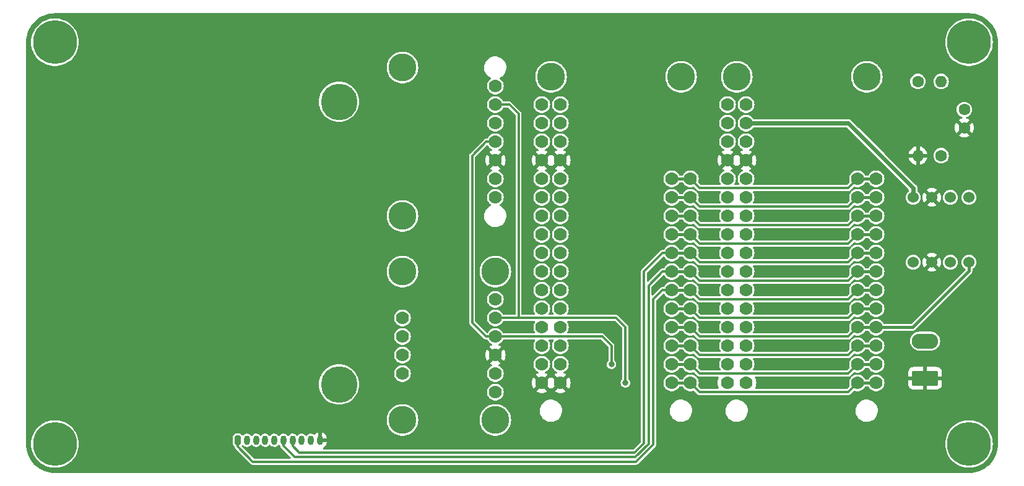
<source format=gbl>
G04 #@! TF.GenerationSoftware,KiCad,Pcbnew,(7.0.0-0)*
G04 #@! TF.CreationDate,2023-03-05T11:15:20-05:00*
G04 #@! TF.ProjectId,Cryologger ITB,4372796f-6c6f-4676-9765-72204954422e,rev?*
G04 #@! TF.SameCoordinates,Original*
G04 #@! TF.FileFunction,Copper,L2,Bot*
G04 #@! TF.FilePolarity,Positive*
%FSLAX46Y46*%
G04 Gerber Fmt 4.6, Leading zero omitted, Abs format (unit mm)*
G04 Created by KiCad (PCBNEW (7.0.0-0)) date 2023-03-05 11:15:20*
%MOMM*%
%LPD*%
G01*
G04 APERTURE LIST*
G04 Aperture macros list*
%AMRoundRect*
0 Rectangle with rounded corners*
0 $1 Rounding radius*
0 $2 $3 $4 $5 $6 $7 $8 $9 X,Y pos of 4 corners*
0 Add a 4 corners polygon primitive as box body*
4,1,4,$2,$3,$4,$5,$6,$7,$8,$9,$2,$3,0*
0 Add four circle primitives for the rounded corners*
1,1,$1+$1,$2,$3*
1,1,$1+$1,$4,$5*
1,1,$1+$1,$6,$7*
1,1,$1+$1,$8,$9*
0 Add four rect primitives between the rounded corners*
20,1,$1+$1,$2,$3,$4,$5,0*
20,1,$1+$1,$4,$5,$6,$7,0*
20,1,$1+$1,$6,$7,$8,$9,0*
20,1,$1+$1,$8,$9,$2,$3,0*%
G04 Aperture macros list end*
G04 #@! TA.AperFunction,ComponentPad*
%ADD10C,6.000000*%
G04 #@! TD*
G04 #@! TA.AperFunction,ComponentPad*
%ADD11C,4.999990*%
G04 #@! TD*
G04 #@! TA.AperFunction,ComponentPad*
%ADD12O,3.600000X2.080000*%
G04 #@! TD*
G04 #@! TA.AperFunction,ComponentPad*
%ADD13RoundRect,0.249999X1.550001X-0.790001X1.550001X0.790001X-1.550001X0.790001X-1.550001X-0.790001X0*%
G04 #@! TD*
G04 #@! TA.AperFunction,ComponentPad*
%ADD14C,1.524000*%
G04 #@! TD*
G04 #@! TA.AperFunction,ComponentPad*
%ADD15C,1.778000*%
G04 #@! TD*
G04 #@! TA.AperFunction,WasherPad*
%ADD16C,3.810000*%
G04 #@! TD*
G04 #@! TA.AperFunction,ComponentPad*
%ADD17C,1.600000*%
G04 #@! TD*
G04 #@! TA.AperFunction,ComponentPad*
%ADD18O,1.600000X1.600000*%
G04 #@! TD*
G04 #@! TA.AperFunction,ComponentPad*
%ADD19RoundRect,0.200000X-0.200000X-0.450000X0.200000X-0.450000X0.200000X0.450000X-0.200000X0.450000X0*%
G04 #@! TD*
G04 #@! TA.AperFunction,ComponentPad*
%ADD20O,0.800000X1.300000*%
G04 #@! TD*
G04 #@! TA.AperFunction,ComponentPad*
%ADD21C,3.810000*%
G04 #@! TD*
G04 #@! TA.AperFunction,ViaPad*
%ADD22C,0.800000*%
G04 #@! TD*
G04 #@! TA.AperFunction,Conductor*
%ADD23C,0.304800*%
G04 #@! TD*
G04 #@! TA.AperFunction,Conductor*
%ADD24C,0.609600*%
G04 #@! TD*
G04 #@! TA.AperFunction,Conductor*
%ADD25C,0.406400*%
G04 #@! TD*
G04 APERTURE END LIST*
D10*
X87000000Y-64000000D03*
X212000000Y-119000000D03*
X212000000Y-64000000D03*
X87000000Y-119000000D03*
D11*
X125850000Y-72150000D03*
X125850000Y-110850000D03*
D12*
X205999999Y-104919999D03*
D13*
X206000000Y-110000000D03*
D14*
X204380000Y-85240000D03*
X206920000Y-85240000D03*
X209460000Y-85240000D03*
X212000000Y-85240000D03*
D15*
X147230000Y-99210000D03*
X147230000Y-101750000D03*
X147230000Y-104290000D03*
X147230000Y-106830000D03*
X147230000Y-109370000D03*
X147230000Y-111910000D03*
D16*
X147230000Y-115720000D03*
X147230000Y-95400000D03*
X134530000Y-115720000D03*
D15*
X134530000Y-109370000D03*
X134530000Y-106830000D03*
X134530000Y-104290000D03*
X134530000Y-101750000D03*
D16*
X134530000Y-95400000D03*
D17*
X208190000Y-79525000D03*
D18*
X208189999Y-69364999D03*
D19*
X112000000Y-118500000D03*
D20*
X113249999Y-118499999D03*
X114499999Y-118499999D03*
X115749999Y-118499999D03*
X116999999Y-118499999D03*
X118249999Y-118499999D03*
X119499999Y-118499999D03*
X120749999Y-118499999D03*
X121999999Y-118499999D03*
X123249999Y-118499999D03*
D14*
X204380000Y-94130000D03*
X206920000Y-94130000D03*
X209460000Y-94130000D03*
X212000000Y-94130000D03*
D17*
X205015000Y-69365000D03*
D18*
X205014999Y-79524999D03*
D21*
X154850000Y-68730000D03*
X172630000Y-68730000D03*
D15*
X153580000Y-72540000D03*
X156120000Y-72540000D03*
X153580000Y-75080000D03*
X156120000Y-75080000D03*
X153580000Y-77620000D03*
X156120000Y-77620000D03*
X153580000Y-80160000D03*
X156120000Y-80160000D03*
X153580000Y-82700000D03*
X156120000Y-82700000D03*
X153580000Y-85240000D03*
X156120000Y-85240000D03*
X153580000Y-87780000D03*
X156120000Y-87780000D03*
X153580000Y-90320000D03*
X156120000Y-90320000D03*
X153580000Y-92860000D03*
X156120000Y-92860000D03*
X153580000Y-95400000D03*
X156120000Y-95400000D03*
X153580000Y-97940000D03*
X156120000Y-97940000D03*
X153580000Y-100480000D03*
X156120000Y-100480000D03*
X153580000Y-103020000D03*
X156120000Y-103020000D03*
X153580000Y-105560000D03*
X156120000Y-105560000D03*
X153580000Y-108100000D03*
X156120000Y-108100000D03*
X153580000Y-110640000D03*
X156120000Y-110640000D03*
X171360000Y-110640000D03*
X173900000Y-110640000D03*
X171360000Y-108100000D03*
X173900000Y-108100000D03*
X171360000Y-105560000D03*
X173900000Y-105560000D03*
X171360000Y-103020000D03*
X173900000Y-103020000D03*
X171360000Y-100480000D03*
X173900000Y-100480000D03*
X171360000Y-97940000D03*
X173900000Y-97940000D03*
X171360000Y-95400000D03*
X173900000Y-95400000D03*
X171360000Y-92860000D03*
X173900000Y-92860000D03*
X171360000Y-90320000D03*
X173900000Y-90320000D03*
X171360000Y-87780000D03*
X173900000Y-87780000D03*
X171360000Y-85240000D03*
X173900000Y-85240000D03*
X171360000Y-82700000D03*
X173900000Y-82700000D03*
D16*
X134530000Y-67460000D03*
X134530000Y-87780000D03*
D15*
X147230000Y-85240000D03*
X147230000Y-82700000D03*
X147230000Y-80160000D03*
X147230000Y-77620000D03*
X147230000Y-75080000D03*
X147230000Y-72540000D03*
X147230000Y-70000000D03*
D17*
X211365000Y-73215000D03*
X211365000Y-75715000D03*
D21*
X180250000Y-68730000D03*
X198030000Y-68730000D03*
D15*
X178980000Y-72540000D03*
X181520000Y-72540000D03*
X178980000Y-75080000D03*
X181520000Y-75080000D03*
X178980000Y-77620000D03*
X181520000Y-77620000D03*
X178980000Y-80160000D03*
X181520000Y-80160000D03*
X178980000Y-82700000D03*
X181520000Y-82700000D03*
X178980000Y-85240000D03*
X181520000Y-85240000D03*
X178980000Y-87780000D03*
X181520000Y-87780000D03*
X178980000Y-90320000D03*
X181520000Y-90320000D03*
X178980000Y-92860000D03*
X181520000Y-92860000D03*
X178980000Y-95400000D03*
X181520000Y-95400000D03*
X178980000Y-97940000D03*
X181520000Y-97940000D03*
X178980000Y-100480000D03*
X181520000Y-100480000D03*
X178980000Y-103020000D03*
X181520000Y-103020000D03*
X178980000Y-105560000D03*
X181520000Y-105560000D03*
X178980000Y-108100000D03*
X181520000Y-108100000D03*
X178980000Y-110640000D03*
X181520000Y-110640000D03*
X196760000Y-110640000D03*
X199300000Y-110640000D03*
X196760000Y-108100000D03*
X199300000Y-108100000D03*
X196760000Y-105560000D03*
X199300000Y-105560000D03*
X196760000Y-103020000D03*
X199300000Y-103020000D03*
X196760000Y-100480000D03*
X199300000Y-100480000D03*
X196760000Y-97940000D03*
X199300000Y-97940000D03*
X196760000Y-95400000D03*
X199300000Y-95400000D03*
X196760000Y-92860000D03*
X199300000Y-92860000D03*
X196760000Y-90320000D03*
X199300000Y-90320000D03*
X196760000Y-87780000D03*
X199300000Y-87780000D03*
X196760000Y-85240000D03*
X199300000Y-85240000D03*
X196760000Y-82700000D03*
X199300000Y-82700000D03*
D22*
X85000000Y-70000000D03*
X106590000Y-91590000D03*
X85000000Y-113180000D03*
X140880000Y-77620000D03*
X140880000Y-105560000D03*
X116750000Y-81430000D03*
X96430000Y-81430000D03*
X96430000Y-101750000D03*
X116750000Y-103020000D03*
X140880000Y-68730000D03*
X140880000Y-86510000D03*
X140880000Y-97940000D03*
X140880000Y-113180000D03*
X163740000Y-68730000D03*
X163740000Y-114450000D03*
X128180000Y-91590000D03*
X85000000Y-91590000D03*
X133260000Y-77620000D03*
X189140000Y-114450000D03*
X189140000Y-68730000D03*
X106590000Y-70000000D03*
X106590000Y-113180000D03*
X163740000Y-97940000D03*
X189140000Y-97940000D03*
X189140000Y-105560000D03*
X189140000Y-90320000D03*
X189140000Y-78890000D03*
X163740000Y-79525000D03*
X163740000Y-90320000D03*
X149770000Y-103020000D03*
X117094000Y-120396000D03*
X176500000Y-98000000D03*
X176500000Y-95500000D03*
X165010000Y-110640000D03*
X163105000Y-108100000D03*
D23*
X120419000Y-120165000D02*
X166280000Y-120165000D01*
X119500000Y-118500000D02*
X119500000Y-119246000D01*
X119500000Y-119246000D02*
X120419000Y-120165000D01*
X119784000Y-120800000D02*
X166358909Y-120800000D01*
X118250000Y-119266000D02*
X119784000Y-120800000D01*
X118250000Y-118500000D02*
X118250000Y-119266000D01*
X114069000Y-121435000D02*
X166437818Y-121435000D01*
X112000000Y-119366000D02*
X114069000Y-121435000D01*
X112000000Y-118500000D02*
X112000000Y-119366000D01*
X175141401Y-111881401D02*
X173900000Y-110640000D01*
X195518599Y-111881401D02*
X175141401Y-111881401D01*
X196760000Y-110640000D02*
X195518599Y-111881401D01*
X195490000Y-83970000D02*
X175170000Y-83970000D01*
X171360000Y-92860000D02*
X170090000Y-92860000D01*
X170090000Y-92860000D02*
X167550000Y-95400000D01*
X167550000Y-95400000D02*
X167550000Y-118895000D01*
X167550000Y-118895000D02*
X166280000Y-120165000D01*
X171360000Y-95400000D02*
X170090000Y-95400000D01*
X168185000Y-97305000D02*
X168185000Y-118973909D01*
X168185000Y-118973909D02*
X166358909Y-120800000D01*
X170090000Y-95400000D02*
X168185000Y-97305000D01*
X171360000Y-97940000D02*
X170090000Y-97940000D01*
X170090000Y-97940000D02*
X168820000Y-99210000D01*
X168820000Y-119052818D02*
X166437818Y-121435000D01*
X168820000Y-99210000D02*
X168820000Y-119052818D01*
D24*
X204380000Y-83970000D02*
X195490000Y-75080000D01*
X195490000Y-75080000D02*
X181520000Y-75080000D01*
X204380000Y-85240000D02*
X204380000Y-83970000D01*
D25*
X173900000Y-110640000D02*
X171360000Y-110640000D01*
X199300000Y-110640000D02*
X196760000Y-110640000D01*
D23*
X165010000Y-103020000D02*
X163740000Y-101750000D01*
X147230000Y-72540000D02*
X149135000Y-72540000D01*
X150405000Y-73810000D02*
X150405000Y-101750000D01*
X149135000Y-72540000D02*
X150405000Y-73810000D01*
X165010000Y-110640000D02*
X165010000Y-103020000D01*
X163740000Y-101750000D02*
X147230000Y-101750000D01*
X195490000Y-109370000D02*
X175170000Y-109370000D01*
X144055000Y-79525000D02*
X145960000Y-77620000D01*
X144055000Y-102385000D02*
X144055000Y-79525000D01*
X161835000Y-104290000D02*
X147230000Y-104290000D01*
X145960000Y-77620000D02*
X147230000Y-77620000D01*
X175170000Y-109370000D02*
X173900000Y-108100000D01*
X145960000Y-104290000D02*
X147230000Y-104290000D01*
D25*
X173900000Y-108100000D02*
X171360000Y-108100000D01*
D23*
X163105000Y-105560000D02*
X161835000Y-104290000D01*
X196760000Y-108100000D02*
X195490000Y-109370000D01*
X163105000Y-108100000D02*
X163105000Y-105560000D01*
D25*
X199300000Y-108100000D02*
X196760000Y-108100000D01*
D23*
X144055000Y-102385000D02*
X145960000Y-104290000D01*
D25*
X199300000Y-103020000D02*
X196760000Y-103020000D01*
X204320000Y-103020000D02*
X199300000Y-103020000D01*
X212000000Y-94130000D02*
X212000000Y-95340000D01*
D23*
X195490000Y-104290000D02*
X175170000Y-104290000D01*
X175170000Y-104290000D02*
X173900000Y-103020000D01*
D25*
X212000000Y-95340000D02*
X204320000Y-103020000D01*
X173900000Y-103020000D02*
X171360000Y-103020000D01*
D23*
X196760000Y-103020000D02*
X195490000Y-104290000D01*
X195490000Y-106830000D02*
X175170000Y-106830000D01*
D25*
X173900000Y-105560000D02*
X171360000Y-105560000D01*
D23*
X175170000Y-106830000D02*
X173900000Y-105560000D01*
D25*
X199300000Y-105560000D02*
X196760000Y-105560000D01*
D23*
X196760000Y-105560000D02*
X195490000Y-106830000D01*
X175170000Y-101750000D02*
X173900000Y-100480000D01*
X195490000Y-101750000D02*
X175170000Y-101750000D01*
D25*
X173900000Y-100480000D02*
X171360000Y-100480000D01*
D23*
X196760000Y-100480000D02*
X195490000Y-101750000D01*
D25*
X199300000Y-100480000D02*
X196760000Y-100480000D01*
X199300000Y-97940000D02*
X196760000Y-97940000D01*
D23*
X175170000Y-99210000D02*
X173900000Y-97940000D01*
X195490000Y-99210000D02*
X175170000Y-99210000D01*
X196760000Y-97940000D02*
X195490000Y-99210000D01*
D25*
X173900000Y-97940000D02*
X171360000Y-97940000D01*
D23*
X195490000Y-96670000D02*
X175170000Y-96670000D01*
X196760000Y-95400000D02*
X195490000Y-96670000D01*
D25*
X173900000Y-95400000D02*
X171360000Y-95400000D01*
D23*
X175170000Y-96670000D02*
X173900000Y-95400000D01*
D25*
X199300000Y-95400000D02*
X196760000Y-95400000D01*
D23*
X175170000Y-94130000D02*
X173900000Y-92860000D01*
X195490000Y-94130000D02*
X175170000Y-94130000D01*
D25*
X199300000Y-92860000D02*
X196760000Y-92860000D01*
X173900000Y-92860000D02*
X171360000Y-92860000D01*
D23*
X196760000Y-92860000D02*
X195490000Y-94130000D01*
D25*
X199300000Y-90320000D02*
X196760000Y-90320000D01*
X173900000Y-90320000D02*
X171360000Y-90320000D01*
D23*
X195490000Y-91590000D02*
X175170000Y-91590000D01*
X196760000Y-90320000D02*
X195490000Y-91590000D01*
X175170000Y-91590000D02*
X173900000Y-90320000D01*
D25*
X199300000Y-87780000D02*
X196760000Y-87780000D01*
X173900000Y-87780000D02*
X171360000Y-87780000D01*
D23*
X196760000Y-87780000D02*
X195490000Y-89050000D01*
X175170000Y-89050000D02*
X173900000Y-87780000D01*
X195490000Y-89050000D02*
X175170000Y-89050000D01*
D25*
X199300000Y-85240000D02*
X196760000Y-85240000D01*
D23*
X175170000Y-86510000D02*
X173900000Y-85240000D01*
D25*
X173900000Y-85240000D02*
X171360000Y-85240000D01*
D23*
X195490000Y-86510000D02*
X175170000Y-86510000D01*
X196760000Y-85240000D02*
X195490000Y-86510000D01*
X175170000Y-83970000D02*
X173900000Y-82700000D01*
X196760000Y-82700000D02*
X195490000Y-83970000D01*
D25*
X173900000Y-82700000D02*
X171360000Y-82700000D01*
X199300000Y-82700000D02*
X196760000Y-82700000D01*
G04 #@! TA.AperFunction,Conductor*
G36*
X117683900Y-119107330D02*
G01*
X117727927Y-119144930D01*
X117769098Y-119201597D01*
X117775107Y-119206568D01*
X117775109Y-119206570D01*
X117798142Y-119225625D01*
X117831299Y-119268372D01*
X117840863Y-119311162D01*
X117841574Y-119311050D01*
X117843100Y-119320687D01*
X117843100Y-119330446D01*
X117846114Y-119339724D01*
X117846115Y-119339728D01*
X117850103Y-119352001D01*
X117854644Y-119370915D01*
X117855673Y-119377414D01*
X117858191Y-119393306D01*
X117862620Y-119401998D01*
X117862621Y-119402001D01*
X117868479Y-119413497D01*
X117875925Y-119431473D01*
X117882930Y-119453032D01*
X117896257Y-119471375D01*
X117906417Y-119487955D01*
X117916708Y-119508151D01*
X117923607Y-119515050D01*
X119224976Y-120816419D01*
X119255226Y-120865782D01*
X119259768Y-120923498D01*
X119237613Y-120976985D01*
X119193590Y-121014585D01*
X119137295Y-121028100D01*
X114288905Y-121028100D01*
X114241452Y-121018661D01*
X114201224Y-120991781D01*
X112583244Y-119373801D01*
X112552900Y-119324148D01*
X112548549Y-119266120D01*
X112571146Y-119212498D01*
X112575016Y-119207254D01*
X112615656Y-119171890D01*
X112667463Y-119157099D01*
X112720653Y-119165675D01*
X112764884Y-119195797D01*
X112769098Y-119201597D01*
X112782273Y-119212496D01*
X112890502Y-119302032D01*
X112890504Y-119302033D01*
X112896514Y-119307005D01*
X112946329Y-119330446D01*
X113039087Y-119374095D01*
X113039089Y-119374095D01*
X113046141Y-119377414D01*
X113208577Y-119408400D01*
X113373616Y-119398017D01*
X113530887Y-119346916D01*
X113670510Y-119258309D01*
X113783710Y-119137763D01*
X113784653Y-119138648D01*
X113821302Y-119107339D01*
X113877600Y-119093817D01*
X113933900Y-119107330D01*
X113977927Y-119144930D01*
X114019098Y-119201597D01*
X114025107Y-119206568D01*
X114025108Y-119206569D01*
X114140502Y-119302032D01*
X114140504Y-119302033D01*
X114146514Y-119307005D01*
X114196329Y-119330446D01*
X114289087Y-119374095D01*
X114289089Y-119374095D01*
X114296141Y-119377414D01*
X114458577Y-119408400D01*
X114623616Y-119398017D01*
X114780887Y-119346916D01*
X114920510Y-119258309D01*
X115033710Y-119137763D01*
X115034653Y-119138648D01*
X115071302Y-119107339D01*
X115127600Y-119093817D01*
X115183900Y-119107330D01*
X115227927Y-119144930D01*
X115269098Y-119201597D01*
X115275107Y-119206568D01*
X115275108Y-119206569D01*
X115390502Y-119302032D01*
X115390504Y-119302033D01*
X115396514Y-119307005D01*
X115446329Y-119330446D01*
X115539087Y-119374095D01*
X115539089Y-119374095D01*
X115546141Y-119377414D01*
X115708577Y-119408400D01*
X115873616Y-119398017D01*
X116030887Y-119346916D01*
X116170510Y-119258309D01*
X116283710Y-119137763D01*
X116284653Y-119138648D01*
X116321302Y-119107339D01*
X116377600Y-119093817D01*
X116433900Y-119107330D01*
X116477927Y-119144930D01*
X116519098Y-119201597D01*
X116525107Y-119206568D01*
X116525108Y-119206569D01*
X116640502Y-119302032D01*
X116640504Y-119302033D01*
X116646514Y-119307005D01*
X116696329Y-119330446D01*
X116789087Y-119374095D01*
X116789089Y-119374095D01*
X116796141Y-119377414D01*
X116958577Y-119408400D01*
X117123616Y-119398017D01*
X117280887Y-119346916D01*
X117420510Y-119258309D01*
X117533710Y-119137763D01*
X117534653Y-119138648D01*
X117571302Y-119107339D01*
X117627600Y-119093817D01*
X117683900Y-119107330D01*
G37*
G04 #@! TD.AperFunction*
G04 #@! TA.AperFunction,Conductor*
G36*
X172838988Y-95876273D02*
G01*
X172884708Y-95926425D01*
X172923611Y-96004554D01*
X173051323Y-96173671D01*
X173055559Y-96177532D01*
X173055563Y-96177537D01*
X173144222Y-96258360D01*
X173207935Y-96316442D01*
X173388115Y-96428005D01*
X173585726Y-96504560D01*
X173794039Y-96543500D01*
X174000232Y-96543500D01*
X174005961Y-96543500D01*
X174214274Y-96504560D01*
X174293785Y-96473756D01*
X174340487Y-96465398D01*
X174386911Y-96475191D01*
X174426259Y-96501702D01*
X174825654Y-96901098D01*
X174857497Y-96955764D01*
X174857772Y-96979632D01*
X174862980Y-96978438D01*
X174925303Y-97000746D01*
X174927849Y-97003292D01*
X174948042Y-97013580D01*
X174964627Y-97023744D01*
X174982968Y-97037070D01*
X175004527Y-97044074D01*
X175022500Y-97051519D01*
X175042694Y-97061809D01*
X175052335Y-97063335D01*
X175052336Y-97063336D01*
X175065079Y-97065354D01*
X175084001Y-97069896D01*
X175105553Y-97076899D01*
X175137964Y-97076899D01*
X175137972Y-97076899D01*
X175137976Y-97076900D01*
X177949830Y-97076900D01*
X178015108Y-97095473D01*
X178060830Y-97145628D01*
X178073301Y-97212341D01*
X178048784Y-97275626D01*
X178007067Y-97330868D01*
X178007061Y-97330876D01*
X178003611Y-97335446D01*
X178001061Y-97340568D01*
X178001056Y-97340576D01*
X177911709Y-97520009D01*
X177911705Y-97520017D01*
X177909150Y-97525150D01*
X177907581Y-97530663D01*
X177907578Y-97530672D01*
X177852724Y-97723467D01*
X177851155Y-97728982D01*
X177831601Y-97940000D01*
X177832130Y-97945709D01*
X177846931Y-98105440D01*
X177851155Y-98151018D01*
X177852724Y-98156532D01*
X177907578Y-98349327D01*
X177907580Y-98349332D01*
X177909150Y-98354850D01*
X177911707Y-98359986D01*
X177911709Y-98359990D01*
X177973151Y-98483382D01*
X178003611Y-98544554D01*
X178007063Y-98549125D01*
X178007067Y-98549131D01*
X178048784Y-98604374D01*
X178073301Y-98667659D01*
X178060830Y-98734372D01*
X178015108Y-98784527D01*
X177949830Y-98803100D01*
X175389906Y-98803100D01*
X175342453Y-98793661D01*
X175302225Y-98766781D01*
X175155034Y-98619590D01*
X175004532Y-98469089D01*
X174972196Y-98412579D01*
X174972948Y-98347475D01*
X175028845Y-98151018D01*
X175048399Y-97940000D01*
X175028845Y-97728982D01*
X174970850Y-97525150D01*
X174876389Y-97335446D01*
X174756695Y-97176947D01*
X174732023Y-97111836D01*
X174732632Y-97108933D01*
X174710513Y-97109700D01*
X174654435Y-97080416D01*
X174647270Y-97073884D01*
X174592065Y-97023558D01*
X174587199Y-97020545D01*
X174587195Y-97020542D01*
X174416756Y-96915011D01*
X174416755Y-96915010D01*
X174411885Y-96911995D01*
X174406547Y-96909927D01*
X174406543Y-96909925D01*
X174219621Y-96837511D01*
X174219616Y-96837509D01*
X174214274Y-96835440D01*
X174208639Y-96834386D01*
X174208637Y-96834386D01*
X174011591Y-96797552D01*
X174011586Y-96797551D01*
X174005961Y-96796500D01*
X173794039Y-96796500D01*
X173788414Y-96797551D01*
X173788408Y-96797552D01*
X173591362Y-96834386D01*
X173591357Y-96834387D01*
X173585726Y-96835440D01*
X173580386Y-96837508D01*
X173580378Y-96837511D01*
X173393456Y-96909925D01*
X173393448Y-96909928D01*
X173388115Y-96911995D01*
X173383248Y-96915008D01*
X173383243Y-96915011D01*
X173212804Y-97020542D01*
X173212794Y-97020548D01*
X173207935Y-97023558D01*
X173203704Y-97027414D01*
X173203700Y-97027418D01*
X173055563Y-97162462D01*
X173055553Y-97162472D01*
X173051323Y-97166329D01*
X173047869Y-97170901D01*
X173047865Y-97170907D01*
X172927063Y-97330874D01*
X172927060Y-97330878D01*
X172923611Y-97335446D01*
X172884708Y-97413574D01*
X172838988Y-97463727D01*
X172773710Y-97482300D01*
X172486290Y-97482300D01*
X172421012Y-97463727D01*
X172375291Y-97413574D01*
X172336389Y-97335446D01*
X172208677Y-97166329D01*
X172204440Y-97162466D01*
X172204436Y-97162462D01*
X172074568Y-97044072D01*
X172052065Y-97023558D01*
X172047199Y-97020545D01*
X172047195Y-97020542D01*
X171876756Y-96915011D01*
X171876755Y-96915010D01*
X171871885Y-96911995D01*
X171866547Y-96909927D01*
X171866543Y-96909925D01*
X171679621Y-96837511D01*
X171679616Y-96837509D01*
X171674274Y-96835440D01*
X171668639Y-96834386D01*
X171668637Y-96834386D01*
X171471591Y-96797552D01*
X171471586Y-96797551D01*
X171465961Y-96796500D01*
X171254039Y-96796500D01*
X171248414Y-96797551D01*
X171248408Y-96797552D01*
X171051362Y-96834386D01*
X171051357Y-96834387D01*
X171045726Y-96835440D01*
X171040386Y-96837508D01*
X171040378Y-96837511D01*
X170853456Y-96909925D01*
X170853448Y-96909928D01*
X170848115Y-96911995D01*
X170843248Y-96915008D01*
X170843243Y-96915011D01*
X170672804Y-97020542D01*
X170672794Y-97020548D01*
X170667935Y-97023558D01*
X170663704Y-97027414D01*
X170663700Y-97027418D01*
X170515563Y-97162462D01*
X170515553Y-97162472D01*
X170511323Y-97166329D01*
X170507869Y-97170901D01*
X170507865Y-97170907D01*
X170387063Y-97330874D01*
X170387060Y-97330878D01*
X170383611Y-97335446D01*
X170381060Y-97340567D01*
X170381058Y-97340572D01*
X170339335Y-97424363D01*
X170331198Y-97440707D01*
X170319414Y-97464372D01*
X170273692Y-97514527D01*
X170208414Y-97533100D01*
X170057976Y-97533100D01*
X170057972Y-97533100D01*
X170057964Y-97533101D01*
X170025553Y-97533101D01*
X170016271Y-97536116D01*
X170016268Y-97536117D01*
X170003996Y-97540104D01*
X169985087Y-97544644D01*
X169972332Y-97546664D01*
X169972329Y-97546664D01*
X169962694Y-97548191D01*
X169953999Y-97552620D01*
X169953996Y-97552622D01*
X169942496Y-97558481D01*
X169924530Y-97565922D01*
X169912251Y-97569912D01*
X169912242Y-97569916D01*
X169902968Y-97572930D01*
X169895081Y-97578659D01*
X169895073Y-97578664D01*
X169884617Y-97586261D01*
X169868040Y-97596419D01*
X169856548Y-97602275D01*
X169856546Y-97602276D01*
X169847849Y-97606708D01*
X169840947Y-97613609D01*
X169840945Y-97613611D01*
X169824925Y-97629630D01*
X169824925Y-97629631D01*
X169824922Y-97629634D01*
X169269546Y-98185011D01*
X168803581Y-98650976D01*
X168754218Y-98681226D01*
X168696502Y-98685768D01*
X168643015Y-98663613D01*
X168605415Y-98619590D01*
X168591900Y-98563295D01*
X168591900Y-97524905D01*
X168601339Y-97477452D01*
X168628219Y-97437224D01*
X169350853Y-96714590D01*
X170154472Y-95910970D01*
X170204105Y-95880634D01*
X170262114Y-95876271D01*
X170315730Y-95898842D01*
X170353149Y-95943379D01*
X170383611Y-96004554D01*
X170511323Y-96173671D01*
X170515559Y-96177532D01*
X170515563Y-96177537D01*
X170604222Y-96258360D01*
X170667935Y-96316442D01*
X170848115Y-96428005D01*
X171045726Y-96504560D01*
X171254039Y-96543500D01*
X171460232Y-96543500D01*
X171465961Y-96543500D01*
X171674274Y-96504560D01*
X171871885Y-96428005D01*
X172052065Y-96316442D01*
X172208677Y-96173671D01*
X172336389Y-96004554D01*
X172375291Y-95926425D01*
X172421012Y-95876273D01*
X172486290Y-95857700D01*
X172773710Y-95857700D01*
X172838988Y-95876273D01*
G37*
G04 #@! TD.AperFunction*
G04 #@! TA.AperFunction,Conductor*
G36*
X172838988Y-93336273D02*
G01*
X172884708Y-93386425D01*
X172923611Y-93464554D01*
X173051323Y-93633671D01*
X173055559Y-93637532D01*
X173055563Y-93637537D01*
X173149422Y-93723100D01*
X173207935Y-93776442D01*
X173388115Y-93888005D01*
X173585726Y-93964560D01*
X173794039Y-94003500D01*
X174000232Y-94003500D01*
X174005961Y-94003500D01*
X174214274Y-93964560D01*
X174293785Y-93933756D01*
X174340487Y-93925398D01*
X174386911Y-93935191D01*
X174426259Y-93961702D01*
X174825654Y-94361098D01*
X174857497Y-94415764D01*
X174857772Y-94439632D01*
X174862980Y-94438438D01*
X174925303Y-94460746D01*
X174927849Y-94463292D01*
X174948042Y-94473580D01*
X174964627Y-94483744D01*
X174982968Y-94497070D01*
X175004527Y-94504074D01*
X175022500Y-94511519D01*
X175042694Y-94521809D01*
X175052335Y-94523335D01*
X175052336Y-94523336D01*
X175065079Y-94525354D01*
X175084001Y-94529896D01*
X175105553Y-94536899D01*
X175137964Y-94536899D01*
X175137972Y-94536899D01*
X175137976Y-94536900D01*
X177949830Y-94536900D01*
X178015108Y-94555473D01*
X178060830Y-94605628D01*
X178073301Y-94672341D01*
X178048784Y-94735626D01*
X178007067Y-94790868D01*
X178007061Y-94790876D01*
X178003611Y-94795446D01*
X178001061Y-94800568D01*
X178001056Y-94800576D01*
X177911709Y-94980009D01*
X177911705Y-94980017D01*
X177909150Y-94985150D01*
X177907581Y-94990663D01*
X177907578Y-94990672D01*
X177861976Y-95150949D01*
X177851155Y-95188982D01*
X177850626Y-95194687D01*
X177850626Y-95194689D01*
X177833809Y-95376173D01*
X177831601Y-95400000D01*
X177832130Y-95405709D01*
X177850587Y-95604894D01*
X177851155Y-95611018D01*
X177852724Y-95616532D01*
X177907578Y-95809327D01*
X177907580Y-95809332D01*
X177909150Y-95814850D01*
X177911707Y-95819986D01*
X177911709Y-95819990D01*
X177991303Y-95979836D01*
X178003611Y-96004554D01*
X178007063Y-96009125D01*
X178007067Y-96009131D01*
X178048784Y-96064374D01*
X178073301Y-96127659D01*
X178060830Y-96194372D01*
X178015108Y-96244527D01*
X177949830Y-96263100D01*
X175389906Y-96263100D01*
X175342453Y-96253661D01*
X175302225Y-96226781D01*
X175004533Y-95929090D01*
X174972196Y-95872579D01*
X174972948Y-95807475D01*
X175028845Y-95611018D01*
X175048399Y-95400000D01*
X175028845Y-95188982D01*
X174970850Y-94985150D01*
X174876389Y-94795446D01*
X174756695Y-94636947D01*
X174732023Y-94571836D01*
X174732632Y-94568933D01*
X174710513Y-94569700D01*
X174654435Y-94540416D01*
X174647265Y-94533880D01*
X174592065Y-94483558D01*
X174587199Y-94480545D01*
X174587195Y-94480542D01*
X174416756Y-94375011D01*
X174416755Y-94375010D01*
X174411885Y-94371995D01*
X174406547Y-94369927D01*
X174406543Y-94369925D01*
X174219621Y-94297511D01*
X174219616Y-94297509D01*
X174214274Y-94295440D01*
X174208639Y-94294386D01*
X174208637Y-94294386D01*
X174011591Y-94257552D01*
X174011586Y-94257551D01*
X174005961Y-94256500D01*
X173794039Y-94256500D01*
X173788414Y-94257551D01*
X173788408Y-94257552D01*
X173591362Y-94294386D01*
X173591357Y-94294387D01*
X173585726Y-94295440D01*
X173580386Y-94297508D01*
X173580378Y-94297511D01*
X173393456Y-94369925D01*
X173393448Y-94369928D01*
X173388115Y-94371995D01*
X173383248Y-94375008D01*
X173383243Y-94375011D01*
X173212804Y-94480542D01*
X173212794Y-94480548D01*
X173207935Y-94483558D01*
X173203704Y-94487414D01*
X173203700Y-94487418D01*
X173055563Y-94622462D01*
X173055553Y-94622472D01*
X173051323Y-94626329D01*
X173047869Y-94630901D01*
X173047865Y-94630907D01*
X172927063Y-94790874D01*
X172927060Y-94790878D01*
X172923611Y-94795446D01*
X172884708Y-94873574D01*
X172838988Y-94923727D01*
X172773710Y-94942300D01*
X172486290Y-94942300D01*
X172421012Y-94923727D01*
X172375291Y-94873574D01*
X172336389Y-94795446D01*
X172208677Y-94626329D01*
X172204440Y-94622466D01*
X172204436Y-94622462D01*
X172074568Y-94504072D01*
X172052065Y-94483558D01*
X172047199Y-94480545D01*
X172047195Y-94480542D01*
X171876756Y-94375011D01*
X171876755Y-94375010D01*
X171871885Y-94371995D01*
X171866547Y-94369927D01*
X171866543Y-94369925D01*
X171679621Y-94297511D01*
X171679616Y-94297509D01*
X171674274Y-94295440D01*
X171668639Y-94294386D01*
X171668637Y-94294386D01*
X171471591Y-94257552D01*
X171471586Y-94257551D01*
X171465961Y-94256500D01*
X171254039Y-94256500D01*
X171248414Y-94257551D01*
X171248408Y-94257552D01*
X171051362Y-94294386D01*
X171051357Y-94294387D01*
X171045726Y-94295440D01*
X171040386Y-94297508D01*
X171040378Y-94297511D01*
X170853456Y-94369925D01*
X170853448Y-94369928D01*
X170848115Y-94371995D01*
X170843248Y-94375008D01*
X170843243Y-94375011D01*
X170672804Y-94480542D01*
X170672794Y-94480548D01*
X170667935Y-94483558D01*
X170663704Y-94487414D01*
X170663700Y-94487418D01*
X170515563Y-94622462D01*
X170515553Y-94622472D01*
X170511323Y-94626329D01*
X170507869Y-94630901D01*
X170507865Y-94630907D01*
X170387063Y-94790874D01*
X170387060Y-94790878D01*
X170383611Y-94795446D01*
X170381060Y-94800567D01*
X170381058Y-94800572D01*
X170319414Y-94924372D01*
X170273692Y-94974527D01*
X170208414Y-94993100D01*
X170154447Y-94993100D01*
X170025554Y-94993100D01*
X170016274Y-94996114D01*
X170016266Y-94996116D01*
X170003992Y-95000104D01*
X169985090Y-95004642D01*
X169972333Y-95006663D01*
X169972326Y-95006665D01*
X169962694Y-95008191D01*
X169954006Y-95012617D01*
X169954002Y-95012619D01*
X169942500Y-95018480D01*
X169924531Y-95025923D01*
X169912245Y-95029915D01*
X169912241Y-95029916D01*
X169902968Y-95032930D01*
X169895081Y-95038659D01*
X169895077Y-95038662D01*
X169884623Y-95046258D01*
X169868041Y-95056419D01*
X169856547Y-95062275D01*
X169856542Y-95062277D01*
X169847849Y-95066708D01*
X169840947Y-95073609D01*
X169840945Y-95073611D01*
X169824925Y-95089630D01*
X169824923Y-95089632D01*
X169824922Y-95089634D01*
X169824923Y-95089634D01*
X168168581Y-96745976D01*
X168119218Y-96776226D01*
X168061502Y-96780768D01*
X168008015Y-96758613D01*
X167970415Y-96714590D01*
X167956900Y-96658295D01*
X167956900Y-95619905D01*
X167966339Y-95572452D01*
X167993219Y-95532224D01*
X169087005Y-94438438D01*
X170154472Y-93370971D01*
X170204105Y-93340635D01*
X170262114Y-93336272D01*
X170315729Y-93358843D01*
X170353151Y-93403382D01*
X170355325Y-93407748D01*
X170383611Y-93464554D01*
X170511323Y-93633671D01*
X170515559Y-93637532D01*
X170515563Y-93637537D01*
X170609422Y-93723100D01*
X170667935Y-93776442D01*
X170848115Y-93888005D01*
X171045726Y-93964560D01*
X171254039Y-94003500D01*
X171460232Y-94003500D01*
X171465961Y-94003500D01*
X171674274Y-93964560D01*
X171871885Y-93888005D01*
X172052065Y-93776442D01*
X172208677Y-93633671D01*
X172336389Y-93464554D01*
X172375291Y-93386425D01*
X172421012Y-93336273D01*
X172486290Y-93317700D01*
X172773710Y-93317700D01*
X172838988Y-93336273D01*
G37*
G04 #@! TD.AperFunction*
G04 #@! TA.AperFunction,Conductor*
G36*
X212002855Y-60025632D02*
G01*
X212361004Y-60042190D01*
X212372394Y-60043246D01*
X212724645Y-60092382D01*
X212735888Y-60094484D01*
X213082103Y-60175913D01*
X213093093Y-60179040D01*
X213430337Y-60292073D01*
X213440991Y-60296201D01*
X213766352Y-60439861D01*
X213776578Y-60444953D01*
X214016703Y-60578702D01*
X214087292Y-60618020D01*
X214097030Y-60624050D01*
X214390439Y-60825041D01*
X214399579Y-60831942D01*
X214673198Y-61059151D01*
X214681662Y-61066868D01*
X214933131Y-61318337D01*
X214940848Y-61326801D01*
X215168057Y-61600420D01*
X215174958Y-61609560D01*
X215375949Y-61902969D01*
X215381979Y-61912707D01*
X215555039Y-62223407D01*
X215560144Y-62233660D01*
X215703793Y-62558995D01*
X215707931Y-62569675D01*
X215820955Y-62906893D01*
X215824089Y-62917909D01*
X215905513Y-63264103D01*
X215907618Y-63275362D01*
X215956752Y-63627598D01*
X215957809Y-63639002D01*
X215974368Y-63997145D01*
X215974500Y-64002872D01*
X215974500Y-118997128D01*
X215974368Y-119002855D01*
X215957809Y-119360997D01*
X215956752Y-119372401D01*
X215907618Y-119724637D01*
X215905513Y-119735896D01*
X215824089Y-120082090D01*
X215820955Y-120093106D01*
X215707931Y-120430324D01*
X215703793Y-120441004D01*
X215560144Y-120766339D01*
X215555039Y-120776592D01*
X215381979Y-121087292D01*
X215375949Y-121097030D01*
X215174958Y-121390439D01*
X215168057Y-121399579D01*
X214940848Y-121673198D01*
X214933131Y-121681662D01*
X214681662Y-121933131D01*
X214673198Y-121940848D01*
X214399579Y-122168057D01*
X214390439Y-122174958D01*
X214097030Y-122375949D01*
X214087292Y-122381979D01*
X213776592Y-122555039D01*
X213766339Y-122560144D01*
X213441004Y-122703793D01*
X213430324Y-122707931D01*
X213093106Y-122820955D01*
X213082090Y-122824089D01*
X212735896Y-122905513D01*
X212724637Y-122907618D01*
X212372401Y-122956752D01*
X212360997Y-122957809D01*
X212002855Y-122974368D01*
X211997128Y-122974500D01*
X87002872Y-122974500D01*
X86997145Y-122974368D01*
X86639002Y-122957809D01*
X86627598Y-122956752D01*
X86275362Y-122907618D01*
X86264103Y-122905513D01*
X85917909Y-122824089D01*
X85906893Y-122820955D01*
X85569675Y-122707931D01*
X85558995Y-122703793D01*
X85519685Y-122686436D01*
X85233655Y-122560141D01*
X85223412Y-122555041D01*
X85121339Y-122498187D01*
X84912707Y-122381979D01*
X84902969Y-122375949D01*
X84609560Y-122174958D01*
X84600420Y-122168057D01*
X84326801Y-121940848D01*
X84318337Y-121933131D01*
X84066868Y-121681662D01*
X84059151Y-121673198D01*
X83831942Y-121399579D01*
X83825041Y-121390439D01*
X83624050Y-121097030D01*
X83618020Y-121087292D01*
X83467144Y-120816419D01*
X83444953Y-120776578D01*
X83439861Y-120766352D01*
X83296201Y-120440991D01*
X83292073Y-120430337D01*
X83179040Y-120093093D01*
X83175913Y-120082103D01*
X83094484Y-119735888D01*
X83092381Y-119724637D01*
X83088407Y-119696151D01*
X83043246Y-119372394D01*
X83042190Y-119360997D01*
X83042103Y-119359124D01*
X83025632Y-119002855D01*
X83025566Y-119000000D01*
X83740720Y-119000000D01*
X83740902Y-119003357D01*
X83759643Y-119349026D01*
X83759644Y-119349037D01*
X83759826Y-119352390D01*
X83760370Y-119355711D01*
X83760371Y-119355716D01*
X83816182Y-119696151D01*
X83816920Y-119700649D01*
X83911333Y-120040693D01*
X84041958Y-120368536D01*
X84043528Y-120371498D01*
X84043533Y-120371508D01*
X84077595Y-120435755D01*
X84207263Y-120680334D01*
X84209150Y-120683117D01*
X84209153Y-120683122D01*
X84372132Y-120923498D01*
X84405310Y-120972432D01*
X84633777Y-121241405D01*
X84636208Y-121243708D01*
X84636214Y-121243714D01*
X84791110Y-121390439D01*
X84889987Y-121484100D01*
X85170934Y-121697670D01*
X85473326Y-121879613D01*
X85793616Y-122027795D01*
X86128050Y-122140479D01*
X86472707Y-122216344D01*
X86823546Y-122254500D01*
X87173096Y-122254500D01*
X87176454Y-122254500D01*
X87527293Y-122216344D01*
X87871950Y-122140479D01*
X88206384Y-122027795D01*
X88526674Y-121879613D01*
X88829066Y-121697670D01*
X89110013Y-121484100D01*
X89366223Y-121241405D01*
X89594690Y-120972432D01*
X89792737Y-120680334D01*
X89958042Y-120368536D01*
X90088667Y-120040693D01*
X90183080Y-119700649D01*
X90240174Y-119352390D01*
X90259179Y-119001866D01*
X111345500Y-119001866D01*
X111345501Y-119004748D01*
X111345770Y-119007621D01*
X111345771Y-119007635D01*
X111346950Y-119020207D01*
X111348379Y-119035451D01*
X111350872Y-119042577D01*
X111350873Y-119042579D01*
X111384180Y-119137763D01*
X111393631Y-119164773D01*
X111433137Y-119218301D01*
X111467609Y-119265010D01*
X111474990Y-119275010D01*
X111482464Y-119280526D01*
X111542734Y-119325008D01*
X111579795Y-119368897D01*
X111589894Y-119411315D01*
X111591574Y-119411050D01*
X111593100Y-119420687D01*
X111593100Y-119430446D01*
X111596114Y-119439724D01*
X111596115Y-119439728D01*
X111600103Y-119452001D01*
X111604644Y-119470915D01*
X111605966Y-119479264D01*
X111608191Y-119493306D01*
X111612620Y-119501998D01*
X111612621Y-119502001D01*
X111618479Y-119513497D01*
X111625925Y-119531473D01*
X111632930Y-119553032D01*
X111646257Y-119571375D01*
X111656417Y-119587955D01*
X111666708Y-119608151D01*
X111689633Y-119631076D01*
X111689634Y-119631077D01*
X113735708Y-121677151D01*
X113826849Y-121768292D01*
X113841100Y-121775553D01*
X113847038Y-121778579D01*
X113863627Y-121788745D01*
X113874069Y-121796332D01*
X113874074Y-121796334D01*
X113881968Y-121802070D01*
X113903514Y-121809070D01*
X113903520Y-121809072D01*
X113921499Y-121816520D01*
X113932988Y-121822374D01*
X113932994Y-121822376D01*
X113941694Y-121826809D01*
X113964089Y-121830356D01*
X113982992Y-121834894D01*
X114004554Y-121841900D01*
X114036976Y-121841900D01*
X114133447Y-121841900D01*
X166373372Y-121841900D01*
X166469842Y-121841900D01*
X166492507Y-121841900D01*
X166502264Y-121841900D01*
X166523815Y-121834897D01*
X166542738Y-121830354D01*
X166565124Y-121826809D01*
X166585314Y-121816521D01*
X166603291Y-121809073D01*
X166624850Y-121802070D01*
X166643182Y-121788749D01*
X166659777Y-121778579D01*
X166679969Y-121768292D01*
X166771110Y-121677151D01*
X166771110Y-121677150D01*
X169130366Y-119317895D01*
X169130368Y-119317891D01*
X169153292Y-119294969D01*
X169163579Y-119274777D01*
X169173750Y-119258182D01*
X169181331Y-119247748D01*
X169187070Y-119239850D01*
X169194073Y-119218291D01*
X169201521Y-119200314D01*
X169204083Y-119195286D01*
X169211809Y-119180124D01*
X169215354Y-119157738D01*
X169219897Y-119138815D01*
X169226900Y-119117264D01*
X169226900Y-119000000D01*
X208740720Y-119000000D01*
X208740902Y-119003357D01*
X208759643Y-119349026D01*
X208759644Y-119349037D01*
X208759826Y-119352390D01*
X208760370Y-119355711D01*
X208760371Y-119355716D01*
X208816182Y-119696151D01*
X208816920Y-119700649D01*
X208911333Y-120040693D01*
X209041958Y-120368536D01*
X209043528Y-120371498D01*
X209043533Y-120371508D01*
X209077595Y-120435755D01*
X209207263Y-120680334D01*
X209209150Y-120683117D01*
X209209153Y-120683122D01*
X209372132Y-120923498D01*
X209405310Y-120972432D01*
X209633777Y-121241405D01*
X209636208Y-121243708D01*
X209636214Y-121243714D01*
X209791110Y-121390439D01*
X209889987Y-121484100D01*
X210170934Y-121697670D01*
X210473326Y-121879613D01*
X210793616Y-122027795D01*
X211128050Y-122140479D01*
X211472707Y-122216344D01*
X211823546Y-122254500D01*
X212173096Y-122254500D01*
X212176454Y-122254500D01*
X212527293Y-122216344D01*
X212871950Y-122140479D01*
X213206384Y-122027795D01*
X213526674Y-121879613D01*
X213829066Y-121697670D01*
X214110013Y-121484100D01*
X214366223Y-121241405D01*
X214594690Y-120972432D01*
X214792737Y-120680334D01*
X214958042Y-120368536D01*
X215088667Y-120040693D01*
X215183080Y-119700649D01*
X215240174Y-119352390D01*
X215259280Y-119000000D01*
X215240174Y-118647610D01*
X215183080Y-118299351D01*
X215088667Y-117959307D01*
X214958042Y-117631464D01*
X214940501Y-117598379D01*
X214880757Y-117485690D01*
X214792737Y-117319666D01*
X214594690Y-117027568D01*
X214366223Y-116758595D01*
X214363790Y-116756290D01*
X214363785Y-116756285D01*
X214112443Y-116518202D01*
X214110013Y-116515900D01*
X213829066Y-116302330D01*
X213826192Y-116300601D01*
X213826188Y-116300598D01*
X213529556Y-116122121D01*
X213529555Y-116122120D01*
X213526674Y-116120387D01*
X213206384Y-115972205D01*
X213119839Y-115943044D01*
X212875133Y-115860593D01*
X212875124Y-115860590D01*
X212871950Y-115859521D01*
X212868682Y-115858801D01*
X212868669Y-115858798D01*
X212530580Y-115784379D01*
X212530570Y-115784377D01*
X212527293Y-115783656D01*
X212176454Y-115745500D01*
X211823546Y-115745500D01*
X211820209Y-115745862D01*
X211820207Y-115745863D01*
X211476053Y-115783292D01*
X211476051Y-115783292D01*
X211472707Y-115783656D01*
X211469432Y-115784376D01*
X211469419Y-115784379D01*
X211131330Y-115858798D01*
X211131312Y-115858802D01*
X211128050Y-115859521D01*
X211124879Y-115860589D01*
X211124866Y-115860593D01*
X210796803Y-115971131D01*
X210796800Y-115971132D01*
X210793616Y-115972205D01*
X210790567Y-115973615D01*
X210790561Y-115973618D01*
X210476381Y-116118973D01*
X210476372Y-116118977D01*
X210473326Y-116120387D01*
X210470451Y-116122116D01*
X210470443Y-116122121D01*
X210173811Y-116300598D01*
X210173798Y-116300606D01*
X210170934Y-116302330D01*
X210168276Y-116304350D01*
X210168265Y-116304358D01*
X209892646Y-116513878D01*
X209892638Y-116513884D01*
X209889987Y-116515900D01*
X209887563Y-116518195D01*
X209887556Y-116518202D01*
X209636214Y-116756285D01*
X209636199Y-116756300D01*
X209633777Y-116758595D01*
X209631614Y-116761140D01*
X209631603Y-116761153D01*
X209407483Y-117025009D01*
X209407477Y-117025016D01*
X209405310Y-117027568D01*
X209403430Y-117030340D01*
X209403423Y-117030350D01*
X209209153Y-117316877D01*
X209209145Y-117316889D01*
X209207263Y-117319666D01*
X209205688Y-117322636D01*
X209205686Y-117322640D01*
X209043533Y-117628491D01*
X209043524Y-117628508D01*
X209041958Y-117631464D01*
X209040717Y-117634576D01*
X209040713Y-117634587D01*
X208912578Y-117956181D01*
X208912575Y-117956189D01*
X208911333Y-117959307D01*
X208910433Y-117962545D01*
X208910433Y-117962548D01*
X208909878Y-117964549D01*
X208816920Y-118299351D01*
X208816376Y-118302667D01*
X208816374Y-118302678D01*
X208760371Y-118644283D01*
X208759826Y-118647610D01*
X208759644Y-118650960D01*
X208759643Y-118650973D01*
X208743504Y-118948658D01*
X208740720Y-119000000D01*
X169226900Y-119000000D01*
X169226900Y-118988372D01*
X169226900Y-114511424D01*
X171105790Y-114511424D01*
X171135381Y-114755129D01*
X171136770Y-114759924D01*
X171136772Y-114759934D01*
X171202290Y-114986127D01*
X171202292Y-114986132D01*
X171203682Y-114990931D01*
X171205822Y-114995441D01*
X171205824Y-114995446D01*
X171306780Y-115208205D01*
X171308924Y-115212723D01*
X171448381Y-115414762D01*
X171451835Y-115418358D01*
X171451840Y-115418364D01*
X171614984Y-115588213D01*
X171618442Y-115591813D01*
X171814701Y-115739293D01*
X172032076Y-115853380D01*
X172264937Y-115931120D01*
X172507253Y-115970500D01*
X172688795Y-115970500D01*
X172691280Y-115970500D01*
X172874699Y-115955693D01*
X173113060Y-115896942D01*
X173338911Y-115800716D01*
X173546400Y-115669508D01*
X173730156Y-115506714D01*
X173885418Y-115316553D01*
X174008166Y-115103948D01*
X174095219Y-114874406D01*
X174144325Y-114633872D01*
X174149259Y-114511424D01*
X178725790Y-114511424D01*
X178755381Y-114755129D01*
X178756770Y-114759924D01*
X178756772Y-114759934D01*
X178822290Y-114986127D01*
X178822292Y-114986132D01*
X178823682Y-114990931D01*
X178825822Y-114995441D01*
X178825824Y-114995446D01*
X178926780Y-115208205D01*
X178928924Y-115212723D01*
X179068381Y-115414762D01*
X179071835Y-115418358D01*
X179071840Y-115418364D01*
X179234984Y-115588213D01*
X179238442Y-115591813D01*
X179434701Y-115739293D01*
X179652076Y-115853380D01*
X179884937Y-115931120D01*
X180127253Y-115970500D01*
X180308795Y-115970500D01*
X180311280Y-115970500D01*
X180494699Y-115955693D01*
X180733060Y-115896942D01*
X180958911Y-115800716D01*
X181166400Y-115669508D01*
X181350156Y-115506714D01*
X181505418Y-115316553D01*
X181628166Y-115103948D01*
X181715219Y-114874406D01*
X181764325Y-114633872D01*
X181769259Y-114511424D01*
X196505790Y-114511424D01*
X196535381Y-114755129D01*
X196536770Y-114759924D01*
X196536772Y-114759934D01*
X196602290Y-114986127D01*
X196602292Y-114986132D01*
X196603682Y-114990931D01*
X196605822Y-114995441D01*
X196605824Y-114995446D01*
X196706780Y-115208205D01*
X196708924Y-115212723D01*
X196848381Y-115414762D01*
X196851835Y-115418358D01*
X196851840Y-115418364D01*
X197014984Y-115588213D01*
X197018442Y-115591813D01*
X197214701Y-115739293D01*
X197432076Y-115853380D01*
X197664937Y-115931120D01*
X197907253Y-115970500D01*
X198088795Y-115970500D01*
X198091280Y-115970500D01*
X198274699Y-115955693D01*
X198513060Y-115896942D01*
X198738911Y-115800716D01*
X198946400Y-115669508D01*
X199130156Y-115506714D01*
X199285418Y-115316553D01*
X199408166Y-115103948D01*
X199495219Y-114874406D01*
X199544325Y-114633872D01*
X199554210Y-114388576D01*
X199524619Y-114144871D01*
X199456318Y-113909069D01*
X199351076Y-113687277D01*
X199211619Y-113485238D01*
X199208163Y-113481640D01*
X199208159Y-113481635D01*
X199045015Y-113311786D01*
X199045014Y-113311785D01*
X199041558Y-113308187D01*
X198845299Y-113160707D01*
X198627924Y-113046620D01*
X198623185Y-113045038D01*
X198623183Y-113045037D01*
X198399801Y-112970461D01*
X198399792Y-112970458D01*
X198395063Y-112968880D01*
X198390136Y-112968079D01*
X198390127Y-112968077D01*
X198157683Y-112930302D01*
X198157680Y-112930301D01*
X198152747Y-112929500D01*
X197968720Y-112929500D01*
X197966265Y-112929698D01*
X197966244Y-112929699D01*
X197790277Y-112943905D01*
X197790273Y-112943905D01*
X197785301Y-112944307D01*
X197780462Y-112945499D01*
X197780454Y-112945501D01*
X197551786Y-113001863D01*
X197551779Y-113001865D01*
X197546940Y-113003058D01*
X197542356Y-113005010D01*
X197542344Y-113005015D01*
X197325687Y-113097324D01*
X197325677Y-113097329D01*
X197321089Y-113099284D01*
X197316879Y-113101946D01*
X197316868Y-113101952D01*
X197117821Y-113227822D01*
X197117814Y-113227827D01*
X197113600Y-113230492D01*
X197109864Y-113233801D01*
X197109857Y-113233807D01*
X196933587Y-113389969D01*
X196933580Y-113389975D01*
X196929844Y-113393286D01*
X196926686Y-113397153D01*
X196926681Y-113397159D01*
X196792847Y-113561076D01*
X196774582Y-113583447D01*
X196772089Y-113587764D01*
X196772082Y-113587775D01*
X196654336Y-113791716D01*
X196654329Y-113791729D01*
X196651834Y-113796052D01*
X196650061Y-113800725D01*
X196650059Y-113800731D01*
X196566552Y-114020923D01*
X196564781Y-114025594D01*
X196563783Y-114030477D01*
X196563781Y-114030488D01*
X196516674Y-114261232D01*
X196516673Y-114261238D01*
X196515675Y-114266128D01*
X196515474Y-114271112D01*
X196515473Y-114271122D01*
X196505991Y-114506421D01*
X196505991Y-114506428D01*
X196505790Y-114511424D01*
X181769259Y-114511424D01*
X181774210Y-114388576D01*
X181744619Y-114144871D01*
X181676318Y-113909069D01*
X181571076Y-113687277D01*
X181431619Y-113485238D01*
X181428163Y-113481640D01*
X181428159Y-113481635D01*
X181265015Y-113311786D01*
X181265014Y-113311785D01*
X181261558Y-113308187D01*
X181065299Y-113160707D01*
X180847924Y-113046620D01*
X180843185Y-113045038D01*
X180843183Y-113045037D01*
X180619801Y-112970461D01*
X180619792Y-112970458D01*
X180615063Y-112968880D01*
X180610136Y-112968079D01*
X180610127Y-112968077D01*
X180377683Y-112930302D01*
X180377680Y-112930301D01*
X180372747Y-112929500D01*
X180188720Y-112929500D01*
X180186265Y-112929698D01*
X180186244Y-112929699D01*
X180010277Y-112943905D01*
X180010273Y-112943905D01*
X180005301Y-112944307D01*
X180000462Y-112945499D01*
X180000454Y-112945501D01*
X179771786Y-113001863D01*
X179771779Y-113001865D01*
X179766940Y-113003058D01*
X179762356Y-113005010D01*
X179762344Y-113005015D01*
X179545687Y-113097324D01*
X179545677Y-113097329D01*
X179541089Y-113099284D01*
X179536879Y-113101946D01*
X179536868Y-113101952D01*
X179337821Y-113227822D01*
X179337814Y-113227827D01*
X179333600Y-113230492D01*
X179329864Y-113233801D01*
X179329857Y-113233807D01*
X179153587Y-113389969D01*
X179153580Y-113389975D01*
X179149844Y-113393286D01*
X179146686Y-113397153D01*
X179146681Y-113397159D01*
X179012847Y-113561076D01*
X178994582Y-113583447D01*
X178992089Y-113587764D01*
X178992082Y-113587775D01*
X178874336Y-113791716D01*
X178874329Y-113791729D01*
X178871834Y-113796052D01*
X178870061Y-113800725D01*
X178870059Y-113800731D01*
X178786552Y-114020923D01*
X178784781Y-114025594D01*
X178783783Y-114030477D01*
X178783781Y-114030488D01*
X178736674Y-114261232D01*
X178736673Y-114261238D01*
X178735675Y-114266128D01*
X178735474Y-114271112D01*
X178735473Y-114271122D01*
X178725991Y-114506421D01*
X178725991Y-114506428D01*
X178725790Y-114511424D01*
X174149259Y-114511424D01*
X174154210Y-114388576D01*
X174124619Y-114144871D01*
X174056318Y-113909069D01*
X173951076Y-113687277D01*
X173811619Y-113485238D01*
X173808163Y-113481640D01*
X173808159Y-113481635D01*
X173645015Y-113311786D01*
X173645014Y-113311785D01*
X173641558Y-113308187D01*
X173445299Y-113160707D01*
X173227924Y-113046620D01*
X173223185Y-113045038D01*
X173223183Y-113045037D01*
X172999801Y-112970461D01*
X172999792Y-112970458D01*
X172995063Y-112968880D01*
X172990136Y-112968079D01*
X172990127Y-112968077D01*
X172757683Y-112930302D01*
X172757680Y-112930301D01*
X172752747Y-112929500D01*
X172568720Y-112929500D01*
X172566265Y-112929698D01*
X172566244Y-112929699D01*
X172390277Y-112943905D01*
X172390273Y-112943905D01*
X172385301Y-112944307D01*
X172380462Y-112945499D01*
X172380454Y-112945501D01*
X172151786Y-113001863D01*
X172151779Y-113001865D01*
X172146940Y-113003058D01*
X172142356Y-113005010D01*
X172142344Y-113005015D01*
X171925687Y-113097324D01*
X171925677Y-113097329D01*
X171921089Y-113099284D01*
X171916879Y-113101946D01*
X171916868Y-113101952D01*
X171717821Y-113227822D01*
X171717814Y-113227827D01*
X171713600Y-113230492D01*
X171709864Y-113233801D01*
X171709857Y-113233807D01*
X171533587Y-113389969D01*
X171533580Y-113389975D01*
X171529844Y-113393286D01*
X171526686Y-113397153D01*
X171526681Y-113397159D01*
X171392847Y-113561076D01*
X171374582Y-113583447D01*
X171372089Y-113587764D01*
X171372082Y-113587775D01*
X171254336Y-113791716D01*
X171254329Y-113791729D01*
X171251834Y-113796052D01*
X171250061Y-113800725D01*
X171250059Y-113800731D01*
X171166552Y-114020923D01*
X171164781Y-114025594D01*
X171163783Y-114030477D01*
X171163781Y-114030488D01*
X171116674Y-114261232D01*
X171116673Y-114261238D01*
X171115675Y-114266128D01*
X171115474Y-114271112D01*
X171115473Y-114271122D01*
X171105991Y-114506421D01*
X171105991Y-114506428D01*
X171105790Y-114511424D01*
X169226900Y-114511424D01*
X169226900Y-99429905D01*
X169236339Y-99382452D01*
X169263219Y-99342224D01*
X169640455Y-98964988D01*
X170154472Y-98450971D01*
X170204105Y-98420635D01*
X170262114Y-98416272D01*
X170315729Y-98438843D01*
X170353151Y-98483382D01*
X170383611Y-98544554D01*
X170397764Y-98563295D01*
X170490251Y-98685768D01*
X170511323Y-98713671D01*
X170515559Y-98717532D01*
X170515563Y-98717537D01*
X170600701Y-98795150D01*
X170667935Y-98856442D01*
X170672802Y-98859455D01*
X170672804Y-98859457D01*
X170738239Y-98899972D01*
X170848115Y-98968005D01*
X171045726Y-99044560D01*
X171254039Y-99083500D01*
X171460232Y-99083500D01*
X171465961Y-99083500D01*
X171674274Y-99044560D01*
X171871885Y-98968005D01*
X172052065Y-98856442D01*
X172208677Y-98713671D01*
X172336389Y-98544554D01*
X172375291Y-98466425D01*
X172421012Y-98416273D01*
X172486290Y-98397700D01*
X172773710Y-98397700D01*
X172838988Y-98416273D01*
X172884708Y-98466425D01*
X172923611Y-98544554D01*
X172937764Y-98563295D01*
X173030251Y-98685768D01*
X173051323Y-98713671D01*
X173055559Y-98717532D01*
X173055563Y-98717537D01*
X173140701Y-98795150D01*
X173207935Y-98856442D01*
X173212802Y-98859455D01*
X173212804Y-98859457D01*
X173278239Y-98899972D01*
X173388115Y-98968005D01*
X173585726Y-99044560D01*
X173794039Y-99083500D01*
X174000232Y-99083500D01*
X174005961Y-99083500D01*
X174214274Y-99044560D01*
X174293785Y-99013756D01*
X174340487Y-99005398D01*
X174386911Y-99015191D01*
X174426259Y-99041702D01*
X174825654Y-99441098D01*
X174857497Y-99495764D01*
X174857772Y-99519632D01*
X174862980Y-99518438D01*
X174925303Y-99540746D01*
X174927849Y-99543292D01*
X174948042Y-99553580D01*
X174964627Y-99563744D01*
X174982968Y-99577070D01*
X175004527Y-99584074D01*
X175022500Y-99591519D01*
X175042694Y-99601809D01*
X175052335Y-99603335D01*
X175052336Y-99603336D01*
X175065079Y-99605354D01*
X175084001Y-99609896D01*
X175105553Y-99616899D01*
X175137964Y-99616899D01*
X175137972Y-99616899D01*
X175137976Y-99616900D01*
X177949830Y-99616900D01*
X178015108Y-99635473D01*
X178060830Y-99685628D01*
X178073301Y-99752341D01*
X178048784Y-99815626D01*
X178007067Y-99870868D01*
X178007061Y-99870876D01*
X178003611Y-99875446D01*
X178001061Y-99880568D01*
X178001056Y-99880576D01*
X177911709Y-100060009D01*
X177911705Y-100060017D01*
X177909150Y-100065150D01*
X177907581Y-100070663D01*
X177907578Y-100070672D01*
X177859380Y-100240074D01*
X177851155Y-100268982D01*
X177850626Y-100274687D01*
X177850626Y-100274689D01*
X177846834Y-100315613D01*
X177831601Y-100480000D01*
X177832130Y-100485709D01*
X177846931Y-100645440D01*
X177851155Y-100691018D01*
X177852724Y-100696532D01*
X177907578Y-100889327D01*
X177907580Y-100889332D01*
X177909150Y-100894850D01*
X177911707Y-100899986D01*
X177911709Y-100899990D01*
X178001056Y-101079423D01*
X178003611Y-101084554D01*
X178007063Y-101089125D01*
X178007067Y-101089131D01*
X178048784Y-101144374D01*
X178073301Y-101207659D01*
X178060830Y-101274372D01*
X178015108Y-101324527D01*
X177949830Y-101343100D01*
X175389906Y-101343100D01*
X175342453Y-101333661D01*
X175302225Y-101306781D01*
X175190510Y-101195066D01*
X175004532Y-101009089D01*
X174972196Y-100952579D01*
X174972948Y-100887475D01*
X175028845Y-100691018D01*
X175048399Y-100480000D01*
X175028845Y-100268982D01*
X174970850Y-100065150D01*
X174876389Y-99875446D01*
X174756695Y-99716947D01*
X174732023Y-99651836D01*
X174732632Y-99648933D01*
X174710513Y-99649700D01*
X174654435Y-99620416D01*
X174592065Y-99563558D01*
X174587199Y-99560545D01*
X174587195Y-99560542D01*
X174416756Y-99455011D01*
X174416755Y-99455010D01*
X174411885Y-99451995D01*
X174406547Y-99449927D01*
X174406543Y-99449925D01*
X174219621Y-99377511D01*
X174219616Y-99377509D01*
X174214274Y-99375440D01*
X174208639Y-99374386D01*
X174208637Y-99374386D01*
X174011591Y-99337552D01*
X174011586Y-99337551D01*
X174005961Y-99336500D01*
X173794039Y-99336500D01*
X173788414Y-99337551D01*
X173788408Y-99337552D01*
X173591362Y-99374386D01*
X173591357Y-99374387D01*
X173585726Y-99375440D01*
X173580386Y-99377508D01*
X173580378Y-99377511D01*
X173393456Y-99449925D01*
X173393448Y-99449928D01*
X173388115Y-99451995D01*
X173383248Y-99455008D01*
X173383243Y-99455011D01*
X173212804Y-99560542D01*
X173212794Y-99560548D01*
X173207935Y-99563558D01*
X173203704Y-99567414D01*
X173203700Y-99567418D01*
X173055563Y-99702462D01*
X173055553Y-99702472D01*
X173051323Y-99706329D01*
X173047869Y-99710901D01*
X173047865Y-99710907D01*
X172927063Y-99870874D01*
X172927060Y-99870878D01*
X172923611Y-99875446D01*
X172884708Y-99953574D01*
X172838988Y-100003727D01*
X172773710Y-100022300D01*
X172486290Y-100022300D01*
X172421012Y-100003727D01*
X172375291Y-99953574D01*
X172336389Y-99875446D01*
X172208677Y-99706329D01*
X172204440Y-99702466D01*
X172204436Y-99702462D01*
X172074568Y-99584072D01*
X172052065Y-99563558D01*
X172047199Y-99560545D01*
X172047195Y-99560542D01*
X171876756Y-99455011D01*
X171876755Y-99455010D01*
X171871885Y-99451995D01*
X171866547Y-99449927D01*
X171866543Y-99449925D01*
X171679621Y-99377511D01*
X171679616Y-99377509D01*
X171674274Y-99375440D01*
X171668639Y-99374386D01*
X171668637Y-99374386D01*
X171471591Y-99337552D01*
X171471586Y-99337551D01*
X171465961Y-99336500D01*
X171254039Y-99336500D01*
X171248414Y-99337551D01*
X171248408Y-99337552D01*
X171051362Y-99374386D01*
X171051357Y-99374387D01*
X171045726Y-99375440D01*
X171040386Y-99377508D01*
X171040378Y-99377511D01*
X170853456Y-99449925D01*
X170853448Y-99449928D01*
X170848115Y-99451995D01*
X170843248Y-99455008D01*
X170843243Y-99455011D01*
X170672804Y-99560542D01*
X170672794Y-99560548D01*
X170667935Y-99563558D01*
X170663704Y-99567414D01*
X170663700Y-99567418D01*
X170515563Y-99702462D01*
X170515553Y-99702472D01*
X170511323Y-99706329D01*
X170507869Y-99710901D01*
X170507865Y-99710907D01*
X170387063Y-99870874D01*
X170387060Y-99870878D01*
X170383611Y-99875446D01*
X170381061Y-99880568D01*
X170381056Y-99880576D01*
X170291709Y-100060009D01*
X170291705Y-100060017D01*
X170289150Y-100065150D01*
X170287581Y-100070663D01*
X170287578Y-100070672D01*
X170239380Y-100240074D01*
X170231155Y-100268982D01*
X170230626Y-100274687D01*
X170230626Y-100274689D01*
X170226834Y-100315613D01*
X170211601Y-100480000D01*
X170212130Y-100485709D01*
X170226931Y-100645440D01*
X170231155Y-100691018D01*
X170232724Y-100696532D01*
X170287578Y-100889327D01*
X170287580Y-100889332D01*
X170289150Y-100894850D01*
X170291707Y-100899986D01*
X170291709Y-100899990D01*
X170381056Y-101079423D01*
X170383611Y-101084554D01*
X170511323Y-101253671D01*
X170515559Y-101257532D01*
X170515563Y-101257537D01*
X170600701Y-101335150D01*
X170667935Y-101396442D01*
X170672802Y-101399455D01*
X170672804Y-101399457D01*
X170711808Y-101423607D01*
X170848115Y-101508005D01*
X171045726Y-101584560D01*
X171254039Y-101623500D01*
X171460232Y-101623500D01*
X171465961Y-101623500D01*
X171674274Y-101584560D01*
X171871885Y-101508005D01*
X172052065Y-101396442D01*
X172208677Y-101253671D01*
X172336389Y-101084554D01*
X172375291Y-101006425D01*
X172421012Y-100956273D01*
X172486290Y-100937700D01*
X172773710Y-100937700D01*
X172838988Y-100956273D01*
X172884708Y-101006425D01*
X172923611Y-101084554D01*
X173051323Y-101253671D01*
X173055559Y-101257532D01*
X173055563Y-101257537D01*
X173140701Y-101335150D01*
X173207935Y-101396442D01*
X173212802Y-101399455D01*
X173212804Y-101399457D01*
X173251808Y-101423607D01*
X173388115Y-101508005D01*
X173585726Y-101584560D01*
X173794039Y-101623500D01*
X174000232Y-101623500D01*
X174005961Y-101623500D01*
X174214274Y-101584560D01*
X174293785Y-101553756D01*
X174340487Y-101545398D01*
X174386911Y-101555191D01*
X174426259Y-101581702D01*
X174825654Y-101981098D01*
X174857497Y-102035764D01*
X174857772Y-102059632D01*
X174862980Y-102058438D01*
X174925303Y-102080746D01*
X174927849Y-102083292D01*
X174948042Y-102093580D01*
X174964627Y-102103744D01*
X174982968Y-102117070D01*
X175004527Y-102124074D01*
X175022500Y-102131519D01*
X175042694Y-102141809D01*
X175052335Y-102143335D01*
X175052336Y-102143336D01*
X175065079Y-102145354D01*
X175084001Y-102149896D01*
X175105553Y-102156899D01*
X175137964Y-102156899D01*
X175137972Y-102156899D01*
X175137976Y-102156900D01*
X177949830Y-102156900D01*
X178015108Y-102175473D01*
X178060830Y-102225628D01*
X178073301Y-102292341D01*
X178048784Y-102355626D01*
X178007067Y-102410868D01*
X178007061Y-102410876D01*
X178003611Y-102415446D01*
X178001061Y-102420568D01*
X178001056Y-102420576D01*
X177911709Y-102600009D01*
X177911705Y-102600017D01*
X177909150Y-102605150D01*
X177907581Y-102610663D01*
X177907578Y-102610672D01*
X177859380Y-102780074D01*
X177851155Y-102808982D01*
X177850626Y-102814687D01*
X177850626Y-102814689D01*
X177834567Y-102987988D01*
X177831601Y-103020000D01*
X177832130Y-103025709D01*
X177846931Y-103185440D01*
X177851155Y-103231018D01*
X177852724Y-103236532D01*
X177907578Y-103429327D01*
X177907580Y-103429332D01*
X177909150Y-103434850D01*
X177911707Y-103439986D01*
X177911709Y-103439990D01*
X178001056Y-103619423D01*
X178003611Y-103624554D01*
X178007063Y-103629125D01*
X178007067Y-103629131D01*
X178048784Y-103684374D01*
X178073301Y-103747659D01*
X178060830Y-103814372D01*
X178015108Y-103864527D01*
X177949830Y-103883100D01*
X175389906Y-103883100D01*
X175342453Y-103873661D01*
X175302225Y-103846781D01*
X175154365Y-103698921D01*
X175004532Y-103549089D01*
X174972196Y-103492579D01*
X174972948Y-103427475D01*
X175028845Y-103231018D01*
X175048399Y-103020000D01*
X175028845Y-102808982D01*
X174970850Y-102605150D01*
X174876389Y-102415446D01*
X174756695Y-102256947D01*
X174732023Y-102191836D01*
X174732632Y-102188933D01*
X174710513Y-102189700D01*
X174654435Y-102160416D01*
X174592065Y-102103558D01*
X174587199Y-102100545D01*
X174587195Y-102100542D01*
X174416756Y-101995011D01*
X174416755Y-101995010D01*
X174411885Y-101991995D01*
X174406547Y-101989927D01*
X174406543Y-101989925D01*
X174219621Y-101917511D01*
X174219616Y-101917509D01*
X174214274Y-101915440D01*
X174208639Y-101914386D01*
X174208637Y-101914386D01*
X174011591Y-101877552D01*
X174011586Y-101877551D01*
X174005961Y-101876500D01*
X173794039Y-101876500D01*
X173788414Y-101877551D01*
X173788408Y-101877552D01*
X173591362Y-101914386D01*
X173591357Y-101914387D01*
X173585726Y-101915440D01*
X173580386Y-101917508D01*
X173580378Y-101917511D01*
X173393456Y-101989925D01*
X173393448Y-101989928D01*
X173388115Y-101991995D01*
X173383248Y-101995008D01*
X173383243Y-101995011D01*
X173212804Y-102100542D01*
X173212794Y-102100548D01*
X173207935Y-102103558D01*
X173203704Y-102107414D01*
X173203700Y-102107418D01*
X173055563Y-102242462D01*
X173055553Y-102242472D01*
X173051323Y-102246329D01*
X173047869Y-102250901D01*
X173047865Y-102250907D01*
X172927063Y-102410874D01*
X172927060Y-102410878D01*
X172923611Y-102415446D01*
X172884708Y-102493574D01*
X172838988Y-102543727D01*
X172773710Y-102562300D01*
X172486290Y-102562300D01*
X172421012Y-102543727D01*
X172375291Y-102493574D01*
X172336389Y-102415446D01*
X172208677Y-102246329D01*
X172204440Y-102242466D01*
X172204436Y-102242462D01*
X172074568Y-102124072D01*
X172052065Y-102103558D01*
X172047199Y-102100545D01*
X172047195Y-102100542D01*
X171876756Y-101995011D01*
X171876755Y-101995010D01*
X171871885Y-101991995D01*
X171866547Y-101989927D01*
X171866543Y-101989925D01*
X171679621Y-101917511D01*
X171679616Y-101917509D01*
X171674274Y-101915440D01*
X171668639Y-101914386D01*
X171668637Y-101914386D01*
X171471591Y-101877552D01*
X171471586Y-101877551D01*
X171465961Y-101876500D01*
X171254039Y-101876500D01*
X171248414Y-101877551D01*
X171248408Y-101877552D01*
X171051362Y-101914386D01*
X171051357Y-101914387D01*
X171045726Y-101915440D01*
X171040386Y-101917508D01*
X171040378Y-101917511D01*
X170853456Y-101989925D01*
X170853448Y-101989928D01*
X170848115Y-101991995D01*
X170843248Y-101995008D01*
X170843243Y-101995011D01*
X170672804Y-102100542D01*
X170672794Y-102100548D01*
X170667935Y-102103558D01*
X170663704Y-102107414D01*
X170663700Y-102107418D01*
X170515563Y-102242462D01*
X170515553Y-102242472D01*
X170511323Y-102246329D01*
X170507869Y-102250901D01*
X170507865Y-102250907D01*
X170387063Y-102410874D01*
X170387060Y-102410878D01*
X170383611Y-102415446D01*
X170381061Y-102420568D01*
X170381056Y-102420576D01*
X170291709Y-102600009D01*
X170291705Y-102600017D01*
X170289150Y-102605150D01*
X170287581Y-102610663D01*
X170287578Y-102610672D01*
X170239380Y-102780074D01*
X170231155Y-102808982D01*
X170230626Y-102814687D01*
X170230626Y-102814689D01*
X170214567Y-102987988D01*
X170211601Y-103020000D01*
X170212130Y-103025709D01*
X170226931Y-103185440D01*
X170231155Y-103231018D01*
X170232724Y-103236532D01*
X170287578Y-103429327D01*
X170287580Y-103429332D01*
X170289150Y-103434850D01*
X170291707Y-103439986D01*
X170291709Y-103439990D01*
X170381056Y-103619423D01*
X170383611Y-103624554D01*
X170511323Y-103793671D01*
X170515559Y-103797532D01*
X170515563Y-103797537D01*
X170600701Y-103875150D01*
X170667935Y-103936442D01*
X170672802Y-103939455D01*
X170672804Y-103939457D01*
X170711808Y-103963607D01*
X170848115Y-104048005D01*
X171045726Y-104124560D01*
X171254039Y-104163500D01*
X171460232Y-104163500D01*
X171465961Y-104163500D01*
X171674274Y-104124560D01*
X171871885Y-104048005D01*
X172052065Y-103936442D01*
X172208677Y-103793671D01*
X172336389Y-103624554D01*
X172375291Y-103546425D01*
X172421012Y-103496273D01*
X172486290Y-103477700D01*
X172773710Y-103477700D01*
X172838988Y-103496273D01*
X172884708Y-103546425D01*
X172923611Y-103624554D01*
X173051323Y-103793671D01*
X173055559Y-103797532D01*
X173055563Y-103797537D01*
X173140701Y-103875150D01*
X173207935Y-103936442D01*
X173212802Y-103939455D01*
X173212804Y-103939457D01*
X173251808Y-103963607D01*
X173388115Y-104048005D01*
X173585726Y-104124560D01*
X173794039Y-104163500D01*
X174000232Y-104163500D01*
X174005961Y-104163500D01*
X174214274Y-104124560D01*
X174293785Y-104093756D01*
X174340487Y-104085398D01*
X174386911Y-104095191D01*
X174426259Y-104121702D01*
X174825654Y-104521098D01*
X174857497Y-104575764D01*
X174857772Y-104599632D01*
X174862980Y-104598438D01*
X174925303Y-104620746D01*
X174927849Y-104623292D01*
X174948039Y-104633579D01*
X174964627Y-104643744D01*
X174982968Y-104657070D01*
X175004527Y-104664074D01*
X175022500Y-104671519D01*
X175042694Y-104681809D01*
X175065072Y-104685353D01*
X175065079Y-104685354D01*
X175084001Y-104689896D01*
X175105553Y-104696899D01*
X175137964Y-104696899D01*
X175137972Y-104696899D01*
X175137976Y-104696900D01*
X177949830Y-104696900D01*
X178015108Y-104715473D01*
X178060830Y-104765628D01*
X178073301Y-104832341D01*
X178048784Y-104895626D01*
X178007067Y-104950868D01*
X178007061Y-104950876D01*
X178003611Y-104955446D01*
X178001061Y-104960568D01*
X178001056Y-104960576D01*
X177911709Y-105140009D01*
X177911705Y-105140017D01*
X177909150Y-105145150D01*
X177907581Y-105150663D01*
X177907578Y-105150672D01*
X177859823Y-105318516D01*
X177851155Y-105348982D01*
X177850626Y-105354687D01*
X177850626Y-105354689D01*
X177834567Y-105527988D01*
X177831601Y-105560000D01*
X177832130Y-105565709D01*
X177846931Y-105725440D01*
X177851155Y-105771018D01*
X177852724Y-105776532D01*
X177907578Y-105969327D01*
X177907580Y-105969332D01*
X177909150Y-105974850D01*
X177911707Y-105979986D01*
X177911709Y-105979990D01*
X177991922Y-106141079D01*
X178003611Y-106164554D01*
X178007063Y-106169125D01*
X178007067Y-106169131D01*
X178048784Y-106224374D01*
X178073301Y-106287659D01*
X178060830Y-106354372D01*
X178015108Y-106404527D01*
X177949830Y-106423100D01*
X175389906Y-106423100D01*
X175342453Y-106413661D01*
X175302225Y-106386781D01*
X175190510Y-106275066D01*
X175004532Y-106089089D01*
X174972196Y-106032579D01*
X174972948Y-105967475D01*
X175028845Y-105771018D01*
X175048399Y-105560000D01*
X175028845Y-105348982D01*
X174970850Y-105145150D01*
X174876389Y-104955446D01*
X174756695Y-104796947D01*
X174732023Y-104731836D01*
X174732632Y-104728933D01*
X174710513Y-104729700D01*
X174654435Y-104700416D01*
X174653707Y-104699752D01*
X174592065Y-104643558D01*
X174587199Y-104640545D01*
X174587195Y-104640542D01*
X174416756Y-104535011D01*
X174416755Y-104535010D01*
X174411885Y-104531995D01*
X174406547Y-104529927D01*
X174406543Y-104529925D01*
X174219621Y-104457511D01*
X174219616Y-104457509D01*
X174214274Y-104455440D01*
X174208639Y-104454386D01*
X174208637Y-104454386D01*
X174011591Y-104417552D01*
X174011586Y-104417551D01*
X174005961Y-104416500D01*
X173794039Y-104416500D01*
X173788414Y-104417551D01*
X173788408Y-104417552D01*
X173591362Y-104454386D01*
X173591357Y-104454387D01*
X173585726Y-104455440D01*
X173580386Y-104457508D01*
X173580378Y-104457511D01*
X173393456Y-104529925D01*
X173393448Y-104529928D01*
X173388115Y-104531995D01*
X173383248Y-104535008D01*
X173383243Y-104535011D01*
X173212804Y-104640542D01*
X173212794Y-104640548D01*
X173207935Y-104643558D01*
X173203704Y-104647414D01*
X173203700Y-104647418D01*
X173055563Y-104782462D01*
X173055553Y-104782472D01*
X173051323Y-104786329D01*
X173047869Y-104790901D01*
X173047865Y-104790907D01*
X172927063Y-104950874D01*
X172927060Y-104950878D01*
X172923611Y-104955446D01*
X172884708Y-105033574D01*
X172838988Y-105083727D01*
X172773710Y-105102300D01*
X172486290Y-105102300D01*
X172421012Y-105083727D01*
X172375291Y-105033574D01*
X172336389Y-104955446D01*
X172208677Y-104786329D01*
X172204440Y-104782466D01*
X172204436Y-104782462D01*
X172074568Y-104664072D01*
X172052065Y-104643558D01*
X172047199Y-104640545D01*
X172047195Y-104640542D01*
X171876756Y-104535011D01*
X171876755Y-104535010D01*
X171871885Y-104531995D01*
X171866547Y-104529927D01*
X171866543Y-104529925D01*
X171679621Y-104457511D01*
X171679616Y-104457509D01*
X171674274Y-104455440D01*
X171668639Y-104454386D01*
X171668637Y-104454386D01*
X171471591Y-104417552D01*
X171471586Y-104417551D01*
X171465961Y-104416500D01*
X171254039Y-104416500D01*
X171248414Y-104417551D01*
X171248408Y-104417552D01*
X171051362Y-104454386D01*
X171051357Y-104454387D01*
X171045726Y-104455440D01*
X171040386Y-104457508D01*
X171040378Y-104457511D01*
X170853456Y-104529925D01*
X170853448Y-104529928D01*
X170848115Y-104531995D01*
X170843248Y-104535008D01*
X170843243Y-104535011D01*
X170672804Y-104640542D01*
X170672794Y-104640548D01*
X170667935Y-104643558D01*
X170663704Y-104647414D01*
X170663700Y-104647418D01*
X170515563Y-104782462D01*
X170515553Y-104782472D01*
X170511323Y-104786329D01*
X170507869Y-104790901D01*
X170507865Y-104790907D01*
X170387063Y-104950874D01*
X170387060Y-104950878D01*
X170383611Y-104955446D01*
X170381061Y-104960568D01*
X170381056Y-104960576D01*
X170291709Y-105140009D01*
X170291705Y-105140017D01*
X170289150Y-105145150D01*
X170287581Y-105150663D01*
X170287578Y-105150672D01*
X170239823Y-105318516D01*
X170231155Y-105348982D01*
X170230626Y-105354687D01*
X170230626Y-105354689D01*
X170214567Y-105527988D01*
X170211601Y-105560000D01*
X170212130Y-105565709D01*
X170226931Y-105725440D01*
X170231155Y-105771018D01*
X170232724Y-105776532D01*
X170287578Y-105969327D01*
X170287580Y-105969332D01*
X170289150Y-105974850D01*
X170291707Y-105979986D01*
X170291709Y-105979990D01*
X170371922Y-106141079D01*
X170383611Y-106164554D01*
X170511323Y-106333671D01*
X170515559Y-106337532D01*
X170515563Y-106337537D01*
X170600701Y-106415150D01*
X170667935Y-106476442D01*
X170848115Y-106588005D01*
X171045726Y-106664560D01*
X171254039Y-106703500D01*
X171460232Y-106703500D01*
X171465961Y-106703500D01*
X171674274Y-106664560D01*
X171871885Y-106588005D01*
X172052065Y-106476442D01*
X172208677Y-106333671D01*
X172336389Y-106164554D01*
X172375291Y-106086425D01*
X172421012Y-106036273D01*
X172486290Y-106017700D01*
X172773710Y-106017700D01*
X172838988Y-106036273D01*
X172884708Y-106086425D01*
X172923611Y-106164554D01*
X173051323Y-106333671D01*
X173055559Y-106337532D01*
X173055563Y-106337537D01*
X173140701Y-106415150D01*
X173207935Y-106476442D01*
X173388115Y-106588005D01*
X173585726Y-106664560D01*
X173794039Y-106703500D01*
X174000232Y-106703500D01*
X174005961Y-106703500D01*
X174214274Y-106664560D01*
X174293785Y-106633756D01*
X174340487Y-106625398D01*
X174386911Y-106635191D01*
X174426259Y-106661702D01*
X174825654Y-107061098D01*
X174857497Y-107115764D01*
X174857772Y-107139632D01*
X174862980Y-107138438D01*
X174925303Y-107160746D01*
X174927849Y-107163292D01*
X174948042Y-107173580D01*
X174964627Y-107183744D01*
X174982968Y-107197070D01*
X175004527Y-107204074D01*
X175022500Y-107211519D01*
X175042694Y-107221809D01*
X175052335Y-107223335D01*
X175052336Y-107223336D01*
X175065079Y-107225354D01*
X175084001Y-107229896D01*
X175105553Y-107236899D01*
X175137964Y-107236899D01*
X175137972Y-107236899D01*
X175137976Y-107236900D01*
X177949830Y-107236900D01*
X178015108Y-107255473D01*
X178060830Y-107305628D01*
X178073301Y-107372341D01*
X178048784Y-107435626D01*
X178007067Y-107490868D01*
X178007061Y-107490876D01*
X178003611Y-107495446D01*
X178001061Y-107500568D01*
X178001056Y-107500576D01*
X177911709Y-107680009D01*
X177911705Y-107680017D01*
X177909150Y-107685150D01*
X177907581Y-107690663D01*
X177907578Y-107690672D01*
X177859380Y-107860074D01*
X177851155Y-107888982D01*
X177850626Y-107894687D01*
X177850626Y-107894689D01*
X177843421Y-107972447D01*
X177831601Y-108100000D01*
X177832130Y-108105709D01*
X177846931Y-108265440D01*
X177851155Y-108311018D01*
X177852724Y-108316532D01*
X177907578Y-108509327D01*
X177907580Y-108509332D01*
X177909150Y-108514850D01*
X177911707Y-108519986D01*
X177911709Y-108519990D01*
X177970284Y-108637624D01*
X178003611Y-108704554D01*
X178007063Y-108709125D01*
X178007067Y-108709131D01*
X178048784Y-108764374D01*
X178073301Y-108827659D01*
X178060830Y-108894372D01*
X178015108Y-108944527D01*
X177949830Y-108963100D01*
X175389906Y-108963100D01*
X175342453Y-108953661D01*
X175302225Y-108926781D01*
X175157593Y-108782149D01*
X175004532Y-108629089D01*
X174972196Y-108572579D01*
X174972948Y-108507475D01*
X175028845Y-108311018D01*
X175048399Y-108100000D01*
X175028845Y-107888982D01*
X174970850Y-107685150D01*
X174876389Y-107495446D01*
X174756695Y-107336947D01*
X174732023Y-107271836D01*
X174732632Y-107268933D01*
X174710513Y-107269700D01*
X174654435Y-107240416D01*
X174592065Y-107183558D01*
X174587199Y-107180545D01*
X174587195Y-107180542D01*
X174416756Y-107075011D01*
X174416755Y-107075010D01*
X174411885Y-107071995D01*
X174406547Y-107069927D01*
X174406543Y-107069925D01*
X174219621Y-106997511D01*
X174219616Y-106997509D01*
X174214274Y-106995440D01*
X174208639Y-106994386D01*
X174208637Y-106994386D01*
X174011591Y-106957552D01*
X174011586Y-106957551D01*
X174005961Y-106956500D01*
X173794039Y-106956500D01*
X173788414Y-106957551D01*
X173788408Y-106957552D01*
X173591362Y-106994386D01*
X173591357Y-106994387D01*
X173585726Y-106995440D01*
X173580386Y-106997508D01*
X173580378Y-106997511D01*
X173393456Y-107069925D01*
X173393448Y-107069928D01*
X173388115Y-107071995D01*
X173383248Y-107075008D01*
X173383243Y-107075011D01*
X173212804Y-107180542D01*
X173212794Y-107180548D01*
X173207935Y-107183558D01*
X173203704Y-107187414D01*
X173203700Y-107187418D01*
X173055563Y-107322462D01*
X173055553Y-107322472D01*
X173051323Y-107326329D01*
X173047869Y-107330901D01*
X173047865Y-107330907D01*
X172927063Y-107490874D01*
X172927060Y-107490878D01*
X172923611Y-107495446D01*
X172884708Y-107573574D01*
X172838988Y-107623727D01*
X172773710Y-107642300D01*
X172486290Y-107642300D01*
X172421012Y-107623727D01*
X172375291Y-107573574D01*
X172336389Y-107495446D01*
X172208677Y-107326329D01*
X172204440Y-107322466D01*
X172204436Y-107322462D01*
X172074568Y-107204072D01*
X172052065Y-107183558D01*
X172047199Y-107180545D01*
X172047195Y-107180542D01*
X171876756Y-107075011D01*
X171876755Y-107075010D01*
X171871885Y-107071995D01*
X171866547Y-107069927D01*
X171866543Y-107069925D01*
X171679621Y-106997511D01*
X171679616Y-106997509D01*
X171674274Y-106995440D01*
X171668639Y-106994386D01*
X171668637Y-106994386D01*
X171471591Y-106957552D01*
X171471586Y-106957551D01*
X171465961Y-106956500D01*
X171254039Y-106956500D01*
X171248414Y-106957551D01*
X171248408Y-106957552D01*
X171051362Y-106994386D01*
X171051357Y-106994387D01*
X171045726Y-106995440D01*
X171040386Y-106997508D01*
X171040378Y-106997511D01*
X170853456Y-107069925D01*
X170853448Y-107069928D01*
X170848115Y-107071995D01*
X170843248Y-107075008D01*
X170843243Y-107075011D01*
X170672804Y-107180542D01*
X170672794Y-107180548D01*
X170667935Y-107183558D01*
X170663704Y-107187414D01*
X170663700Y-107187418D01*
X170515563Y-107322462D01*
X170515553Y-107322472D01*
X170511323Y-107326329D01*
X170507869Y-107330901D01*
X170507865Y-107330907D01*
X170387063Y-107490874D01*
X170387060Y-107490878D01*
X170383611Y-107495446D01*
X170381061Y-107500568D01*
X170381056Y-107500576D01*
X170291709Y-107680009D01*
X170291705Y-107680017D01*
X170289150Y-107685150D01*
X170287581Y-107690663D01*
X170287578Y-107690672D01*
X170239380Y-107860074D01*
X170231155Y-107888982D01*
X170230626Y-107894687D01*
X170230626Y-107894689D01*
X170223421Y-107972447D01*
X170211601Y-108100000D01*
X170212130Y-108105709D01*
X170226931Y-108265440D01*
X170231155Y-108311018D01*
X170232724Y-108316532D01*
X170287578Y-108509327D01*
X170287580Y-108509332D01*
X170289150Y-108514850D01*
X170291707Y-108519986D01*
X170291709Y-108519990D01*
X170350284Y-108637624D01*
X170383611Y-108704554D01*
X170511323Y-108873671D01*
X170515559Y-108877532D01*
X170515563Y-108877537D01*
X170600701Y-108955150D01*
X170667935Y-109016442D01*
X170672802Y-109019455D01*
X170672804Y-109019457D01*
X170738239Y-109059972D01*
X170848115Y-109128005D01*
X171045726Y-109204560D01*
X171254039Y-109243500D01*
X171460232Y-109243500D01*
X171465961Y-109243500D01*
X171674274Y-109204560D01*
X171871885Y-109128005D01*
X172052065Y-109016442D01*
X172208677Y-108873671D01*
X172336389Y-108704554D01*
X172375291Y-108626425D01*
X172421012Y-108576273D01*
X172486290Y-108557700D01*
X172773710Y-108557700D01*
X172838988Y-108576273D01*
X172884708Y-108626425D01*
X172923611Y-108704554D01*
X173051323Y-108873671D01*
X173055559Y-108877532D01*
X173055563Y-108877537D01*
X173140701Y-108955150D01*
X173207935Y-109016442D01*
X173212802Y-109019455D01*
X173212804Y-109019457D01*
X173278239Y-109059972D01*
X173388115Y-109128005D01*
X173585726Y-109204560D01*
X173794039Y-109243500D01*
X174000232Y-109243500D01*
X174005961Y-109243500D01*
X174214274Y-109204560D01*
X174293785Y-109173756D01*
X174340487Y-109165398D01*
X174386911Y-109175191D01*
X174426259Y-109201702D01*
X174825654Y-109601098D01*
X174857497Y-109655764D01*
X174857772Y-109679632D01*
X174862980Y-109678438D01*
X174925303Y-109700746D01*
X174927849Y-109703292D01*
X174948042Y-109713580D01*
X174964627Y-109723744D01*
X174982968Y-109737070D01*
X175004527Y-109744074D01*
X175022500Y-109751519D01*
X175042694Y-109761809D01*
X175052335Y-109763335D01*
X175052336Y-109763336D01*
X175065079Y-109765354D01*
X175084001Y-109769896D01*
X175105553Y-109776899D01*
X175137964Y-109776899D01*
X175137972Y-109776899D01*
X175137976Y-109776900D01*
X175137988Y-109776900D01*
X177655592Y-109776900D01*
X177719066Y-109794378D01*
X177764648Y-109841884D01*
X177779486Y-109906027D01*
X177759399Y-109968724D01*
X177757029Y-109972350D01*
X177752165Y-109981338D01*
X177663818Y-110182750D01*
X177660499Y-110192417D01*
X177606508Y-110405620D01*
X177604824Y-110415714D01*
X177586664Y-110634883D01*
X177586664Y-110645117D01*
X177604824Y-110864285D01*
X177606508Y-110874379D01*
X177660499Y-111087582D01*
X177663818Y-111097249D01*
X177753056Y-111300691D01*
X177763076Y-111360741D01*
X177743309Y-111418323D01*
X177698517Y-111459556D01*
X177639500Y-111474501D01*
X175361306Y-111474501D01*
X175313853Y-111465062D01*
X175273625Y-111438182D01*
X175004533Y-111169090D01*
X174972196Y-111112579D01*
X174972948Y-111047475D01*
X175028845Y-110851018D01*
X175048399Y-110640000D01*
X175028845Y-110428982D01*
X174970850Y-110225150D01*
X174876389Y-110035446D01*
X174756695Y-109876947D01*
X174732023Y-109811836D01*
X174732632Y-109808933D01*
X174710513Y-109809700D01*
X174654435Y-109780416D01*
X174592065Y-109723558D01*
X174587199Y-109720545D01*
X174587195Y-109720542D01*
X174416756Y-109615011D01*
X174416755Y-109615010D01*
X174411885Y-109611995D01*
X174406547Y-109609927D01*
X174406543Y-109609925D01*
X174219621Y-109537511D01*
X174219616Y-109537509D01*
X174214274Y-109535440D01*
X174208639Y-109534386D01*
X174208637Y-109534386D01*
X174011591Y-109497552D01*
X174011586Y-109497551D01*
X174005961Y-109496500D01*
X173794039Y-109496500D01*
X173788414Y-109497551D01*
X173788408Y-109497552D01*
X173591362Y-109534386D01*
X173591357Y-109534387D01*
X173585726Y-109535440D01*
X173580386Y-109537508D01*
X173580378Y-109537511D01*
X173393456Y-109609925D01*
X173393448Y-109609928D01*
X173388115Y-109611995D01*
X173383248Y-109615008D01*
X173383243Y-109615011D01*
X173212804Y-109720542D01*
X173212794Y-109720548D01*
X173207935Y-109723558D01*
X173203704Y-109727414D01*
X173203700Y-109727418D01*
X173055563Y-109862462D01*
X173055553Y-109862472D01*
X173051323Y-109866329D01*
X173047869Y-109870901D01*
X173047865Y-109870907D01*
X172927063Y-110030874D01*
X172927060Y-110030878D01*
X172923611Y-110035446D01*
X172884708Y-110113574D01*
X172838988Y-110163727D01*
X172773710Y-110182300D01*
X172486290Y-110182300D01*
X172421012Y-110163727D01*
X172375291Y-110113574D01*
X172336389Y-110035446D01*
X172208677Y-109866329D01*
X172204440Y-109862466D01*
X172204436Y-109862462D01*
X172074568Y-109744072D01*
X172052065Y-109723558D01*
X172047199Y-109720545D01*
X172047195Y-109720542D01*
X171876756Y-109615011D01*
X171876755Y-109615010D01*
X171871885Y-109611995D01*
X171866547Y-109609927D01*
X171866543Y-109609925D01*
X171679621Y-109537511D01*
X171679616Y-109537509D01*
X171674274Y-109535440D01*
X171668639Y-109534386D01*
X171668637Y-109534386D01*
X171471591Y-109497552D01*
X171471586Y-109497551D01*
X171465961Y-109496500D01*
X171254039Y-109496500D01*
X171248414Y-109497551D01*
X171248408Y-109497552D01*
X171051362Y-109534386D01*
X171051357Y-109534387D01*
X171045726Y-109535440D01*
X171040386Y-109537508D01*
X171040378Y-109537511D01*
X170853456Y-109609925D01*
X170853448Y-109609928D01*
X170848115Y-109611995D01*
X170843248Y-109615008D01*
X170843243Y-109615011D01*
X170672804Y-109720542D01*
X170672794Y-109720548D01*
X170667935Y-109723558D01*
X170663704Y-109727414D01*
X170663700Y-109727418D01*
X170515563Y-109862462D01*
X170515553Y-109862472D01*
X170511323Y-109866329D01*
X170507869Y-109870901D01*
X170507865Y-109870907D01*
X170387063Y-110030874D01*
X170387060Y-110030878D01*
X170383611Y-110035446D01*
X170381061Y-110040568D01*
X170381056Y-110040576D01*
X170291709Y-110220009D01*
X170291705Y-110220017D01*
X170289150Y-110225150D01*
X170287581Y-110230663D01*
X170287578Y-110230672D01*
X170239380Y-110400074D01*
X170231155Y-110428982D01*
X170230626Y-110434687D01*
X170230626Y-110434689D01*
X170222964Y-110517375D01*
X170211601Y-110640000D01*
X170212130Y-110645709D01*
X170226931Y-110805440D01*
X170231155Y-110851018D01*
X170232724Y-110856532D01*
X170287578Y-111049327D01*
X170287580Y-111049332D01*
X170289150Y-111054850D01*
X170291707Y-111059986D01*
X170291709Y-111059990D01*
X170381056Y-111239423D01*
X170383611Y-111244554D01*
X170426004Y-111300691D01*
X170490510Y-111386111D01*
X170511323Y-111413671D01*
X170515559Y-111417532D01*
X170515563Y-111417537D01*
X170600701Y-111495150D01*
X170667935Y-111556442D01*
X170848115Y-111668005D01*
X171045726Y-111744560D01*
X171254039Y-111783500D01*
X171460232Y-111783500D01*
X171465961Y-111783500D01*
X171674274Y-111744560D01*
X171871885Y-111668005D01*
X172052065Y-111556442D01*
X172208677Y-111413671D01*
X172336389Y-111244554D01*
X172375291Y-111166425D01*
X172421012Y-111116273D01*
X172486290Y-111097700D01*
X172773710Y-111097700D01*
X172838988Y-111116273D01*
X172884708Y-111166425D01*
X172923611Y-111244554D01*
X172966004Y-111300691D01*
X173030510Y-111386111D01*
X173051323Y-111413671D01*
X173055559Y-111417532D01*
X173055563Y-111417537D01*
X173140701Y-111495150D01*
X173207935Y-111556442D01*
X173388115Y-111668005D01*
X173585726Y-111744560D01*
X173794039Y-111783500D01*
X174000232Y-111783500D01*
X174005961Y-111783500D01*
X174214274Y-111744560D01*
X174293785Y-111713756D01*
X174340487Y-111705398D01*
X174386911Y-111715191D01*
X174426259Y-111741702D01*
X174808109Y-112123552D01*
X174899250Y-112214693D01*
X174913501Y-112221954D01*
X174919439Y-112224980D01*
X174936028Y-112235146D01*
X174946469Y-112242732D01*
X174946473Y-112242734D01*
X174954369Y-112248471D01*
X174963650Y-112251486D01*
X174963653Y-112251488D01*
X174975927Y-112255476D01*
X174993902Y-112262921D01*
X175014095Y-112273210D01*
X175036477Y-112276754D01*
X175055401Y-112281297D01*
X175076954Y-112288301D01*
X175109377Y-112288301D01*
X175205847Y-112288301D01*
X195454153Y-112288301D01*
X195550623Y-112288301D01*
X195573288Y-112288301D01*
X195583045Y-112288301D01*
X195604596Y-112281298D01*
X195623519Y-112276755D01*
X195645905Y-112273210D01*
X195666095Y-112262922D01*
X195684072Y-112255474D01*
X195705631Y-112248471D01*
X195723963Y-112235150D01*
X195740558Y-112224980D01*
X195760750Y-112214693D01*
X195851891Y-112123552D01*
X196233740Y-111741701D01*
X196273088Y-111715191D01*
X196319512Y-111705398D01*
X196366215Y-111713757D01*
X196445726Y-111744560D01*
X196654039Y-111783500D01*
X196860232Y-111783500D01*
X196865961Y-111783500D01*
X197074274Y-111744560D01*
X197271885Y-111668005D01*
X197452065Y-111556442D01*
X197608677Y-111413671D01*
X197736389Y-111244554D01*
X197775291Y-111166425D01*
X197821012Y-111116273D01*
X197886290Y-111097700D01*
X198173710Y-111097700D01*
X198238988Y-111116273D01*
X198284708Y-111166425D01*
X198323611Y-111244554D01*
X198366004Y-111300691D01*
X198430510Y-111386111D01*
X198451323Y-111413671D01*
X198455559Y-111417532D01*
X198455563Y-111417537D01*
X198540701Y-111495150D01*
X198607935Y-111556442D01*
X198788115Y-111668005D01*
X198985726Y-111744560D01*
X199194039Y-111783500D01*
X199400232Y-111783500D01*
X199405961Y-111783500D01*
X199614274Y-111744560D01*
X199811885Y-111668005D01*
X199992065Y-111556442D01*
X200148677Y-111413671D01*
X200276389Y-111244554D01*
X200370850Y-111054850D01*
X200428845Y-110851018D01*
X200430160Y-110836829D01*
X203700001Y-110836829D01*
X203700321Y-110843111D01*
X203709805Y-110935957D01*
X203712624Y-110949126D01*
X203763368Y-111102263D01*
X203769434Y-111115271D01*
X203853888Y-111252192D01*
X203862793Y-111263454D01*
X203976545Y-111377206D01*
X203987807Y-111386111D01*
X204124728Y-111470565D01*
X204137736Y-111476631D01*
X204290879Y-111527377D01*
X204304035Y-111530193D01*
X204396890Y-111539680D01*
X204403168Y-111540000D01*
X205733674Y-111540000D01*
X205746549Y-111536549D01*
X205750000Y-111523674D01*
X205750000Y-111523673D01*
X206250000Y-111523673D01*
X206253450Y-111536548D01*
X206266326Y-111539999D01*
X207596829Y-111539999D01*
X207603111Y-111539678D01*
X207695957Y-111530194D01*
X207709126Y-111527375D01*
X207862263Y-111476631D01*
X207875271Y-111470565D01*
X208012192Y-111386111D01*
X208023454Y-111377206D01*
X208137206Y-111263454D01*
X208146111Y-111252192D01*
X208230565Y-111115271D01*
X208236631Y-111102263D01*
X208287377Y-110949120D01*
X208290193Y-110935964D01*
X208299680Y-110843109D01*
X208300000Y-110836832D01*
X208300000Y-110266326D01*
X208296549Y-110253450D01*
X208283674Y-110250000D01*
X206266326Y-110250000D01*
X206253450Y-110253450D01*
X206250000Y-110266326D01*
X206250000Y-111523673D01*
X205750000Y-111523673D01*
X205750000Y-110266326D01*
X205746549Y-110253450D01*
X205733674Y-110250000D01*
X203716327Y-110250000D01*
X203703451Y-110253450D01*
X203700001Y-110266326D01*
X203700001Y-110836829D01*
X200430160Y-110836829D01*
X200448399Y-110640000D01*
X200428845Y-110428982D01*
X200370850Y-110225150D01*
X200276389Y-110035446D01*
X200148677Y-109866329D01*
X200144440Y-109862466D01*
X200144436Y-109862462D01*
X200014568Y-109744072D01*
X200003162Y-109733674D01*
X203700000Y-109733674D01*
X203703450Y-109746549D01*
X203716326Y-109750000D01*
X205733674Y-109750000D01*
X205746549Y-109746549D01*
X205750000Y-109733674D01*
X206250000Y-109733674D01*
X206253450Y-109746549D01*
X206266326Y-109750000D01*
X208283673Y-109750000D01*
X208296548Y-109746549D01*
X208299999Y-109733674D01*
X208299999Y-109163171D01*
X208299678Y-109156888D01*
X208290194Y-109064042D01*
X208287375Y-109050873D01*
X208236631Y-108897736D01*
X208230565Y-108884728D01*
X208146111Y-108747807D01*
X208137206Y-108736545D01*
X208023454Y-108622793D01*
X208012192Y-108613888D01*
X207875271Y-108529434D01*
X207862263Y-108523368D01*
X207709120Y-108472622D01*
X207695964Y-108469806D01*
X207603109Y-108460319D01*
X207596832Y-108460000D01*
X206266326Y-108460000D01*
X206253450Y-108463450D01*
X206250000Y-108476326D01*
X206250000Y-109733674D01*
X205750000Y-109733674D01*
X205750000Y-108476327D01*
X205746549Y-108463451D01*
X205733674Y-108460001D01*
X204403171Y-108460001D01*
X204396888Y-108460321D01*
X204304042Y-108469805D01*
X204290873Y-108472624D01*
X204137736Y-108523368D01*
X204124728Y-108529434D01*
X203987807Y-108613888D01*
X203976545Y-108622793D01*
X203862793Y-108736545D01*
X203853888Y-108747807D01*
X203769434Y-108884728D01*
X203763368Y-108897736D01*
X203712622Y-109050879D01*
X203709806Y-109064035D01*
X203700319Y-109156890D01*
X203700000Y-109163168D01*
X203700000Y-109733674D01*
X200003162Y-109733674D01*
X199992065Y-109723558D01*
X199987199Y-109720545D01*
X199987195Y-109720542D01*
X199816756Y-109615011D01*
X199816755Y-109615010D01*
X199811885Y-109611995D01*
X199806547Y-109609927D01*
X199806543Y-109609925D01*
X199619621Y-109537511D01*
X199619616Y-109537509D01*
X199614274Y-109535440D01*
X199608639Y-109534386D01*
X199608637Y-109534386D01*
X199411591Y-109497552D01*
X199411586Y-109497551D01*
X199405961Y-109496500D01*
X199194039Y-109496500D01*
X199188414Y-109497551D01*
X199188408Y-109497552D01*
X198991362Y-109534386D01*
X198991357Y-109534387D01*
X198985726Y-109535440D01*
X198980386Y-109537508D01*
X198980378Y-109537511D01*
X198793456Y-109609925D01*
X198793448Y-109609928D01*
X198788115Y-109611995D01*
X198783248Y-109615008D01*
X198783243Y-109615011D01*
X198612804Y-109720542D01*
X198612794Y-109720548D01*
X198607935Y-109723558D01*
X198603704Y-109727414D01*
X198603700Y-109727418D01*
X198455563Y-109862462D01*
X198455553Y-109862472D01*
X198451323Y-109866329D01*
X198447869Y-109870901D01*
X198447865Y-109870907D01*
X198327063Y-110030874D01*
X198327060Y-110030878D01*
X198323611Y-110035446D01*
X198284708Y-110113574D01*
X198238988Y-110163727D01*
X198173710Y-110182300D01*
X197886290Y-110182300D01*
X197821012Y-110163727D01*
X197775291Y-110113574D01*
X197736389Y-110035446D01*
X197608677Y-109866329D01*
X197604440Y-109862466D01*
X197604436Y-109862462D01*
X197474568Y-109744072D01*
X197452065Y-109723558D01*
X197447199Y-109720545D01*
X197447195Y-109720542D01*
X197276756Y-109615011D01*
X197276755Y-109615010D01*
X197271885Y-109611995D01*
X197266547Y-109609927D01*
X197266543Y-109609925D01*
X197079621Y-109537511D01*
X197079616Y-109537509D01*
X197074274Y-109535440D01*
X197068639Y-109534386D01*
X197068637Y-109534386D01*
X196871591Y-109497552D01*
X196871586Y-109497551D01*
X196865961Y-109496500D01*
X196654039Y-109496500D01*
X196648414Y-109497551D01*
X196648408Y-109497552D01*
X196451362Y-109534386D01*
X196451357Y-109534387D01*
X196445726Y-109535440D01*
X196440386Y-109537508D01*
X196440378Y-109537511D01*
X196253456Y-109609925D01*
X196253448Y-109609928D01*
X196248115Y-109611995D01*
X196243248Y-109615008D01*
X196243243Y-109615011D01*
X196072804Y-109720542D01*
X196072794Y-109720548D01*
X196067935Y-109723558D01*
X196005565Y-109780416D01*
X196005543Y-109780436D01*
X195949464Y-109809720D01*
X195927370Y-109808954D01*
X195927975Y-109811835D01*
X195903302Y-109876949D01*
X195787063Y-110030874D01*
X195787060Y-110030878D01*
X195783611Y-110035446D01*
X195781061Y-110040568D01*
X195781056Y-110040576D01*
X195691709Y-110220009D01*
X195691705Y-110220017D01*
X195689150Y-110225150D01*
X195687581Y-110230663D01*
X195687578Y-110230672D01*
X195639380Y-110400074D01*
X195631155Y-110428982D01*
X195630626Y-110434687D01*
X195630626Y-110434689D01*
X195622964Y-110517375D01*
X195611601Y-110640000D01*
X195612130Y-110645709D01*
X195626931Y-110805440D01*
X195631155Y-110851018D01*
X195632724Y-110856532D01*
X195687051Y-111047474D01*
X195687803Y-111112578D01*
X195655466Y-111169089D01*
X195386372Y-111438184D01*
X195346147Y-111465062D01*
X195298694Y-111474501D01*
X182860500Y-111474501D01*
X182801483Y-111459556D01*
X182756691Y-111418323D01*
X182736924Y-111360741D01*
X182746944Y-111300691D01*
X182836181Y-111097249D01*
X182839500Y-111087582D01*
X182893491Y-110874379D01*
X182895175Y-110864285D01*
X182913336Y-110645117D01*
X182913336Y-110634883D01*
X182895175Y-110415714D01*
X182893491Y-110405620D01*
X182839500Y-110192417D01*
X182836181Y-110182750D01*
X182747834Y-109981338D01*
X182742970Y-109972350D01*
X182740601Y-109968724D01*
X182720514Y-109906027D01*
X182735352Y-109841884D01*
X182780934Y-109794378D01*
X182844408Y-109776900D01*
X195544689Y-109776900D01*
X195554446Y-109776900D01*
X195575997Y-109769897D01*
X195594920Y-109765354D01*
X195617306Y-109761809D01*
X195637496Y-109751521D01*
X195655473Y-109744073D01*
X195677032Y-109737070D01*
X195695364Y-109723749D01*
X195711959Y-109713579D01*
X195732151Y-109703292D01*
X195734694Y-109700748D01*
X195797015Y-109678439D01*
X195802205Y-109679629D01*
X195802481Y-109655783D01*
X195834322Y-109601119D01*
X196233743Y-109201698D01*
X196273088Y-109175189D01*
X196319513Y-109165397D01*
X196366208Y-109173754D01*
X196445726Y-109204560D01*
X196654039Y-109243500D01*
X196860232Y-109243500D01*
X196865961Y-109243500D01*
X197074274Y-109204560D01*
X197271885Y-109128005D01*
X197452065Y-109016442D01*
X197608677Y-108873671D01*
X197736389Y-108704554D01*
X197775291Y-108626425D01*
X197821012Y-108576273D01*
X197886290Y-108557700D01*
X198173710Y-108557700D01*
X198238988Y-108576273D01*
X198284708Y-108626425D01*
X198323611Y-108704554D01*
X198451323Y-108873671D01*
X198455559Y-108877532D01*
X198455563Y-108877537D01*
X198540701Y-108955150D01*
X198607935Y-109016442D01*
X198612802Y-109019455D01*
X198612804Y-109019457D01*
X198678239Y-109059972D01*
X198788115Y-109128005D01*
X198985726Y-109204560D01*
X199194039Y-109243500D01*
X199400232Y-109243500D01*
X199405961Y-109243500D01*
X199614274Y-109204560D01*
X199811885Y-109128005D01*
X199992065Y-109016442D01*
X200148677Y-108873671D01*
X200276389Y-108704554D01*
X200370850Y-108514850D01*
X200428845Y-108311018D01*
X200448399Y-108100000D01*
X200428845Y-107888982D01*
X200370850Y-107685150D01*
X200276389Y-107495446D01*
X200148677Y-107326329D01*
X200144440Y-107322466D01*
X200144436Y-107322462D01*
X200014568Y-107204072D01*
X199992065Y-107183558D01*
X199987199Y-107180545D01*
X199987195Y-107180542D01*
X199816756Y-107075011D01*
X199816755Y-107075010D01*
X199811885Y-107071995D01*
X199806547Y-107069927D01*
X199806543Y-107069925D01*
X199619621Y-106997511D01*
X199619616Y-106997509D01*
X199614274Y-106995440D01*
X199608639Y-106994386D01*
X199608637Y-106994386D01*
X199411591Y-106957552D01*
X199411586Y-106957551D01*
X199405961Y-106956500D01*
X199194039Y-106956500D01*
X199188414Y-106957551D01*
X199188408Y-106957552D01*
X198991362Y-106994386D01*
X198991357Y-106994387D01*
X198985726Y-106995440D01*
X198980386Y-106997508D01*
X198980378Y-106997511D01*
X198793456Y-107069925D01*
X198793448Y-107069928D01*
X198788115Y-107071995D01*
X198783248Y-107075008D01*
X198783243Y-107075011D01*
X198612804Y-107180542D01*
X198612794Y-107180548D01*
X198607935Y-107183558D01*
X198603704Y-107187414D01*
X198603700Y-107187418D01*
X198455563Y-107322462D01*
X198455553Y-107322472D01*
X198451323Y-107326329D01*
X198447869Y-107330901D01*
X198447865Y-107330907D01*
X198327063Y-107490874D01*
X198327060Y-107490878D01*
X198323611Y-107495446D01*
X198284708Y-107573574D01*
X198238988Y-107623727D01*
X198173710Y-107642300D01*
X197886290Y-107642300D01*
X197821012Y-107623727D01*
X197775291Y-107573574D01*
X197736389Y-107495446D01*
X197608677Y-107326329D01*
X197604440Y-107322466D01*
X197604436Y-107322462D01*
X197474568Y-107204072D01*
X197452065Y-107183558D01*
X197447199Y-107180545D01*
X197447195Y-107180542D01*
X197276756Y-107075011D01*
X197276755Y-107075010D01*
X197271885Y-107071995D01*
X197266547Y-107069927D01*
X197266543Y-107069925D01*
X197079621Y-106997511D01*
X197079616Y-106997509D01*
X197074274Y-106995440D01*
X197068639Y-106994386D01*
X197068637Y-106994386D01*
X196871591Y-106957552D01*
X196871586Y-106957551D01*
X196865961Y-106956500D01*
X196654039Y-106956500D01*
X196648414Y-106957551D01*
X196648408Y-106957552D01*
X196451362Y-106994386D01*
X196451357Y-106994387D01*
X196445726Y-106995440D01*
X196440386Y-106997508D01*
X196440378Y-106997511D01*
X196253456Y-107069925D01*
X196253448Y-107069928D01*
X196248115Y-107071995D01*
X196243248Y-107075008D01*
X196243243Y-107075011D01*
X196072804Y-107180542D01*
X196072794Y-107180548D01*
X196067935Y-107183558D01*
X196005565Y-107240416D01*
X196005543Y-107240436D01*
X195949464Y-107269720D01*
X195927370Y-107268954D01*
X195927975Y-107271835D01*
X195903302Y-107336949D01*
X195787063Y-107490874D01*
X195787060Y-107490878D01*
X195783611Y-107495446D01*
X195781061Y-107500568D01*
X195781056Y-107500576D01*
X195691709Y-107680009D01*
X195691705Y-107680017D01*
X195689150Y-107685150D01*
X195687581Y-107690663D01*
X195687578Y-107690672D01*
X195639380Y-107860074D01*
X195631155Y-107888982D01*
X195630626Y-107894687D01*
X195630626Y-107894689D01*
X195623421Y-107972447D01*
X195611601Y-108100000D01*
X195612130Y-108105709D01*
X195626931Y-108265440D01*
X195631155Y-108311018D01*
X195632724Y-108316532D01*
X195687051Y-108507474D01*
X195687803Y-108572578D01*
X195655466Y-108629089D01*
X195357773Y-108926783D01*
X195317548Y-108953661D01*
X195270095Y-108963100D01*
X182550170Y-108963100D01*
X182484892Y-108944527D01*
X182439170Y-108894372D01*
X182426699Y-108827659D01*
X182451216Y-108764374D01*
X182486041Y-108718257D01*
X182496389Y-108704554D01*
X182590850Y-108514850D01*
X182648845Y-108311018D01*
X182668399Y-108100000D01*
X182648845Y-107888982D01*
X182590850Y-107685150D01*
X182496389Y-107495446D01*
X182491262Y-107488657D01*
X182451216Y-107435626D01*
X182426699Y-107372341D01*
X182439170Y-107305628D01*
X182484892Y-107255473D01*
X182550170Y-107236900D01*
X195544689Y-107236900D01*
X195554446Y-107236900D01*
X195575997Y-107229897D01*
X195594920Y-107225354D01*
X195617306Y-107221809D01*
X195637496Y-107211521D01*
X195655473Y-107204073D01*
X195677032Y-107197070D01*
X195695364Y-107183749D01*
X195711959Y-107173579D01*
X195732151Y-107163292D01*
X195734694Y-107160748D01*
X195797015Y-107138439D01*
X195802205Y-107139629D01*
X195802481Y-107115783D01*
X195834322Y-107061119D01*
X196233743Y-106661698D01*
X196273088Y-106635189D01*
X196319513Y-106625397D01*
X196366208Y-106633754D01*
X196445726Y-106664560D01*
X196654039Y-106703500D01*
X196860232Y-106703500D01*
X196865961Y-106703500D01*
X197074274Y-106664560D01*
X197271885Y-106588005D01*
X197452065Y-106476442D01*
X197608677Y-106333671D01*
X197736389Y-106164554D01*
X197775291Y-106086425D01*
X197821012Y-106036273D01*
X197886290Y-106017700D01*
X198173710Y-106017700D01*
X198238988Y-106036273D01*
X198284708Y-106086425D01*
X198323611Y-106164554D01*
X198451323Y-106333671D01*
X198455559Y-106337532D01*
X198455563Y-106337537D01*
X198540701Y-106415150D01*
X198607935Y-106476442D01*
X198788115Y-106588005D01*
X198985726Y-106664560D01*
X199194039Y-106703500D01*
X199400232Y-106703500D01*
X199405961Y-106703500D01*
X199614274Y-106664560D01*
X199811885Y-106588005D01*
X199992065Y-106476442D01*
X200148677Y-106333671D01*
X200276389Y-106164554D01*
X200370850Y-105974850D01*
X200428845Y-105771018D01*
X200448399Y-105560000D01*
X200428845Y-105348982D01*
X200370850Y-105145150D01*
X200276389Y-104955446D01*
X200249621Y-104920000D01*
X203940555Y-104920000D01*
X203941027Y-104925395D01*
X203959823Y-105140247D01*
X203959824Y-105140254D01*
X203960296Y-105145646D01*
X203961695Y-105150867D01*
X203961697Y-105150878D01*
X204011846Y-105338031D01*
X204018921Y-105364436D01*
X204021205Y-105369334D01*
X204021208Y-105369342D01*
X204075736Y-105486275D01*
X204114648Y-105569722D01*
X204244567Y-105755267D01*
X204404733Y-105915433D01*
X204590278Y-106045352D01*
X204795564Y-106141079D01*
X204958198Y-106184657D01*
X205009121Y-106198302D01*
X205009123Y-106198302D01*
X205014354Y-106199704D01*
X205183477Y-106214500D01*
X206813814Y-106214500D01*
X206816523Y-106214500D01*
X206985646Y-106199704D01*
X207204436Y-106141079D01*
X207409722Y-106045352D01*
X207595267Y-105915433D01*
X207755433Y-105755267D01*
X207885352Y-105569723D01*
X207981079Y-105364436D01*
X208039704Y-105145646D01*
X208059445Y-104920000D01*
X208039704Y-104694354D01*
X208037292Y-104685354D01*
X208007933Y-104575783D01*
X207981079Y-104475564D01*
X207971203Y-104454386D01*
X207953537Y-104416500D01*
X207885352Y-104270278D01*
X207755433Y-104084733D01*
X207595267Y-103924567D01*
X207522565Y-103873661D01*
X207414161Y-103797756D01*
X207414159Y-103797755D01*
X207409722Y-103794648D01*
X207376223Y-103779027D01*
X207209342Y-103701208D01*
X207209334Y-103701205D01*
X207204436Y-103698921D01*
X207199209Y-103697520D01*
X207199208Y-103697520D01*
X206990878Y-103641697D01*
X206990867Y-103641695D01*
X206985646Y-103640296D01*
X206980254Y-103639824D01*
X206980247Y-103639823D01*
X206819223Y-103625736D01*
X206819218Y-103625735D01*
X206816523Y-103625500D01*
X205183477Y-103625500D01*
X205180782Y-103625735D01*
X205180776Y-103625736D01*
X205019752Y-103639823D01*
X205019743Y-103639824D01*
X205014354Y-103640296D01*
X205009133Y-103641694D01*
X205009121Y-103641697D01*
X204800791Y-103697520D01*
X204800786Y-103697521D01*
X204795564Y-103698921D01*
X204790668Y-103701203D01*
X204790657Y-103701208D01*
X204595188Y-103792358D01*
X204595184Y-103792360D01*
X204590278Y-103794648D01*
X204585845Y-103797751D01*
X204585838Y-103797756D01*
X204409168Y-103921461D01*
X204409163Y-103921464D01*
X204404733Y-103924567D01*
X204400909Y-103928390D01*
X204400903Y-103928396D01*
X204248396Y-104080903D01*
X204248390Y-104080909D01*
X204244567Y-104084733D01*
X204241464Y-104089163D01*
X204241461Y-104089168D01*
X204117756Y-104265837D01*
X204117751Y-104265844D01*
X204114648Y-104270277D01*
X204112360Y-104275183D01*
X204112358Y-104275187D01*
X204021208Y-104470657D01*
X204021203Y-104470668D01*
X204018921Y-104475564D01*
X204017521Y-104480786D01*
X204017520Y-104480791D01*
X203961697Y-104689121D01*
X203961694Y-104689133D01*
X203960296Y-104694354D01*
X203959824Y-104699743D01*
X203959823Y-104699752D01*
X203951320Y-104796948D01*
X203940555Y-104920000D01*
X200249621Y-104920000D01*
X200148677Y-104786329D01*
X200144440Y-104782466D01*
X200144436Y-104782462D01*
X200014568Y-104664072D01*
X199992065Y-104643558D01*
X199987199Y-104640545D01*
X199987195Y-104640542D01*
X199816756Y-104535011D01*
X199816755Y-104535010D01*
X199811885Y-104531995D01*
X199806547Y-104529927D01*
X199806543Y-104529925D01*
X199619621Y-104457511D01*
X199619616Y-104457509D01*
X199614274Y-104455440D01*
X199608639Y-104454386D01*
X199608637Y-104454386D01*
X199411591Y-104417552D01*
X199411586Y-104417551D01*
X199405961Y-104416500D01*
X199194039Y-104416500D01*
X199188414Y-104417551D01*
X199188408Y-104417552D01*
X198991362Y-104454386D01*
X198991357Y-104454387D01*
X198985726Y-104455440D01*
X198980386Y-104457508D01*
X198980378Y-104457511D01*
X198793456Y-104529925D01*
X198793448Y-104529928D01*
X198788115Y-104531995D01*
X198783248Y-104535008D01*
X198783243Y-104535011D01*
X198612804Y-104640542D01*
X198612794Y-104640548D01*
X198607935Y-104643558D01*
X198603704Y-104647414D01*
X198603700Y-104647418D01*
X198455563Y-104782462D01*
X198455553Y-104782472D01*
X198451323Y-104786329D01*
X198447869Y-104790901D01*
X198447865Y-104790907D01*
X198327063Y-104950874D01*
X198327060Y-104950878D01*
X198323611Y-104955446D01*
X198284708Y-105033574D01*
X198238988Y-105083727D01*
X198173710Y-105102300D01*
X197886290Y-105102300D01*
X197821012Y-105083727D01*
X197775291Y-105033574D01*
X197736389Y-104955446D01*
X197608677Y-104786329D01*
X197604440Y-104782466D01*
X197604436Y-104782462D01*
X197474568Y-104664072D01*
X197452065Y-104643558D01*
X197447199Y-104640545D01*
X197447195Y-104640542D01*
X197276756Y-104535011D01*
X197276755Y-104535010D01*
X197271885Y-104531995D01*
X197266547Y-104529927D01*
X197266543Y-104529925D01*
X197079621Y-104457511D01*
X197079616Y-104457509D01*
X197074274Y-104455440D01*
X197068639Y-104454386D01*
X197068637Y-104454386D01*
X196871591Y-104417552D01*
X196871586Y-104417551D01*
X196865961Y-104416500D01*
X196654039Y-104416500D01*
X196648414Y-104417551D01*
X196648408Y-104417552D01*
X196451362Y-104454386D01*
X196451357Y-104454387D01*
X196445726Y-104455440D01*
X196440386Y-104457508D01*
X196440378Y-104457511D01*
X196253456Y-104529925D01*
X196253448Y-104529928D01*
X196248115Y-104531995D01*
X196243248Y-104535008D01*
X196243243Y-104535011D01*
X196072804Y-104640542D01*
X196072794Y-104640548D01*
X196067935Y-104643558D01*
X196006293Y-104699752D01*
X196005543Y-104700436D01*
X195949464Y-104729720D01*
X195927370Y-104728954D01*
X195927975Y-104731835D01*
X195903302Y-104796949D01*
X195787063Y-104950874D01*
X195787060Y-104950878D01*
X195783611Y-104955446D01*
X195781061Y-104960568D01*
X195781056Y-104960576D01*
X195691709Y-105140009D01*
X195691705Y-105140017D01*
X195689150Y-105145150D01*
X195687581Y-105150663D01*
X195687578Y-105150672D01*
X195639823Y-105318516D01*
X195631155Y-105348982D01*
X195630626Y-105354687D01*
X195630626Y-105354689D01*
X195614567Y-105527988D01*
X195611601Y-105560000D01*
X195612130Y-105565709D01*
X195626931Y-105725440D01*
X195631155Y-105771018D01*
X195632724Y-105776532D01*
X195687051Y-105967474D01*
X195687803Y-106032578D01*
X195655466Y-106089089D01*
X195357773Y-106386783D01*
X195317548Y-106413661D01*
X195270095Y-106423100D01*
X182550170Y-106423100D01*
X182484892Y-106404527D01*
X182439170Y-106354372D01*
X182426699Y-106287659D01*
X182451216Y-106224374D01*
X182491264Y-106171340D01*
X182496389Y-106164554D01*
X182590850Y-105974850D01*
X182648845Y-105771018D01*
X182668399Y-105560000D01*
X182648845Y-105348982D01*
X182590850Y-105145150D01*
X182496389Y-104955446D01*
X182492932Y-104950868D01*
X182451216Y-104895626D01*
X182426699Y-104832341D01*
X182439170Y-104765628D01*
X182484892Y-104715473D01*
X182550170Y-104696900D01*
X195544689Y-104696900D01*
X195554446Y-104696900D01*
X195575997Y-104689897D01*
X195594920Y-104685354D01*
X195617306Y-104681809D01*
X195637496Y-104671521D01*
X195655473Y-104664073D01*
X195677032Y-104657070D01*
X195695364Y-104643749D01*
X195711959Y-104633579D01*
X195732151Y-104623292D01*
X195734694Y-104620748D01*
X195797015Y-104598439D01*
X195802205Y-104599629D01*
X195802481Y-104575783D01*
X195834322Y-104521119D01*
X196233743Y-104121698D01*
X196273088Y-104095189D01*
X196319513Y-104085397D01*
X196366208Y-104093754D01*
X196445726Y-104124560D01*
X196654039Y-104163500D01*
X196860232Y-104163500D01*
X196865961Y-104163500D01*
X197074274Y-104124560D01*
X197271885Y-104048005D01*
X197452065Y-103936442D01*
X197608677Y-103793671D01*
X197736389Y-103624554D01*
X197775291Y-103546425D01*
X197821012Y-103496273D01*
X197886290Y-103477700D01*
X198173710Y-103477700D01*
X198238988Y-103496273D01*
X198284708Y-103546425D01*
X198323611Y-103624554D01*
X198451323Y-103793671D01*
X198455559Y-103797532D01*
X198455563Y-103797537D01*
X198540701Y-103875150D01*
X198607935Y-103936442D01*
X198612802Y-103939455D01*
X198612804Y-103939457D01*
X198651808Y-103963607D01*
X198788115Y-104048005D01*
X198985726Y-104124560D01*
X199194039Y-104163500D01*
X199400232Y-104163500D01*
X199405961Y-104163500D01*
X199614274Y-104124560D01*
X199811885Y-104048005D01*
X199992065Y-103936442D01*
X200148677Y-103793671D01*
X200276389Y-103624554D01*
X200315291Y-103546425D01*
X200361012Y-103496273D01*
X200426290Y-103477700D01*
X204287329Y-103477700D01*
X204301213Y-103478480D01*
X204337307Y-103482547D01*
X204394478Y-103471728D01*
X204398950Y-103470969D01*
X204456433Y-103462306D01*
X204464299Y-103458517D01*
X204472876Y-103456895D01*
X204524309Y-103429711D01*
X204528347Y-103427673D01*
X204580744Y-103402441D01*
X204587143Y-103396503D01*
X204594862Y-103392424D01*
X204635984Y-103351300D01*
X204639241Y-103348162D01*
X204681886Y-103308595D01*
X204685399Y-103302508D01*
X204690634Y-103296650D01*
X212300540Y-95686743D01*
X212310903Y-95677483D01*
X212339308Y-95654832D01*
X212372079Y-95606764D01*
X212374723Y-95603038D01*
X212409230Y-95556285D01*
X212412113Y-95548045D01*
X212417031Y-95540832D01*
X212434176Y-95485244D01*
X212435597Y-95480927D01*
X212454800Y-95426053D01*
X212455126Y-95417330D01*
X212457700Y-95408987D01*
X212457700Y-95350861D01*
X212457787Y-95346224D01*
X212459340Y-95304718D01*
X212459959Y-95288176D01*
X212458141Y-95281393D01*
X212457700Y-95273534D01*
X212457700Y-95112273D01*
X212475342Y-95048524D01*
X212523247Y-95002915D01*
X212528506Y-95000104D01*
X212567469Y-94979278D01*
X212722252Y-94852252D01*
X212849278Y-94697469D01*
X212943667Y-94520880D01*
X213001792Y-94329269D01*
X213021418Y-94130000D01*
X213001792Y-93930731D01*
X212943667Y-93739120D01*
X212884856Y-93629092D01*
X212852153Y-93567909D01*
X212852151Y-93567906D01*
X212849278Y-93562531D01*
X212722252Y-93407748D01*
X212696274Y-93386429D01*
X212572181Y-93284589D01*
X212572180Y-93284588D01*
X212567469Y-93280722D01*
X212562096Y-93277850D01*
X212562090Y-93277846D01*
X212396250Y-93189203D01*
X212396247Y-93189201D01*
X212390880Y-93186333D01*
X212385062Y-93184568D01*
X212385057Y-93184566D01*
X212205096Y-93129975D01*
X212205090Y-93129973D01*
X212199269Y-93128208D01*
X212193214Y-93127611D01*
X212193206Y-93127610D01*
X212006062Y-93109179D01*
X212000000Y-93108582D01*
X211993938Y-93109179D01*
X211806793Y-93127610D01*
X211806783Y-93127611D01*
X211800731Y-93128208D01*
X211794911Y-93129973D01*
X211794903Y-93129975D01*
X211614942Y-93184566D01*
X211614933Y-93184569D01*
X211609120Y-93186333D01*
X211603756Y-93189200D01*
X211603749Y-93189203D01*
X211437909Y-93277846D01*
X211437898Y-93277852D01*
X211432531Y-93280722D01*
X211427823Y-93284585D01*
X211427818Y-93284589D01*
X211282454Y-93403885D01*
X211282448Y-93403890D01*
X211277748Y-93407748D01*
X211273890Y-93412448D01*
X211273885Y-93412454D01*
X211154589Y-93557818D01*
X211154585Y-93557823D01*
X211150722Y-93562531D01*
X211147852Y-93567898D01*
X211147846Y-93567909D01*
X211059203Y-93733749D01*
X211059200Y-93733756D01*
X211056333Y-93739120D01*
X211054569Y-93744933D01*
X211054566Y-93744942D01*
X210999975Y-93924903D01*
X210999973Y-93924911D01*
X210998208Y-93930731D01*
X210997611Y-93936783D01*
X210997610Y-93936793D01*
X210979719Y-94118457D01*
X210978582Y-94130000D01*
X210979179Y-94136062D01*
X210997610Y-94323206D01*
X210997611Y-94323214D01*
X210998208Y-94329269D01*
X210999973Y-94335090D01*
X210999975Y-94335096D01*
X211054566Y-94515057D01*
X211054568Y-94515062D01*
X211056333Y-94520880D01*
X211059201Y-94526247D01*
X211059203Y-94526250D01*
X211147846Y-94692090D01*
X211147850Y-94692096D01*
X211150722Y-94697469D01*
X211154588Y-94702180D01*
X211154589Y-94702181D01*
X211208482Y-94767851D01*
X211277748Y-94852252D01*
X211432531Y-94979278D01*
X211468137Y-94998310D01*
X211511064Y-95036265D01*
X211532342Y-95089471D01*
X211527426Y-95146563D01*
X211497365Y-95195348D01*
X204166734Y-102525981D01*
X204126506Y-102552861D01*
X204079053Y-102562300D01*
X200426290Y-102562300D01*
X200361012Y-102543727D01*
X200315291Y-102493574D01*
X200276389Y-102415446D01*
X200148677Y-102246329D01*
X200144440Y-102242466D01*
X200144436Y-102242462D01*
X200014568Y-102124072D01*
X199992065Y-102103558D01*
X199987199Y-102100545D01*
X199987195Y-102100542D01*
X199816756Y-101995011D01*
X199816755Y-101995010D01*
X199811885Y-101991995D01*
X199806547Y-101989927D01*
X199806543Y-101989925D01*
X199619621Y-101917511D01*
X199619616Y-101917509D01*
X199614274Y-101915440D01*
X199608639Y-101914386D01*
X199608637Y-101914386D01*
X199411591Y-101877552D01*
X199411586Y-101877551D01*
X199405961Y-101876500D01*
X199194039Y-101876500D01*
X199188414Y-101877551D01*
X199188408Y-101877552D01*
X198991362Y-101914386D01*
X198991357Y-101914387D01*
X198985726Y-101915440D01*
X198980386Y-101917508D01*
X198980378Y-101917511D01*
X198793456Y-101989925D01*
X198793448Y-101989928D01*
X198788115Y-101991995D01*
X198783248Y-101995008D01*
X198783243Y-101995011D01*
X198612804Y-102100542D01*
X198612794Y-102100548D01*
X198607935Y-102103558D01*
X198603704Y-102107414D01*
X198603700Y-102107418D01*
X198455563Y-102242462D01*
X198455553Y-102242472D01*
X198451323Y-102246329D01*
X198447869Y-102250901D01*
X198447865Y-102250907D01*
X198327063Y-102410874D01*
X198327060Y-102410878D01*
X198323611Y-102415446D01*
X198284708Y-102493574D01*
X198238988Y-102543727D01*
X198173710Y-102562300D01*
X197886290Y-102562300D01*
X197821012Y-102543727D01*
X197775291Y-102493574D01*
X197736389Y-102415446D01*
X197608677Y-102246329D01*
X197604440Y-102242466D01*
X197604436Y-102242462D01*
X197474568Y-102124072D01*
X197452065Y-102103558D01*
X197447199Y-102100545D01*
X197447195Y-102100542D01*
X197276756Y-101995011D01*
X197276755Y-101995010D01*
X197271885Y-101991995D01*
X197266547Y-101989927D01*
X197266543Y-101989925D01*
X197079621Y-101917511D01*
X197079616Y-101917509D01*
X197074274Y-101915440D01*
X197068639Y-101914386D01*
X197068637Y-101914386D01*
X196871591Y-101877552D01*
X196871586Y-101877551D01*
X196865961Y-101876500D01*
X196654039Y-101876500D01*
X196648414Y-101877551D01*
X196648408Y-101877552D01*
X196451362Y-101914386D01*
X196451357Y-101914387D01*
X196445726Y-101915440D01*
X196440386Y-101917508D01*
X196440378Y-101917511D01*
X196253456Y-101989925D01*
X196253448Y-101989928D01*
X196248115Y-101991995D01*
X196243248Y-101995008D01*
X196243243Y-101995011D01*
X196072804Y-102100542D01*
X196072794Y-102100548D01*
X196067935Y-102103558D01*
X196005565Y-102160416D01*
X196005543Y-102160436D01*
X195949464Y-102189720D01*
X195927370Y-102188954D01*
X195927975Y-102191835D01*
X195903302Y-102256949D01*
X195787063Y-102410874D01*
X195787060Y-102410878D01*
X195783611Y-102415446D01*
X195781061Y-102420568D01*
X195781056Y-102420576D01*
X195691709Y-102600009D01*
X195691705Y-102600017D01*
X195689150Y-102605150D01*
X195687581Y-102610663D01*
X195687578Y-102610672D01*
X195639380Y-102780074D01*
X195631155Y-102808982D01*
X195630626Y-102814687D01*
X195630626Y-102814689D01*
X195614567Y-102987988D01*
X195611601Y-103020000D01*
X195612130Y-103025709D01*
X195626931Y-103185440D01*
X195631155Y-103231018D01*
X195632724Y-103236532D01*
X195687051Y-103427474D01*
X195687803Y-103492578D01*
X195655466Y-103549089D01*
X195357773Y-103846783D01*
X195317548Y-103873661D01*
X195270095Y-103883100D01*
X182550170Y-103883100D01*
X182484892Y-103864527D01*
X182439170Y-103814372D01*
X182426699Y-103747659D01*
X182451216Y-103684374D01*
X182484858Y-103639823D01*
X182496389Y-103624554D01*
X182590850Y-103434850D01*
X182648845Y-103231018D01*
X182668399Y-103020000D01*
X182648845Y-102808982D01*
X182590850Y-102605150D01*
X182496389Y-102415446D01*
X182492932Y-102410868D01*
X182451216Y-102355626D01*
X182426699Y-102292341D01*
X182439170Y-102225628D01*
X182484892Y-102175473D01*
X182550170Y-102156900D01*
X195544689Y-102156900D01*
X195554446Y-102156900D01*
X195575997Y-102149897D01*
X195594920Y-102145354D01*
X195617306Y-102141809D01*
X195637496Y-102131521D01*
X195655473Y-102124073D01*
X195677032Y-102117070D01*
X195695364Y-102103749D01*
X195711959Y-102093579D01*
X195732151Y-102083292D01*
X195734694Y-102080748D01*
X195797015Y-102058439D01*
X195802205Y-102059629D01*
X195802481Y-102035783D01*
X195834322Y-101981119D01*
X196233743Y-101581698D01*
X196273088Y-101555189D01*
X196319513Y-101545397D01*
X196366208Y-101553754D01*
X196445726Y-101584560D01*
X196654039Y-101623500D01*
X196860232Y-101623500D01*
X196865961Y-101623500D01*
X197074274Y-101584560D01*
X197271885Y-101508005D01*
X197452065Y-101396442D01*
X197608677Y-101253671D01*
X197736389Y-101084554D01*
X197775291Y-101006425D01*
X197821012Y-100956273D01*
X197886290Y-100937700D01*
X198173710Y-100937700D01*
X198238988Y-100956273D01*
X198284708Y-101006425D01*
X198323611Y-101084554D01*
X198451323Y-101253671D01*
X198455559Y-101257532D01*
X198455563Y-101257537D01*
X198540701Y-101335150D01*
X198607935Y-101396442D01*
X198612802Y-101399455D01*
X198612804Y-101399457D01*
X198651808Y-101423607D01*
X198788115Y-101508005D01*
X198985726Y-101584560D01*
X199194039Y-101623500D01*
X199400232Y-101623500D01*
X199405961Y-101623500D01*
X199614274Y-101584560D01*
X199811885Y-101508005D01*
X199992065Y-101396442D01*
X200148677Y-101253671D01*
X200276389Y-101084554D01*
X200370850Y-100894850D01*
X200428845Y-100691018D01*
X200448399Y-100480000D01*
X200428845Y-100268982D01*
X200370850Y-100065150D01*
X200276389Y-99875446D01*
X200148677Y-99706329D01*
X200144440Y-99702466D01*
X200144436Y-99702462D01*
X200014568Y-99584072D01*
X199992065Y-99563558D01*
X199987199Y-99560545D01*
X199987195Y-99560542D01*
X199816756Y-99455011D01*
X199816755Y-99455010D01*
X199811885Y-99451995D01*
X199806547Y-99449927D01*
X199806543Y-99449925D01*
X199619621Y-99377511D01*
X199619616Y-99377509D01*
X199614274Y-99375440D01*
X199608639Y-99374386D01*
X199608637Y-99374386D01*
X199411591Y-99337552D01*
X199411586Y-99337551D01*
X199405961Y-99336500D01*
X199194039Y-99336500D01*
X199188414Y-99337551D01*
X199188408Y-99337552D01*
X198991362Y-99374386D01*
X198991357Y-99374387D01*
X198985726Y-99375440D01*
X198980386Y-99377508D01*
X198980378Y-99377511D01*
X198793456Y-99449925D01*
X198793448Y-99449928D01*
X198788115Y-99451995D01*
X198783248Y-99455008D01*
X198783243Y-99455011D01*
X198612804Y-99560542D01*
X198612794Y-99560548D01*
X198607935Y-99563558D01*
X198603704Y-99567414D01*
X198603700Y-99567418D01*
X198455563Y-99702462D01*
X198455553Y-99702472D01*
X198451323Y-99706329D01*
X198447869Y-99710901D01*
X198447865Y-99710907D01*
X198327063Y-99870874D01*
X198327060Y-99870878D01*
X198323611Y-99875446D01*
X198284708Y-99953574D01*
X198238988Y-100003727D01*
X198173710Y-100022300D01*
X197886290Y-100022300D01*
X197821012Y-100003727D01*
X197775291Y-99953574D01*
X197736389Y-99875446D01*
X197608677Y-99706329D01*
X197604440Y-99702466D01*
X197604436Y-99702462D01*
X197474568Y-99584072D01*
X197452065Y-99563558D01*
X197447199Y-99560545D01*
X197447195Y-99560542D01*
X197276756Y-99455011D01*
X197276755Y-99455010D01*
X197271885Y-99451995D01*
X197266547Y-99449927D01*
X197266543Y-99449925D01*
X197079621Y-99377511D01*
X197079616Y-99377509D01*
X197074274Y-99375440D01*
X197068639Y-99374386D01*
X197068637Y-99374386D01*
X196871591Y-99337552D01*
X196871586Y-99337551D01*
X196865961Y-99336500D01*
X196654039Y-99336500D01*
X196648414Y-99337551D01*
X196648408Y-99337552D01*
X196451362Y-99374386D01*
X196451357Y-99374387D01*
X196445726Y-99375440D01*
X196440386Y-99377508D01*
X196440378Y-99377511D01*
X196253456Y-99449925D01*
X196253448Y-99449928D01*
X196248115Y-99451995D01*
X196243248Y-99455008D01*
X196243243Y-99455011D01*
X196072804Y-99560542D01*
X196072794Y-99560548D01*
X196067935Y-99563558D01*
X196005565Y-99620416D01*
X196005543Y-99620436D01*
X195949464Y-99649720D01*
X195927370Y-99648954D01*
X195927975Y-99651835D01*
X195903302Y-99716949D01*
X195787063Y-99870874D01*
X195787060Y-99870878D01*
X195783611Y-99875446D01*
X195781061Y-99880568D01*
X195781056Y-99880576D01*
X195691709Y-100060009D01*
X195691705Y-100060017D01*
X195689150Y-100065150D01*
X195687581Y-100070663D01*
X195687578Y-100070672D01*
X195639380Y-100240074D01*
X195631155Y-100268982D01*
X195630626Y-100274687D01*
X195630626Y-100274689D01*
X195626834Y-100315613D01*
X195611601Y-100480000D01*
X195612130Y-100485709D01*
X195626931Y-100645440D01*
X195631155Y-100691018D01*
X195632724Y-100696532D01*
X195687051Y-100887474D01*
X195687803Y-100952578D01*
X195655466Y-101009089D01*
X195357773Y-101306783D01*
X195317548Y-101333661D01*
X195270095Y-101343100D01*
X182550170Y-101343100D01*
X182484892Y-101324527D01*
X182439170Y-101274372D01*
X182426699Y-101207659D01*
X182451216Y-101144374D01*
X182479490Y-101106931D01*
X182496389Y-101084554D01*
X182590850Y-100894850D01*
X182648845Y-100691018D01*
X182668399Y-100480000D01*
X182648845Y-100268982D01*
X182590850Y-100065150D01*
X182496389Y-99875446D01*
X182492932Y-99870868D01*
X182451216Y-99815626D01*
X182426699Y-99752341D01*
X182439170Y-99685628D01*
X182484892Y-99635473D01*
X182550170Y-99616900D01*
X195544689Y-99616900D01*
X195554446Y-99616900D01*
X195575997Y-99609897D01*
X195594920Y-99605354D01*
X195617306Y-99601809D01*
X195637496Y-99591521D01*
X195655473Y-99584073D01*
X195677032Y-99577070D01*
X195695364Y-99563749D01*
X195711959Y-99553579D01*
X195732151Y-99543292D01*
X195734694Y-99540748D01*
X195797015Y-99518439D01*
X195802205Y-99519629D01*
X195802481Y-99495783D01*
X195834322Y-99441119D01*
X196233743Y-99041698D01*
X196273088Y-99015189D01*
X196319513Y-99005397D01*
X196366208Y-99013754D01*
X196445726Y-99044560D01*
X196654039Y-99083500D01*
X196860232Y-99083500D01*
X196865961Y-99083500D01*
X197074274Y-99044560D01*
X197271885Y-98968005D01*
X197452065Y-98856442D01*
X197608677Y-98713671D01*
X197736389Y-98544554D01*
X197775291Y-98466425D01*
X197821012Y-98416273D01*
X197886290Y-98397700D01*
X198173710Y-98397700D01*
X198238988Y-98416273D01*
X198284708Y-98466425D01*
X198323611Y-98544554D01*
X198337764Y-98563295D01*
X198430251Y-98685768D01*
X198451323Y-98713671D01*
X198455559Y-98717532D01*
X198455563Y-98717537D01*
X198540701Y-98795150D01*
X198607935Y-98856442D01*
X198612802Y-98859455D01*
X198612804Y-98859457D01*
X198678239Y-98899972D01*
X198788115Y-98968005D01*
X198985726Y-99044560D01*
X199194039Y-99083500D01*
X199400232Y-99083500D01*
X199405961Y-99083500D01*
X199614274Y-99044560D01*
X199811885Y-98968005D01*
X199992065Y-98856442D01*
X200148677Y-98713671D01*
X200276389Y-98544554D01*
X200370850Y-98354850D01*
X200428845Y-98151018D01*
X200448399Y-97940000D01*
X200428845Y-97728982D01*
X200370850Y-97525150D01*
X200276389Y-97335446D01*
X200148677Y-97166329D01*
X200144440Y-97162466D01*
X200144436Y-97162462D01*
X200014568Y-97044072D01*
X199992065Y-97023558D01*
X199987199Y-97020545D01*
X199987195Y-97020542D01*
X199816756Y-96915011D01*
X199816755Y-96915010D01*
X199811885Y-96911995D01*
X199806547Y-96909927D01*
X199806543Y-96909925D01*
X199619621Y-96837511D01*
X199619616Y-96837509D01*
X199614274Y-96835440D01*
X199608639Y-96834386D01*
X199608637Y-96834386D01*
X199411591Y-96797552D01*
X199411586Y-96797551D01*
X199405961Y-96796500D01*
X199194039Y-96796500D01*
X199188414Y-96797551D01*
X199188408Y-96797552D01*
X198991362Y-96834386D01*
X198991357Y-96834387D01*
X198985726Y-96835440D01*
X198980386Y-96837508D01*
X198980378Y-96837511D01*
X198793456Y-96909925D01*
X198793448Y-96909928D01*
X198788115Y-96911995D01*
X198783248Y-96915008D01*
X198783243Y-96915011D01*
X198612804Y-97020542D01*
X198612794Y-97020548D01*
X198607935Y-97023558D01*
X198603704Y-97027414D01*
X198603700Y-97027418D01*
X198455563Y-97162462D01*
X198455553Y-97162472D01*
X198451323Y-97166329D01*
X198447869Y-97170901D01*
X198447865Y-97170907D01*
X198327063Y-97330874D01*
X198327060Y-97330878D01*
X198323611Y-97335446D01*
X198284708Y-97413574D01*
X198238988Y-97463727D01*
X198173710Y-97482300D01*
X197886290Y-97482300D01*
X197821012Y-97463727D01*
X197775291Y-97413574D01*
X197736389Y-97335446D01*
X197608677Y-97166329D01*
X197604440Y-97162466D01*
X197604436Y-97162462D01*
X197474568Y-97044072D01*
X197452065Y-97023558D01*
X197447199Y-97020545D01*
X197447195Y-97020542D01*
X197276756Y-96915011D01*
X197276755Y-96915010D01*
X197271885Y-96911995D01*
X197266547Y-96909927D01*
X197266543Y-96909925D01*
X197079621Y-96837511D01*
X197079616Y-96837509D01*
X197074274Y-96835440D01*
X197068639Y-96834386D01*
X197068637Y-96834386D01*
X196871591Y-96797552D01*
X196871586Y-96797551D01*
X196865961Y-96796500D01*
X196654039Y-96796500D01*
X196648414Y-96797551D01*
X196648408Y-96797552D01*
X196451362Y-96834386D01*
X196451357Y-96834387D01*
X196445726Y-96835440D01*
X196440386Y-96837508D01*
X196440378Y-96837511D01*
X196253456Y-96909925D01*
X196253448Y-96909928D01*
X196248115Y-96911995D01*
X196243248Y-96915008D01*
X196243243Y-96915011D01*
X196072804Y-97020542D01*
X196072794Y-97020548D01*
X196067935Y-97023558D01*
X196012730Y-97073884D01*
X196005543Y-97080436D01*
X195949464Y-97109720D01*
X195927370Y-97108954D01*
X195927975Y-97111835D01*
X195903302Y-97176949D01*
X195787063Y-97330874D01*
X195787060Y-97330878D01*
X195783611Y-97335446D01*
X195781061Y-97340568D01*
X195781056Y-97340576D01*
X195691709Y-97520009D01*
X195691705Y-97520017D01*
X195689150Y-97525150D01*
X195687581Y-97530663D01*
X195687578Y-97530672D01*
X195632724Y-97723467D01*
X195631155Y-97728982D01*
X195611601Y-97940000D01*
X195612130Y-97945709D01*
X195626931Y-98105440D01*
X195631155Y-98151018D01*
X195632724Y-98156532D01*
X195687051Y-98347474D01*
X195687803Y-98412578D01*
X195655466Y-98469089D01*
X195357773Y-98766783D01*
X195317548Y-98793661D01*
X195270095Y-98803100D01*
X182550170Y-98803100D01*
X182484892Y-98784527D01*
X182439170Y-98734372D01*
X182426699Y-98667659D01*
X182451216Y-98604374D01*
X182482236Y-98563295D01*
X182496389Y-98544554D01*
X182590850Y-98354850D01*
X182648845Y-98151018D01*
X182668399Y-97940000D01*
X182648845Y-97728982D01*
X182590850Y-97525150D01*
X182496389Y-97335446D01*
X182487409Y-97323554D01*
X182451216Y-97275626D01*
X182426699Y-97212341D01*
X182439170Y-97145628D01*
X182484892Y-97095473D01*
X182550170Y-97076900D01*
X195544689Y-97076900D01*
X195554446Y-97076900D01*
X195575997Y-97069897D01*
X195594920Y-97065354D01*
X195617306Y-97061809D01*
X195637496Y-97051521D01*
X195655473Y-97044073D01*
X195677032Y-97037070D01*
X195695364Y-97023749D01*
X195711959Y-97013579D01*
X195732151Y-97003292D01*
X195734694Y-97000748D01*
X195797015Y-96978439D01*
X195802205Y-96979629D01*
X195802481Y-96955783D01*
X195834322Y-96901119D01*
X196233743Y-96501698D01*
X196273088Y-96475189D01*
X196319513Y-96465397D01*
X196366208Y-96473754D01*
X196445726Y-96504560D01*
X196654039Y-96543500D01*
X196860232Y-96543500D01*
X196865961Y-96543500D01*
X197074274Y-96504560D01*
X197271885Y-96428005D01*
X197452065Y-96316442D01*
X197608677Y-96173671D01*
X197736389Y-96004554D01*
X197775291Y-95926425D01*
X197821012Y-95876273D01*
X197886290Y-95857700D01*
X198173710Y-95857700D01*
X198238988Y-95876273D01*
X198284708Y-95926425D01*
X198323611Y-96004554D01*
X198451323Y-96173671D01*
X198455559Y-96177532D01*
X198455563Y-96177537D01*
X198544222Y-96258360D01*
X198607935Y-96316442D01*
X198788115Y-96428005D01*
X198985726Y-96504560D01*
X199194039Y-96543500D01*
X199400232Y-96543500D01*
X199405961Y-96543500D01*
X199614274Y-96504560D01*
X199811885Y-96428005D01*
X199992065Y-96316442D01*
X200148677Y-96173671D01*
X200276389Y-96004554D01*
X200370850Y-95814850D01*
X200428845Y-95611018D01*
X200448399Y-95400000D01*
X200428845Y-95188982D01*
X200426693Y-95181418D01*
X206225503Y-95181418D01*
X206232936Y-95189530D01*
X206282151Y-95223991D01*
X206291499Y-95229388D01*
X206481819Y-95318135D01*
X206491943Y-95321821D01*
X206694786Y-95376173D01*
X206705418Y-95378047D01*
X206914605Y-95396349D01*
X206925395Y-95396349D01*
X207134581Y-95378047D01*
X207145213Y-95376173D01*
X207348056Y-95321821D01*
X207358180Y-95318135D01*
X207548494Y-95229391D01*
X207557851Y-95223989D01*
X207607064Y-95189528D01*
X207614496Y-95181419D01*
X207608582Y-95172136D01*
X206931542Y-94495095D01*
X206920000Y-94488431D01*
X206908457Y-94495095D01*
X206231416Y-95172136D01*
X206225503Y-95181418D01*
X200426693Y-95181418D01*
X200370850Y-94985150D01*
X200276389Y-94795446D01*
X200148677Y-94626329D01*
X200144440Y-94622466D01*
X200144436Y-94622462D01*
X200014568Y-94504072D01*
X199992065Y-94483558D01*
X199987199Y-94480545D01*
X199987195Y-94480542D01*
X199816756Y-94375011D01*
X199816755Y-94375010D01*
X199811885Y-94371995D01*
X199806547Y-94369927D01*
X199806543Y-94369925D01*
X199619621Y-94297511D01*
X199619616Y-94297509D01*
X199614274Y-94295440D01*
X199608639Y-94294386D01*
X199608637Y-94294386D01*
X199411591Y-94257552D01*
X199411586Y-94257551D01*
X199405961Y-94256500D01*
X199194039Y-94256500D01*
X199188414Y-94257551D01*
X199188408Y-94257552D01*
X198991362Y-94294386D01*
X198991357Y-94294387D01*
X198985726Y-94295440D01*
X198980386Y-94297508D01*
X198980378Y-94297511D01*
X198793456Y-94369925D01*
X198793448Y-94369928D01*
X198788115Y-94371995D01*
X198783248Y-94375008D01*
X198783243Y-94375011D01*
X198612804Y-94480542D01*
X198612794Y-94480548D01*
X198607935Y-94483558D01*
X198603704Y-94487414D01*
X198603700Y-94487418D01*
X198455563Y-94622462D01*
X198455553Y-94622472D01*
X198451323Y-94626329D01*
X198447869Y-94630901D01*
X198447865Y-94630907D01*
X198327063Y-94790874D01*
X198327060Y-94790878D01*
X198323611Y-94795446D01*
X198284708Y-94873574D01*
X198238988Y-94923727D01*
X198173710Y-94942300D01*
X197886290Y-94942300D01*
X197821012Y-94923727D01*
X197775291Y-94873574D01*
X197736389Y-94795446D01*
X197608677Y-94626329D01*
X197604440Y-94622466D01*
X197604436Y-94622462D01*
X197474568Y-94504072D01*
X197452065Y-94483558D01*
X197447199Y-94480545D01*
X197447195Y-94480542D01*
X197276756Y-94375011D01*
X197276755Y-94375010D01*
X197271885Y-94371995D01*
X197266547Y-94369927D01*
X197266543Y-94369925D01*
X197079621Y-94297511D01*
X197079616Y-94297509D01*
X197074274Y-94295440D01*
X197068639Y-94294386D01*
X197068637Y-94294386D01*
X196871591Y-94257552D01*
X196871586Y-94257551D01*
X196865961Y-94256500D01*
X196654039Y-94256500D01*
X196648414Y-94257551D01*
X196648408Y-94257552D01*
X196451362Y-94294386D01*
X196451357Y-94294387D01*
X196445726Y-94295440D01*
X196440386Y-94297508D01*
X196440378Y-94297511D01*
X196253456Y-94369925D01*
X196253448Y-94369928D01*
X196248115Y-94371995D01*
X196243248Y-94375008D01*
X196243243Y-94375011D01*
X196072804Y-94480542D01*
X196072794Y-94480548D01*
X196067935Y-94483558D01*
X196012735Y-94533880D01*
X196005543Y-94540436D01*
X195949464Y-94569720D01*
X195927370Y-94568954D01*
X195927975Y-94571835D01*
X195903302Y-94636949D01*
X195787063Y-94790874D01*
X195787060Y-94790878D01*
X195783611Y-94795446D01*
X195781061Y-94800568D01*
X195781056Y-94800576D01*
X195691709Y-94980009D01*
X195691705Y-94980017D01*
X195689150Y-94985150D01*
X195687581Y-94990663D01*
X195687578Y-94990672D01*
X195641976Y-95150949D01*
X195631155Y-95188982D01*
X195630626Y-95194687D01*
X195630626Y-95194689D01*
X195613809Y-95376173D01*
X195611601Y-95400000D01*
X195612130Y-95405709D01*
X195630587Y-95604894D01*
X195631155Y-95611018D01*
X195632724Y-95616532D01*
X195687051Y-95807474D01*
X195687803Y-95872578D01*
X195655466Y-95929089D01*
X195357773Y-96226783D01*
X195317548Y-96253661D01*
X195270095Y-96263100D01*
X182550170Y-96263100D01*
X182484892Y-96244527D01*
X182439170Y-96194372D01*
X182426699Y-96127659D01*
X182451216Y-96064374D01*
X182479490Y-96026931D01*
X182496389Y-96004554D01*
X182590850Y-95814850D01*
X182648845Y-95611018D01*
X182668399Y-95400000D01*
X182648845Y-95188982D01*
X182590850Y-94985150D01*
X182496389Y-94795446D01*
X182492932Y-94790868D01*
X182451216Y-94735626D01*
X182426699Y-94672341D01*
X182439170Y-94605628D01*
X182484892Y-94555473D01*
X182550170Y-94536900D01*
X195544689Y-94536900D01*
X195554446Y-94536900D01*
X195575997Y-94529897D01*
X195594920Y-94525354D01*
X195617306Y-94521809D01*
X195637496Y-94511521D01*
X195655473Y-94504073D01*
X195677032Y-94497070D01*
X195695364Y-94483749D01*
X195711959Y-94473579D01*
X195732151Y-94463292D01*
X195734694Y-94460748D01*
X195797015Y-94438439D01*
X195802205Y-94439629D01*
X195802481Y-94415783D01*
X195834322Y-94361119D01*
X196065441Y-94130000D01*
X203358582Y-94130000D01*
X203359179Y-94136062D01*
X203377610Y-94323206D01*
X203377611Y-94323214D01*
X203378208Y-94329269D01*
X203379973Y-94335090D01*
X203379975Y-94335096D01*
X203434566Y-94515057D01*
X203434568Y-94515062D01*
X203436333Y-94520880D01*
X203439201Y-94526247D01*
X203439203Y-94526250D01*
X203527846Y-94692090D01*
X203527850Y-94692096D01*
X203530722Y-94697469D01*
X203534588Y-94702180D01*
X203534589Y-94702181D01*
X203588482Y-94767851D01*
X203657748Y-94852252D01*
X203812531Y-94979278D01*
X203817906Y-94982151D01*
X203817909Y-94982153D01*
X203919146Y-95036265D01*
X203989120Y-95073667D01*
X204180731Y-95131792D01*
X204186793Y-95132389D01*
X204330705Y-95146563D01*
X204380000Y-95151418D01*
X204579269Y-95131792D01*
X204770880Y-95073667D01*
X204947469Y-94979278D01*
X205102252Y-94852252D01*
X205229278Y-94697469D01*
X205323667Y-94520880D01*
X205381792Y-94329269D01*
X205400887Y-94135395D01*
X205653651Y-94135395D01*
X205671952Y-94344581D01*
X205673826Y-94355213D01*
X205728178Y-94558056D01*
X205731864Y-94568180D01*
X205820609Y-94758496D01*
X205826008Y-94767848D01*
X205860470Y-94817065D01*
X205868579Y-94824496D01*
X205877862Y-94818582D01*
X206554903Y-94141542D01*
X206561567Y-94130000D01*
X207278431Y-94130000D01*
X207285095Y-94141542D01*
X207962136Y-94818582D01*
X207971419Y-94824496D01*
X207979528Y-94817064D01*
X208013989Y-94767851D01*
X208019391Y-94758494D01*
X208108135Y-94568180D01*
X208111821Y-94558056D01*
X208166173Y-94355213D01*
X208168047Y-94344581D01*
X208186349Y-94135395D01*
X208186349Y-94130000D01*
X208438582Y-94130000D01*
X208439179Y-94136062D01*
X208457610Y-94323206D01*
X208457611Y-94323214D01*
X208458208Y-94329269D01*
X208459973Y-94335090D01*
X208459975Y-94335096D01*
X208514566Y-94515057D01*
X208514568Y-94515062D01*
X208516333Y-94520880D01*
X208519201Y-94526247D01*
X208519203Y-94526250D01*
X208607846Y-94692090D01*
X208607850Y-94692096D01*
X208610722Y-94697469D01*
X208614588Y-94702180D01*
X208614589Y-94702181D01*
X208668482Y-94767851D01*
X208737748Y-94852252D01*
X208892531Y-94979278D01*
X208897906Y-94982151D01*
X208897909Y-94982153D01*
X208999146Y-95036265D01*
X209069120Y-95073667D01*
X209260731Y-95131792D01*
X209266793Y-95132389D01*
X209410705Y-95146563D01*
X209460000Y-95151418D01*
X209659269Y-95131792D01*
X209850880Y-95073667D01*
X210027469Y-94979278D01*
X210182252Y-94852252D01*
X210309278Y-94697469D01*
X210403667Y-94520880D01*
X210461792Y-94329269D01*
X210481418Y-94130000D01*
X210461792Y-93930731D01*
X210403667Y-93739120D01*
X210344856Y-93629092D01*
X210312153Y-93567909D01*
X210312151Y-93567906D01*
X210309278Y-93562531D01*
X210182252Y-93407748D01*
X210156274Y-93386429D01*
X210032181Y-93284589D01*
X210032180Y-93284588D01*
X210027469Y-93280722D01*
X210022096Y-93277850D01*
X210022090Y-93277846D01*
X209856250Y-93189203D01*
X209856247Y-93189201D01*
X209850880Y-93186333D01*
X209845062Y-93184568D01*
X209845057Y-93184566D01*
X209665096Y-93129975D01*
X209665090Y-93129973D01*
X209659269Y-93128208D01*
X209653214Y-93127611D01*
X209653206Y-93127610D01*
X209466062Y-93109179D01*
X209460000Y-93108582D01*
X209453938Y-93109179D01*
X209266793Y-93127610D01*
X209266783Y-93127611D01*
X209260731Y-93128208D01*
X209254911Y-93129973D01*
X209254903Y-93129975D01*
X209074942Y-93184566D01*
X209074933Y-93184569D01*
X209069120Y-93186333D01*
X209063756Y-93189200D01*
X209063749Y-93189203D01*
X208897909Y-93277846D01*
X208897898Y-93277852D01*
X208892531Y-93280722D01*
X208887823Y-93284585D01*
X208887818Y-93284589D01*
X208742454Y-93403885D01*
X208742448Y-93403890D01*
X208737748Y-93407748D01*
X208733890Y-93412448D01*
X208733885Y-93412454D01*
X208614589Y-93557818D01*
X208614585Y-93557823D01*
X208610722Y-93562531D01*
X208607852Y-93567898D01*
X208607846Y-93567909D01*
X208519203Y-93733749D01*
X208519200Y-93733756D01*
X208516333Y-93739120D01*
X208514569Y-93744933D01*
X208514566Y-93744942D01*
X208459975Y-93924903D01*
X208459973Y-93924911D01*
X208458208Y-93930731D01*
X208457611Y-93936783D01*
X208457610Y-93936793D01*
X208439719Y-94118457D01*
X208438582Y-94130000D01*
X208186349Y-94130000D01*
X208186349Y-94124605D01*
X208168047Y-93915418D01*
X208166173Y-93904786D01*
X208111822Y-93701949D01*
X208108134Y-93691815D01*
X208019388Y-93501500D01*
X208013990Y-93492150D01*
X207979529Y-93442935D01*
X207971418Y-93435502D01*
X207962139Y-93441413D01*
X207285095Y-94118457D01*
X207278431Y-94130000D01*
X206561567Y-94130000D01*
X206554903Y-94118457D01*
X205877859Y-93441413D01*
X205868581Y-93435502D01*
X205860468Y-93442936D01*
X205826006Y-93492154D01*
X205820612Y-93501498D01*
X205731865Y-93691815D01*
X205728177Y-93701949D01*
X205673826Y-93904786D01*
X205671952Y-93915418D01*
X205653651Y-94124605D01*
X205653651Y-94135395D01*
X205400887Y-94135395D01*
X205401418Y-94130000D01*
X205381792Y-93930731D01*
X205323667Y-93739120D01*
X205264856Y-93629092D01*
X205232153Y-93567909D01*
X205232151Y-93567906D01*
X205229278Y-93562531D01*
X205102252Y-93407748D01*
X205076274Y-93386429D01*
X204952181Y-93284589D01*
X204952180Y-93284588D01*
X204947469Y-93280722D01*
X204942096Y-93277850D01*
X204942090Y-93277846D01*
X204776250Y-93189203D01*
X204776247Y-93189201D01*
X204770880Y-93186333D01*
X204765062Y-93184568D01*
X204765057Y-93184566D01*
X204585096Y-93129975D01*
X204585090Y-93129973D01*
X204579269Y-93128208D01*
X204573214Y-93127611D01*
X204573206Y-93127610D01*
X204386062Y-93109179D01*
X204380000Y-93108582D01*
X204373938Y-93109179D01*
X204186793Y-93127610D01*
X204186783Y-93127611D01*
X204180731Y-93128208D01*
X204174911Y-93129973D01*
X204174903Y-93129975D01*
X203994942Y-93184566D01*
X203994933Y-93184569D01*
X203989120Y-93186333D01*
X203983756Y-93189200D01*
X203983749Y-93189203D01*
X203817909Y-93277846D01*
X203817898Y-93277852D01*
X203812531Y-93280722D01*
X203807823Y-93284585D01*
X203807818Y-93284589D01*
X203662454Y-93403885D01*
X203662448Y-93403890D01*
X203657748Y-93407748D01*
X203653890Y-93412448D01*
X203653885Y-93412454D01*
X203534589Y-93557818D01*
X203534585Y-93557823D01*
X203530722Y-93562531D01*
X203527852Y-93567898D01*
X203527846Y-93567909D01*
X203439203Y-93733749D01*
X203439200Y-93733756D01*
X203436333Y-93739120D01*
X203434569Y-93744933D01*
X203434566Y-93744942D01*
X203379975Y-93924903D01*
X203379973Y-93924911D01*
X203378208Y-93930731D01*
X203377611Y-93936783D01*
X203377610Y-93936793D01*
X203359719Y-94118457D01*
X203358582Y-94130000D01*
X196065441Y-94130000D01*
X196233743Y-93961698D01*
X196273088Y-93935189D01*
X196319513Y-93925397D01*
X196366208Y-93933754D01*
X196445726Y-93964560D01*
X196654039Y-94003500D01*
X196860232Y-94003500D01*
X196865961Y-94003500D01*
X197074274Y-93964560D01*
X197271885Y-93888005D01*
X197452065Y-93776442D01*
X197608677Y-93633671D01*
X197736389Y-93464554D01*
X197775291Y-93386425D01*
X197821012Y-93336273D01*
X197886290Y-93317700D01*
X198173710Y-93317700D01*
X198238988Y-93336273D01*
X198284708Y-93386425D01*
X198323611Y-93464554D01*
X198451323Y-93633671D01*
X198455559Y-93637532D01*
X198455563Y-93637537D01*
X198549422Y-93723100D01*
X198607935Y-93776442D01*
X198788115Y-93888005D01*
X198985726Y-93964560D01*
X199194039Y-94003500D01*
X199400232Y-94003500D01*
X199405961Y-94003500D01*
X199614274Y-93964560D01*
X199811885Y-93888005D01*
X199992065Y-93776442D01*
X200148677Y-93633671D01*
X200276389Y-93464554D01*
X200370850Y-93274850D01*
X200426693Y-93078581D01*
X206225502Y-93078581D01*
X206231413Y-93087859D01*
X206908457Y-93764903D01*
X206920000Y-93771567D01*
X206931542Y-93764903D01*
X207608582Y-93087862D01*
X207614496Y-93078579D01*
X207607065Y-93070470D01*
X207557848Y-93036008D01*
X207548496Y-93030609D01*
X207358180Y-92941864D01*
X207348056Y-92938178D01*
X207145213Y-92883826D01*
X207134581Y-92881952D01*
X206925395Y-92863651D01*
X206914605Y-92863651D01*
X206705418Y-92881952D01*
X206694786Y-92883826D01*
X206491949Y-92938177D01*
X206481815Y-92941865D01*
X206291498Y-93030612D01*
X206282154Y-93036006D01*
X206232936Y-93070468D01*
X206225502Y-93078581D01*
X200426693Y-93078581D01*
X200428845Y-93071018D01*
X200448399Y-92860000D01*
X200428845Y-92648982D01*
X200370850Y-92445150D01*
X200276389Y-92255446D01*
X200148677Y-92086329D01*
X200144440Y-92082466D01*
X200144436Y-92082462D01*
X200014568Y-91964072D01*
X199992065Y-91943558D01*
X199987199Y-91940545D01*
X199987195Y-91940542D01*
X199816756Y-91835011D01*
X199816755Y-91835010D01*
X199811885Y-91831995D01*
X199806547Y-91829927D01*
X199806543Y-91829925D01*
X199619621Y-91757511D01*
X199619616Y-91757509D01*
X199614274Y-91755440D01*
X199608639Y-91754386D01*
X199608637Y-91754386D01*
X199411591Y-91717552D01*
X199411586Y-91717551D01*
X199405961Y-91716500D01*
X199194039Y-91716500D01*
X199188414Y-91717551D01*
X199188408Y-91717552D01*
X198991362Y-91754386D01*
X198991357Y-91754387D01*
X198985726Y-91755440D01*
X198980386Y-91757508D01*
X198980378Y-91757511D01*
X198793456Y-91829925D01*
X198793448Y-91829928D01*
X198788115Y-91831995D01*
X198783248Y-91835008D01*
X198783243Y-91835011D01*
X198612804Y-91940542D01*
X198612794Y-91940548D01*
X198607935Y-91943558D01*
X198603704Y-91947414D01*
X198603700Y-91947418D01*
X198455563Y-92082462D01*
X198455553Y-92082472D01*
X198451323Y-92086329D01*
X198447869Y-92090901D01*
X198447865Y-92090907D01*
X198327063Y-92250874D01*
X198327060Y-92250878D01*
X198323611Y-92255446D01*
X198284708Y-92333574D01*
X198238988Y-92383727D01*
X198173710Y-92402300D01*
X197886290Y-92402300D01*
X197821012Y-92383727D01*
X197775291Y-92333574D01*
X197736389Y-92255446D01*
X197608677Y-92086329D01*
X197604440Y-92082466D01*
X197604436Y-92082462D01*
X197474568Y-91964072D01*
X197452065Y-91943558D01*
X197447199Y-91940545D01*
X197447195Y-91940542D01*
X197276756Y-91835011D01*
X197276755Y-91835010D01*
X197271885Y-91831995D01*
X197266547Y-91829927D01*
X197266543Y-91829925D01*
X197079621Y-91757511D01*
X197079616Y-91757509D01*
X197074274Y-91755440D01*
X197068639Y-91754386D01*
X197068637Y-91754386D01*
X196871591Y-91717552D01*
X196871586Y-91717551D01*
X196865961Y-91716500D01*
X196654039Y-91716500D01*
X196648414Y-91717551D01*
X196648408Y-91717552D01*
X196451362Y-91754386D01*
X196451357Y-91754387D01*
X196445726Y-91755440D01*
X196440386Y-91757508D01*
X196440378Y-91757511D01*
X196253456Y-91829925D01*
X196253448Y-91829928D01*
X196248115Y-91831995D01*
X196243248Y-91835008D01*
X196243243Y-91835011D01*
X196072804Y-91940542D01*
X196072794Y-91940548D01*
X196067935Y-91943558D01*
X196012730Y-91993884D01*
X196005543Y-92000436D01*
X195949464Y-92029720D01*
X195927370Y-92028954D01*
X195927975Y-92031835D01*
X195903302Y-92096949D01*
X195787063Y-92250874D01*
X195787060Y-92250878D01*
X195783611Y-92255446D01*
X195781061Y-92260568D01*
X195781056Y-92260576D01*
X195691709Y-92440009D01*
X195691705Y-92440017D01*
X195689150Y-92445150D01*
X195687581Y-92450663D01*
X195687578Y-92450672D01*
X195632724Y-92643467D01*
X195631155Y-92648982D01*
X195611601Y-92860000D01*
X195631155Y-93071018D01*
X195632724Y-93076532D01*
X195687051Y-93267474D01*
X195687803Y-93332578D01*
X195655466Y-93389089D01*
X195357773Y-93686783D01*
X195317548Y-93713661D01*
X195270095Y-93723100D01*
X182550170Y-93723100D01*
X182484892Y-93704527D01*
X182439170Y-93654372D01*
X182426699Y-93587659D01*
X182451216Y-93524374D01*
X182487409Y-93476445D01*
X182496389Y-93464554D01*
X182590850Y-93274850D01*
X182648845Y-93071018D01*
X182668399Y-92860000D01*
X182648845Y-92648982D01*
X182590850Y-92445150D01*
X182496389Y-92255446D01*
X182492932Y-92250868D01*
X182451216Y-92195626D01*
X182426699Y-92132341D01*
X182439170Y-92065628D01*
X182484892Y-92015473D01*
X182550170Y-91996900D01*
X195544689Y-91996900D01*
X195554446Y-91996900D01*
X195575997Y-91989897D01*
X195594920Y-91985354D01*
X195617306Y-91981809D01*
X195637496Y-91971521D01*
X195655473Y-91964073D01*
X195677032Y-91957070D01*
X195695364Y-91943749D01*
X195711959Y-91933579D01*
X195732151Y-91923292D01*
X195734694Y-91920748D01*
X195797015Y-91898439D01*
X195802205Y-91899629D01*
X195802481Y-91875783D01*
X195834322Y-91821119D01*
X196233743Y-91421698D01*
X196273088Y-91395189D01*
X196319513Y-91385397D01*
X196366208Y-91393754D01*
X196445726Y-91424560D01*
X196654039Y-91463500D01*
X196860232Y-91463500D01*
X196865961Y-91463500D01*
X197074274Y-91424560D01*
X197271885Y-91348005D01*
X197452065Y-91236442D01*
X197608677Y-91093671D01*
X197736389Y-90924554D01*
X197775291Y-90846425D01*
X197821012Y-90796273D01*
X197886290Y-90777700D01*
X198173710Y-90777700D01*
X198238988Y-90796273D01*
X198284708Y-90846425D01*
X198323611Y-90924554D01*
X198451323Y-91093671D01*
X198455559Y-91097532D01*
X198455563Y-91097537D01*
X198549422Y-91183100D01*
X198607935Y-91236442D01*
X198788115Y-91348005D01*
X198985726Y-91424560D01*
X199194039Y-91463500D01*
X199400232Y-91463500D01*
X199405961Y-91463500D01*
X199614274Y-91424560D01*
X199811885Y-91348005D01*
X199992065Y-91236442D01*
X200148677Y-91093671D01*
X200276389Y-90924554D01*
X200370850Y-90734850D01*
X200428845Y-90531018D01*
X200448399Y-90320000D01*
X200428845Y-90108982D01*
X200370850Y-89905150D01*
X200276389Y-89715446D01*
X200148677Y-89546329D01*
X200144440Y-89542466D01*
X200144436Y-89542462D01*
X200014568Y-89424072D01*
X199992065Y-89403558D01*
X199987199Y-89400545D01*
X199987195Y-89400542D01*
X199816756Y-89295011D01*
X199816755Y-89295010D01*
X199811885Y-89291995D01*
X199806547Y-89289927D01*
X199806543Y-89289925D01*
X199619621Y-89217511D01*
X199619616Y-89217509D01*
X199614274Y-89215440D01*
X199608639Y-89214386D01*
X199608637Y-89214386D01*
X199411591Y-89177552D01*
X199411586Y-89177551D01*
X199405961Y-89176500D01*
X199194039Y-89176500D01*
X199188414Y-89177551D01*
X199188408Y-89177552D01*
X198991362Y-89214386D01*
X198991357Y-89214387D01*
X198985726Y-89215440D01*
X198980386Y-89217508D01*
X198980378Y-89217511D01*
X198793456Y-89289925D01*
X198793448Y-89289928D01*
X198788115Y-89291995D01*
X198783248Y-89295008D01*
X198783243Y-89295011D01*
X198612804Y-89400542D01*
X198612794Y-89400548D01*
X198607935Y-89403558D01*
X198603704Y-89407414D01*
X198603700Y-89407418D01*
X198455563Y-89542462D01*
X198455553Y-89542472D01*
X198451323Y-89546329D01*
X198447869Y-89550901D01*
X198447865Y-89550907D01*
X198327063Y-89710874D01*
X198327060Y-89710878D01*
X198323611Y-89715446D01*
X198284708Y-89793574D01*
X198238988Y-89843727D01*
X198173710Y-89862300D01*
X197886290Y-89862300D01*
X197821012Y-89843727D01*
X197775291Y-89793574D01*
X197736389Y-89715446D01*
X197608677Y-89546329D01*
X197604440Y-89542466D01*
X197604436Y-89542462D01*
X197474568Y-89424072D01*
X197452065Y-89403558D01*
X197447199Y-89400545D01*
X197447195Y-89400542D01*
X197276756Y-89295011D01*
X197276755Y-89295010D01*
X197271885Y-89291995D01*
X197266547Y-89289927D01*
X197266543Y-89289925D01*
X197079621Y-89217511D01*
X197079616Y-89217509D01*
X197074274Y-89215440D01*
X197068639Y-89214386D01*
X197068637Y-89214386D01*
X196871591Y-89177552D01*
X196871586Y-89177551D01*
X196865961Y-89176500D01*
X196654039Y-89176500D01*
X196648414Y-89177551D01*
X196648408Y-89177552D01*
X196451362Y-89214386D01*
X196451357Y-89214387D01*
X196445726Y-89215440D01*
X196440386Y-89217508D01*
X196440378Y-89217511D01*
X196253456Y-89289925D01*
X196253448Y-89289928D01*
X196248115Y-89291995D01*
X196243248Y-89295008D01*
X196243243Y-89295011D01*
X196072804Y-89400542D01*
X196072794Y-89400548D01*
X196067935Y-89403558D01*
X196012730Y-89453884D01*
X196005543Y-89460436D01*
X195949464Y-89489720D01*
X195927370Y-89488954D01*
X195927975Y-89491835D01*
X195903302Y-89556949D01*
X195787063Y-89710874D01*
X195787060Y-89710878D01*
X195783611Y-89715446D01*
X195781061Y-89720568D01*
X195781056Y-89720576D01*
X195691709Y-89900009D01*
X195691705Y-89900017D01*
X195689150Y-89905150D01*
X195687581Y-89910663D01*
X195687578Y-89910672D01*
X195632724Y-90103467D01*
X195631155Y-90108982D01*
X195611601Y-90320000D01*
X195631155Y-90531018D01*
X195632724Y-90536532D01*
X195687051Y-90727474D01*
X195687803Y-90792578D01*
X195655466Y-90849089D01*
X195357773Y-91146783D01*
X195317548Y-91173661D01*
X195270095Y-91183100D01*
X182550170Y-91183100D01*
X182484892Y-91164527D01*
X182439170Y-91114372D01*
X182426699Y-91047659D01*
X182451216Y-90984374D01*
X182479490Y-90946931D01*
X182496389Y-90924554D01*
X182590850Y-90734850D01*
X182648845Y-90531018D01*
X182668399Y-90320000D01*
X182648845Y-90108982D01*
X182590850Y-89905150D01*
X182496389Y-89715446D01*
X182487409Y-89703554D01*
X182451216Y-89655626D01*
X182426699Y-89592341D01*
X182439170Y-89525628D01*
X182484892Y-89475473D01*
X182550170Y-89456900D01*
X195544689Y-89456900D01*
X195554446Y-89456900D01*
X195575997Y-89449897D01*
X195594920Y-89445354D01*
X195617306Y-89441809D01*
X195637496Y-89431521D01*
X195655473Y-89424073D01*
X195677032Y-89417070D01*
X195695364Y-89403749D01*
X195711959Y-89393579D01*
X195732151Y-89383292D01*
X195734694Y-89380748D01*
X195797015Y-89358439D01*
X195802205Y-89359629D01*
X195802481Y-89335783D01*
X195834322Y-89281119D01*
X196233743Y-88881698D01*
X196273088Y-88855189D01*
X196319513Y-88845397D01*
X196366208Y-88853754D01*
X196445726Y-88884560D01*
X196654039Y-88923500D01*
X196860232Y-88923500D01*
X196865961Y-88923500D01*
X197074274Y-88884560D01*
X197271885Y-88808005D01*
X197452065Y-88696442D01*
X197608677Y-88553671D01*
X197736389Y-88384554D01*
X197775291Y-88306425D01*
X197821012Y-88256273D01*
X197886290Y-88237700D01*
X198173710Y-88237700D01*
X198238988Y-88256273D01*
X198284708Y-88306425D01*
X198323611Y-88384554D01*
X198357378Y-88429268D01*
X198439643Y-88538205D01*
X198451323Y-88553671D01*
X198455559Y-88557532D01*
X198455563Y-88557537D01*
X198544222Y-88638360D01*
X198607935Y-88696442D01*
X198788115Y-88808005D01*
X198985726Y-88884560D01*
X199194039Y-88923500D01*
X199400232Y-88923500D01*
X199405961Y-88923500D01*
X199614274Y-88884560D01*
X199811885Y-88808005D01*
X199992065Y-88696442D01*
X200148677Y-88553671D01*
X200276389Y-88384554D01*
X200370850Y-88194850D01*
X200428845Y-87991018D01*
X200448399Y-87780000D01*
X200428845Y-87568982D01*
X200370850Y-87365150D01*
X200276389Y-87175446D01*
X200148677Y-87006329D01*
X200144440Y-87002466D01*
X200144436Y-87002462D01*
X200014568Y-86884072D01*
X199992065Y-86863558D01*
X199987199Y-86860545D01*
X199987195Y-86860542D01*
X199816756Y-86755011D01*
X199816755Y-86755010D01*
X199811885Y-86751995D01*
X199806547Y-86749927D01*
X199806543Y-86749925D01*
X199619621Y-86677511D01*
X199619616Y-86677509D01*
X199614274Y-86675440D01*
X199608639Y-86674386D01*
X199608637Y-86674386D01*
X199411591Y-86637552D01*
X199411586Y-86637551D01*
X199405961Y-86636500D01*
X199194039Y-86636500D01*
X199188414Y-86637551D01*
X199188408Y-86637552D01*
X198991362Y-86674386D01*
X198991357Y-86674387D01*
X198985726Y-86675440D01*
X198980386Y-86677508D01*
X198980378Y-86677511D01*
X198793456Y-86749925D01*
X198793448Y-86749928D01*
X198788115Y-86751995D01*
X198783248Y-86755008D01*
X198783243Y-86755011D01*
X198612804Y-86860542D01*
X198612794Y-86860548D01*
X198607935Y-86863558D01*
X198603704Y-86867414D01*
X198603700Y-86867418D01*
X198455563Y-87002462D01*
X198455553Y-87002472D01*
X198451323Y-87006329D01*
X198447869Y-87010901D01*
X198447865Y-87010907D01*
X198327063Y-87170874D01*
X198327060Y-87170878D01*
X198323611Y-87175446D01*
X198284708Y-87253574D01*
X198238988Y-87303727D01*
X198173710Y-87322300D01*
X197886290Y-87322300D01*
X197821012Y-87303727D01*
X197775291Y-87253574D01*
X197736389Y-87175446D01*
X197608677Y-87006329D01*
X197604440Y-87002466D01*
X197604436Y-87002462D01*
X197474568Y-86884072D01*
X197452065Y-86863558D01*
X197447199Y-86860545D01*
X197447195Y-86860542D01*
X197276756Y-86755011D01*
X197276755Y-86755010D01*
X197271885Y-86751995D01*
X197266547Y-86749927D01*
X197266543Y-86749925D01*
X197079621Y-86677511D01*
X197079616Y-86677509D01*
X197074274Y-86675440D01*
X197068639Y-86674386D01*
X197068637Y-86674386D01*
X196871591Y-86637552D01*
X196871586Y-86637551D01*
X196865961Y-86636500D01*
X196654039Y-86636500D01*
X196648414Y-86637551D01*
X196648408Y-86637552D01*
X196451362Y-86674386D01*
X196451357Y-86674387D01*
X196445726Y-86675440D01*
X196440386Y-86677508D01*
X196440378Y-86677511D01*
X196253456Y-86749925D01*
X196253448Y-86749928D01*
X196248115Y-86751995D01*
X196243248Y-86755008D01*
X196243243Y-86755011D01*
X196072804Y-86860542D01*
X196072794Y-86860548D01*
X196067935Y-86863558D01*
X196012735Y-86913880D01*
X196005543Y-86920436D01*
X195949464Y-86949720D01*
X195927370Y-86948954D01*
X195927975Y-86951835D01*
X195903302Y-87016949D01*
X195787063Y-87170874D01*
X195787060Y-87170878D01*
X195783611Y-87175446D01*
X195781061Y-87180568D01*
X195781056Y-87180576D01*
X195691709Y-87360009D01*
X195691705Y-87360017D01*
X195689150Y-87365150D01*
X195687581Y-87370663D01*
X195687578Y-87370672D01*
X195632724Y-87563467D01*
X195631155Y-87568982D01*
X195630626Y-87574687D01*
X195630626Y-87574689D01*
X195628177Y-87601122D01*
X195611601Y-87780000D01*
X195612130Y-87785709D01*
X195628639Y-87963872D01*
X195631155Y-87991018D01*
X195632724Y-87996532D01*
X195687051Y-88187474D01*
X195687803Y-88252578D01*
X195655466Y-88309089D01*
X195357773Y-88606783D01*
X195317548Y-88633661D01*
X195270095Y-88643100D01*
X182550170Y-88643100D01*
X182484892Y-88624527D01*
X182439170Y-88574372D01*
X182426699Y-88507659D01*
X182451216Y-88444374D01*
X182479490Y-88406931D01*
X182496389Y-88384554D01*
X182590850Y-88194850D01*
X182648845Y-87991018D01*
X182668399Y-87780000D01*
X182648845Y-87568982D01*
X182590850Y-87365150D01*
X182496389Y-87175446D01*
X182492932Y-87170868D01*
X182451216Y-87115626D01*
X182426699Y-87052341D01*
X182439170Y-86985628D01*
X182484892Y-86935473D01*
X182550170Y-86916900D01*
X195544689Y-86916900D01*
X195554446Y-86916900D01*
X195575997Y-86909897D01*
X195594920Y-86905354D01*
X195617306Y-86901809D01*
X195637496Y-86891521D01*
X195655473Y-86884073D01*
X195677032Y-86877070D01*
X195695364Y-86863749D01*
X195711959Y-86853579D01*
X195732151Y-86843292D01*
X195734694Y-86840748D01*
X195797015Y-86818439D01*
X195802205Y-86819629D01*
X195802481Y-86795783D01*
X195834322Y-86741119D01*
X196233743Y-86341698D01*
X196273088Y-86315189D01*
X196319513Y-86305397D01*
X196366208Y-86313754D01*
X196445726Y-86344560D01*
X196654039Y-86383500D01*
X196860232Y-86383500D01*
X196865961Y-86383500D01*
X197074274Y-86344560D01*
X197271885Y-86268005D01*
X197452065Y-86156442D01*
X197608677Y-86013671D01*
X197736389Y-85844554D01*
X197775291Y-85766425D01*
X197821012Y-85716273D01*
X197886290Y-85697700D01*
X198173710Y-85697700D01*
X198238988Y-85716273D01*
X198284708Y-85766425D01*
X198323611Y-85844554D01*
X198451323Y-86013671D01*
X198455559Y-86017532D01*
X198455563Y-86017537D01*
X198549422Y-86103100D01*
X198607935Y-86156442D01*
X198788115Y-86268005D01*
X198985726Y-86344560D01*
X199194039Y-86383500D01*
X199400232Y-86383500D01*
X199405961Y-86383500D01*
X199614274Y-86344560D01*
X199751449Y-86291418D01*
X206225503Y-86291418D01*
X206232936Y-86299530D01*
X206282151Y-86333991D01*
X206291499Y-86339388D01*
X206481819Y-86428135D01*
X206491943Y-86431821D01*
X206694786Y-86486173D01*
X206705418Y-86488047D01*
X206914605Y-86506349D01*
X206925395Y-86506349D01*
X207134581Y-86488047D01*
X207145213Y-86486173D01*
X207348056Y-86431821D01*
X207358180Y-86428135D01*
X207548494Y-86339391D01*
X207557851Y-86333989D01*
X207607064Y-86299528D01*
X207614496Y-86291419D01*
X207608582Y-86282136D01*
X206931542Y-85605095D01*
X206920000Y-85598431D01*
X206908457Y-85605095D01*
X206231416Y-86282136D01*
X206225503Y-86291418D01*
X199751449Y-86291418D01*
X199811885Y-86268005D01*
X199992065Y-86156442D01*
X200148677Y-86013671D01*
X200276389Y-85844554D01*
X200370850Y-85654850D01*
X200428845Y-85451018D01*
X200448399Y-85240000D01*
X200428845Y-85028982D01*
X200370850Y-84825150D01*
X200276389Y-84635446D01*
X200148677Y-84466329D01*
X200144440Y-84462466D01*
X200144436Y-84462462D01*
X200014568Y-84344072D01*
X199992065Y-84323558D01*
X199987199Y-84320545D01*
X199987195Y-84320542D01*
X199816756Y-84215011D01*
X199816755Y-84215010D01*
X199811885Y-84211995D01*
X199806547Y-84209927D01*
X199806543Y-84209925D01*
X199619621Y-84137511D01*
X199619616Y-84137509D01*
X199614274Y-84135440D01*
X199608639Y-84134386D01*
X199608637Y-84134386D01*
X199411591Y-84097552D01*
X199411586Y-84097551D01*
X199405961Y-84096500D01*
X199194039Y-84096500D01*
X199188414Y-84097551D01*
X199188408Y-84097552D01*
X198991362Y-84134386D01*
X198991357Y-84134387D01*
X198985726Y-84135440D01*
X198980386Y-84137508D01*
X198980378Y-84137511D01*
X198793456Y-84209925D01*
X198793448Y-84209928D01*
X198788115Y-84211995D01*
X198783248Y-84215008D01*
X198783243Y-84215011D01*
X198612804Y-84320542D01*
X198612794Y-84320548D01*
X198607935Y-84323558D01*
X198603704Y-84327414D01*
X198603700Y-84327418D01*
X198455563Y-84462462D01*
X198455553Y-84462472D01*
X198451323Y-84466329D01*
X198447869Y-84470901D01*
X198447865Y-84470907D01*
X198327063Y-84630874D01*
X198327060Y-84630878D01*
X198323611Y-84635446D01*
X198284708Y-84713574D01*
X198238988Y-84763727D01*
X198173710Y-84782300D01*
X197886290Y-84782300D01*
X197821012Y-84763727D01*
X197775291Y-84713574D01*
X197736389Y-84635446D01*
X197608677Y-84466329D01*
X197604440Y-84462466D01*
X197604436Y-84462462D01*
X197474568Y-84344072D01*
X197452065Y-84323558D01*
X197447199Y-84320545D01*
X197447195Y-84320542D01*
X197276756Y-84215011D01*
X197276755Y-84215010D01*
X197271885Y-84211995D01*
X197266547Y-84209927D01*
X197266543Y-84209925D01*
X197079621Y-84137511D01*
X197079616Y-84137509D01*
X197074274Y-84135440D01*
X197068639Y-84134386D01*
X197068637Y-84134386D01*
X196871591Y-84097552D01*
X196871586Y-84097551D01*
X196865961Y-84096500D01*
X196654039Y-84096500D01*
X196648414Y-84097551D01*
X196648408Y-84097552D01*
X196451362Y-84134386D01*
X196451357Y-84134387D01*
X196445726Y-84135440D01*
X196440386Y-84137508D01*
X196440378Y-84137511D01*
X196253456Y-84209925D01*
X196253448Y-84209928D01*
X196248115Y-84211995D01*
X196243248Y-84215008D01*
X196243243Y-84215011D01*
X196072804Y-84320542D01*
X196072794Y-84320548D01*
X196067935Y-84323558D01*
X196012730Y-84373884D01*
X196005543Y-84380436D01*
X195949464Y-84409720D01*
X195927370Y-84408954D01*
X195927975Y-84411835D01*
X195903302Y-84476949D01*
X195787063Y-84630874D01*
X195787060Y-84630878D01*
X195783611Y-84635446D01*
X195781061Y-84640568D01*
X195781056Y-84640576D01*
X195691709Y-84820009D01*
X195691705Y-84820017D01*
X195689150Y-84825150D01*
X195687581Y-84830663D01*
X195687578Y-84830672D01*
X195635194Y-85014786D01*
X195631155Y-85028982D01*
X195630626Y-85034687D01*
X195630626Y-85034689D01*
X195613471Y-85219819D01*
X195611601Y-85240000D01*
X195631155Y-85451018D01*
X195632724Y-85456532D01*
X195687051Y-85647474D01*
X195687803Y-85712578D01*
X195655466Y-85769089D01*
X195357773Y-86066783D01*
X195317548Y-86093661D01*
X195270095Y-86103100D01*
X182550170Y-86103100D01*
X182484892Y-86084527D01*
X182439170Y-86034372D01*
X182426699Y-85967659D01*
X182451216Y-85904374D01*
X182487409Y-85856445D01*
X182496389Y-85844554D01*
X182590850Y-85654850D01*
X182648845Y-85451018D01*
X182668399Y-85240000D01*
X182648845Y-85028982D01*
X182590850Y-84825150D01*
X182496389Y-84635446D01*
X182478306Y-84611500D01*
X182451216Y-84575626D01*
X182426699Y-84512341D01*
X182439170Y-84445628D01*
X182484892Y-84395473D01*
X182550170Y-84376900D01*
X195544689Y-84376900D01*
X195554446Y-84376900D01*
X195575997Y-84369897D01*
X195594920Y-84365354D01*
X195617306Y-84361809D01*
X195637496Y-84351521D01*
X195655473Y-84344073D01*
X195677032Y-84337070D01*
X195695364Y-84323749D01*
X195711959Y-84313579D01*
X195732151Y-84303292D01*
X195734694Y-84300748D01*
X195797015Y-84278439D01*
X195802205Y-84279629D01*
X195802481Y-84255783D01*
X195834322Y-84201119D01*
X196233743Y-83801698D01*
X196273088Y-83775189D01*
X196319513Y-83765397D01*
X196366208Y-83773754D01*
X196445726Y-83804560D01*
X196654039Y-83843500D01*
X196860232Y-83843500D01*
X196865961Y-83843500D01*
X197074274Y-83804560D01*
X197271885Y-83728005D01*
X197452065Y-83616442D01*
X197608677Y-83473671D01*
X197736389Y-83304554D01*
X197775291Y-83226425D01*
X197821012Y-83176273D01*
X197886290Y-83157700D01*
X198173710Y-83157700D01*
X198238988Y-83176273D01*
X198284708Y-83226425D01*
X198323611Y-83304554D01*
X198451323Y-83473671D01*
X198455559Y-83477532D01*
X198455563Y-83477537D01*
X198543170Y-83557401D01*
X198607935Y-83616442D01*
X198788115Y-83728005D01*
X198985726Y-83804560D01*
X199194039Y-83843500D01*
X199400232Y-83843500D01*
X199405961Y-83843500D01*
X199614274Y-83804560D01*
X199811885Y-83728005D01*
X199992065Y-83616442D01*
X200148677Y-83473671D01*
X200276389Y-83304554D01*
X200370850Y-83114850D01*
X200428845Y-82911018D01*
X200448399Y-82700000D01*
X200428845Y-82488982D01*
X200370850Y-82285150D01*
X200276389Y-82095446D01*
X200148677Y-81926329D01*
X200144440Y-81922466D01*
X200144436Y-81922462D01*
X199996299Y-81787418D01*
X199996300Y-81787418D01*
X199992065Y-81783558D01*
X199987199Y-81780545D01*
X199987195Y-81780542D01*
X199816756Y-81675011D01*
X199816755Y-81675010D01*
X199811885Y-81671995D01*
X199806547Y-81669927D01*
X199806543Y-81669925D01*
X199619621Y-81597511D01*
X199619616Y-81597509D01*
X199614274Y-81595440D01*
X199608639Y-81594386D01*
X199608637Y-81594386D01*
X199411591Y-81557552D01*
X199411586Y-81557551D01*
X199405961Y-81556500D01*
X199194039Y-81556500D01*
X199188414Y-81557551D01*
X199188408Y-81557552D01*
X198991362Y-81594386D01*
X198991357Y-81594387D01*
X198985726Y-81595440D01*
X198980386Y-81597508D01*
X198980378Y-81597511D01*
X198793456Y-81669925D01*
X198793448Y-81669928D01*
X198788115Y-81671995D01*
X198783248Y-81675008D01*
X198783243Y-81675011D01*
X198612804Y-81780542D01*
X198612794Y-81780548D01*
X198607935Y-81783558D01*
X198603704Y-81787414D01*
X198603700Y-81787418D01*
X198455563Y-81922462D01*
X198455553Y-81922472D01*
X198451323Y-81926329D01*
X198447869Y-81930901D01*
X198447865Y-81930907D01*
X198327063Y-82090874D01*
X198327060Y-82090878D01*
X198323611Y-82095446D01*
X198284708Y-82173574D01*
X198238988Y-82223727D01*
X198173710Y-82242300D01*
X197886290Y-82242300D01*
X197821012Y-82223727D01*
X197775291Y-82173574D01*
X197736389Y-82095446D01*
X197608677Y-81926329D01*
X197604440Y-81922466D01*
X197604436Y-81922462D01*
X197456299Y-81787418D01*
X197456300Y-81787418D01*
X197452065Y-81783558D01*
X197447199Y-81780545D01*
X197447195Y-81780542D01*
X197276756Y-81675011D01*
X197276755Y-81675010D01*
X197271885Y-81671995D01*
X197266547Y-81669927D01*
X197266543Y-81669925D01*
X197079621Y-81597511D01*
X197079616Y-81597509D01*
X197074274Y-81595440D01*
X197068639Y-81594386D01*
X197068637Y-81594386D01*
X196871591Y-81557552D01*
X196871586Y-81557551D01*
X196865961Y-81556500D01*
X196654039Y-81556500D01*
X196648414Y-81557551D01*
X196648408Y-81557552D01*
X196451362Y-81594386D01*
X196451357Y-81594387D01*
X196445726Y-81595440D01*
X196440386Y-81597508D01*
X196440378Y-81597511D01*
X196253456Y-81669925D01*
X196253448Y-81669928D01*
X196248115Y-81671995D01*
X196243248Y-81675008D01*
X196243243Y-81675011D01*
X196072804Y-81780542D01*
X196072794Y-81780548D01*
X196067935Y-81783558D01*
X196063704Y-81787414D01*
X196063700Y-81787418D01*
X195915563Y-81922462D01*
X195915553Y-81922472D01*
X195911323Y-81926329D01*
X195907869Y-81930901D01*
X195907865Y-81930907D01*
X195787063Y-82090874D01*
X195787060Y-82090878D01*
X195783611Y-82095446D01*
X195781061Y-82100568D01*
X195781056Y-82100576D01*
X195691709Y-82280009D01*
X195691705Y-82280017D01*
X195689150Y-82285150D01*
X195687581Y-82290663D01*
X195687578Y-82290672D01*
X195632724Y-82483467D01*
X195631155Y-82488982D01*
X195611601Y-82700000D01*
X195631155Y-82911018D01*
X195632724Y-82916532D01*
X195687051Y-83107474D01*
X195687803Y-83172578D01*
X195655466Y-83229089D01*
X195357773Y-83526783D01*
X195317548Y-83553661D01*
X195270095Y-83563100D01*
X182550170Y-83563100D01*
X182484892Y-83544527D01*
X182439170Y-83494372D01*
X182426699Y-83427659D01*
X182451216Y-83364374D01*
X182479490Y-83326931D01*
X182496389Y-83304554D01*
X182590850Y-83114850D01*
X182648845Y-82911018D01*
X182668399Y-82700000D01*
X182648845Y-82488982D01*
X182590850Y-82285150D01*
X182496389Y-82095446D01*
X182368677Y-81926329D01*
X182364440Y-81922466D01*
X182364436Y-81922462D01*
X182216299Y-81787418D01*
X182216300Y-81787418D01*
X182212065Y-81783558D01*
X182207199Y-81780545D01*
X182207195Y-81780542D01*
X182036762Y-81675014D01*
X182036756Y-81675011D01*
X182035436Y-81674193D01*
X182035434Y-81674192D01*
X182031885Y-81671995D01*
X182032200Y-81671485D01*
X181991647Y-81637544D01*
X181968950Y-81584475D01*
X181972736Y-81526880D01*
X182002185Y-81477238D01*
X182050916Y-81446306D01*
X182075026Y-81438029D01*
X182084371Y-81433930D01*
X182277805Y-81329248D01*
X182286360Y-81323659D01*
X182297045Y-81315342D01*
X182305152Y-81304151D01*
X182298493Y-81292046D01*
X181531542Y-80525095D01*
X181520000Y-80518431D01*
X181508457Y-80525095D01*
X180741505Y-81292046D01*
X180734845Y-81304152D01*
X180742951Y-81315341D01*
X180753643Y-81323662D01*
X180762190Y-81329246D01*
X180955628Y-81433930D01*
X180964981Y-81438032D01*
X180989084Y-81446307D01*
X181037814Y-81477238D01*
X181067262Y-81526877D01*
X181071050Y-81584470D01*
X181048356Y-81637539D01*
X181007800Y-81671486D01*
X181008115Y-81671995D01*
X181004570Y-81674189D01*
X181004565Y-81674192D01*
X181003256Y-81675003D01*
X181003245Y-81675009D01*
X180832804Y-81780542D01*
X180832794Y-81780548D01*
X180827935Y-81783558D01*
X180823704Y-81787414D01*
X180823700Y-81787418D01*
X180675563Y-81922462D01*
X180675553Y-81922472D01*
X180671323Y-81926329D01*
X180667869Y-81930901D01*
X180667865Y-81930907D01*
X180547063Y-82090874D01*
X180547060Y-82090878D01*
X180543611Y-82095446D01*
X180541061Y-82100568D01*
X180541056Y-82100576D01*
X180451709Y-82280009D01*
X180451705Y-82280017D01*
X180449150Y-82285150D01*
X180447581Y-82290663D01*
X180447578Y-82290672D01*
X180392724Y-82483467D01*
X180391155Y-82488982D01*
X180390626Y-82494687D01*
X180390626Y-82494689D01*
X180373471Y-82679819D01*
X180366359Y-82699999D01*
X180373470Y-82720179D01*
X180391155Y-82911018D01*
X180392724Y-82916532D01*
X180447578Y-83109327D01*
X180447580Y-83109332D01*
X180449150Y-83114850D01*
X180451707Y-83119986D01*
X180451709Y-83119990D01*
X180541056Y-83299423D01*
X180543611Y-83304554D01*
X180547063Y-83309125D01*
X180547067Y-83309131D01*
X180588784Y-83364374D01*
X180613301Y-83427659D01*
X180600830Y-83494372D01*
X180555108Y-83544527D01*
X180489830Y-83563100D01*
X180010170Y-83563100D01*
X179944892Y-83544527D01*
X179899170Y-83494372D01*
X179886699Y-83427659D01*
X179911216Y-83364374D01*
X179939490Y-83326931D01*
X179956389Y-83304554D01*
X180050850Y-83114850D01*
X180108845Y-82911018D01*
X180126529Y-82720179D01*
X180133640Y-82699999D01*
X180126529Y-82679819D01*
X180125139Y-82664825D01*
X180108845Y-82488982D01*
X180050850Y-82285150D01*
X179956389Y-82095446D01*
X179828677Y-81926329D01*
X179824440Y-81922466D01*
X179824436Y-81922462D01*
X179676299Y-81787418D01*
X179676300Y-81787418D01*
X179672065Y-81783558D01*
X179667199Y-81780545D01*
X179667195Y-81780542D01*
X179496762Y-81675014D01*
X179496756Y-81675011D01*
X179495436Y-81674193D01*
X179495434Y-81674192D01*
X179491885Y-81671995D01*
X179492200Y-81671485D01*
X179451647Y-81637544D01*
X179428950Y-81584475D01*
X179432736Y-81526880D01*
X179462185Y-81477238D01*
X179510916Y-81446306D01*
X179535026Y-81438029D01*
X179544371Y-81433930D01*
X179737805Y-81329248D01*
X179746360Y-81323659D01*
X179757045Y-81315342D01*
X179765152Y-81304151D01*
X179758493Y-81292046D01*
X178991542Y-80525095D01*
X178980000Y-80518431D01*
X178968457Y-80525095D01*
X178201505Y-81292046D01*
X178194845Y-81304152D01*
X178202951Y-81315341D01*
X178213643Y-81323662D01*
X178222190Y-81329246D01*
X178415628Y-81433930D01*
X178424981Y-81438032D01*
X178449084Y-81446307D01*
X178497814Y-81477238D01*
X178527262Y-81526877D01*
X178531050Y-81584470D01*
X178508356Y-81637539D01*
X178467800Y-81671486D01*
X178468115Y-81671995D01*
X178464570Y-81674189D01*
X178464565Y-81674192D01*
X178463256Y-81675003D01*
X178463245Y-81675009D01*
X178292804Y-81780542D01*
X178292794Y-81780548D01*
X178287935Y-81783558D01*
X178283704Y-81787414D01*
X178283700Y-81787418D01*
X178135563Y-81922462D01*
X178135553Y-81922472D01*
X178131323Y-81926329D01*
X178127869Y-81930901D01*
X178127865Y-81930907D01*
X178007063Y-82090874D01*
X178007060Y-82090878D01*
X178003611Y-82095446D01*
X178001061Y-82100568D01*
X178001056Y-82100576D01*
X177911709Y-82280009D01*
X177911705Y-82280017D01*
X177909150Y-82285150D01*
X177907581Y-82290663D01*
X177907578Y-82290672D01*
X177852724Y-82483467D01*
X177851155Y-82488982D01*
X177831601Y-82700000D01*
X177851155Y-82911018D01*
X177852724Y-82916532D01*
X177907578Y-83109327D01*
X177907580Y-83109332D01*
X177909150Y-83114850D01*
X177911707Y-83119986D01*
X177911709Y-83119990D01*
X178001056Y-83299423D01*
X178003611Y-83304554D01*
X178007063Y-83309125D01*
X178007067Y-83309131D01*
X178048784Y-83364374D01*
X178073301Y-83427659D01*
X178060830Y-83494372D01*
X178015108Y-83544527D01*
X177949830Y-83563100D01*
X175389906Y-83563100D01*
X175342453Y-83553661D01*
X175302225Y-83526781D01*
X175004533Y-83229090D01*
X174972196Y-83172579D01*
X174972948Y-83107475D01*
X175028845Y-82911018D01*
X175048399Y-82700000D01*
X175028845Y-82488982D01*
X174970850Y-82285150D01*
X174876389Y-82095446D01*
X174748677Y-81926329D01*
X174744440Y-81922466D01*
X174744436Y-81922462D01*
X174596299Y-81787418D01*
X174596300Y-81787418D01*
X174592065Y-81783558D01*
X174587199Y-81780545D01*
X174587195Y-81780542D01*
X174416756Y-81675011D01*
X174416755Y-81675010D01*
X174411885Y-81671995D01*
X174406547Y-81669927D01*
X174406543Y-81669925D01*
X174219621Y-81597511D01*
X174219616Y-81597509D01*
X174214274Y-81595440D01*
X174208639Y-81594386D01*
X174208637Y-81594386D01*
X174011591Y-81557552D01*
X174011586Y-81557551D01*
X174005961Y-81556500D01*
X173794039Y-81556500D01*
X173788414Y-81557551D01*
X173788408Y-81557552D01*
X173591362Y-81594386D01*
X173591357Y-81594387D01*
X173585726Y-81595440D01*
X173580386Y-81597508D01*
X173580378Y-81597511D01*
X173393456Y-81669925D01*
X173393448Y-81669928D01*
X173388115Y-81671995D01*
X173383248Y-81675008D01*
X173383243Y-81675011D01*
X173212804Y-81780542D01*
X173212794Y-81780548D01*
X173207935Y-81783558D01*
X173203704Y-81787414D01*
X173203700Y-81787418D01*
X173055563Y-81922462D01*
X173055553Y-81922472D01*
X173051323Y-81926329D01*
X173047869Y-81930901D01*
X173047865Y-81930907D01*
X172927063Y-82090874D01*
X172927060Y-82090878D01*
X172923611Y-82095446D01*
X172884708Y-82173574D01*
X172838988Y-82223727D01*
X172773710Y-82242300D01*
X172486290Y-82242300D01*
X172421012Y-82223727D01*
X172375291Y-82173574D01*
X172336389Y-82095446D01*
X172208677Y-81926329D01*
X172204440Y-81922466D01*
X172204436Y-81922462D01*
X172056299Y-81787418D01*
X172056300Y-81787418D01*
X172052065Y-81783558D01*
X172047199Y-81780545D01*
X172047195Y-81780542D01*
X171876756Y-81675011D01*
X171876755Y-81675010D01*
X171871885Y-81671995D01*
X171866547Y-81669927D01*
X171866543Y-81669925D01*
X171679621Y-81597511D01*
X171679616Y-81597509D01*
X171674274Y-81595440D01*
X171668639Y-81594386D01*
X171668637Y-81594386D01*
X171471591Y-81557552D01*
X171471586Y-81557551D01*
X171465961Y-81556500D01*
X171254039Y-81556500D01*
X171248414Y-81557551D01*
X171248408Y-81557552D01*
X171051362Y-81594386D01*
X171051357Y-81594387D01*
X171045726Y-81595440D01*
X171040386Y-81597508D01*
X171040378Y-81597511D01*
X170853456Y-81669925D01*
X170853448Y-81669928D01*
X170848115Y-81671995D01*
X170843248Y-81675008D01*
X170843243Y-81675011D01*
X170672804Y-81780542D01*
X170672794Y-81780548D01*
X170667935Y-81783558D01*
X170663704Y-81787414D01*
X170663700Y-81787418D01*
X170515563Y-81922462D01*
X170515553Y-81922472D01*
X170511323Y-81926329D01*
X170507869Y-81930901D01*
X170507865Y-81930907D01*
X170387063Y-82090874D01*
X170387060Y-82090878D01*
X170383611Y-82095446D01*
X170381061Y-82100568D01*
X170381056Y-82100576D01*
X170291709Y-82280009D01*
X170291705Y-82280017D01*
X170289150Y-82285150D01*
X170287581Y-82290663D01*
X170287578Y-82290672D01*
X170232724Y-82483467D01*
X170231155Y-82488982D01*
X170211601Y-82700000D01*
X170231155Y-82911018D01*
X170232724Y-82916532D01*
X170287578Y-83109327D01*
X170287580Y-83109332D01*
X170289150Y-83114850D01*
X170291707Y-83119986D01*
X170291709Y-83119990D01*
X170381056Y-83299423D01*
X170383611Y-83304554D01*
X170511323Y-83473671D01*
X170515559Y-83477532D01*
X170515563Y-83477537D01*
X170603170Y-83557401D01*
X170667935Y-83616442D01*
X170848115Y-83728005D01*
X171045726Y-83804560D01*
X171254039Y-83843500D01*
X171460232Y-83843500D01*
X171465961Y-83843500D01*
X171674274Y-83804560D01*
X171871885Y-83728005D01*
X172052065Y-83616442D01*
X172208677Y-83473671D01*
X172336389Y-83304554D01*
X172375291Y-83226425D01*
X172421012Y-83176273D01*
X172486290Y-83157700D01*
X172773710Y-83157700D01*
X172838988Y-83176273D01*
X172884708Y-83226425D01*
X172923611Y-83304554D01*
X173051323Y-83473671D01*
X173055559Y-83477532D01*
X173055563Y-83477537D01*
X173143170Y-83557401D01*
X173207935Y-83616442D01*
X173388115Y-83728005D01*
X173585726Y-83804560D01*
X173794039Y-83843500D01*
X174000232Y-83843500D01*
X174005961Y-83843500D01*
X174214274Y-83804560D01*
X174293785Y-83773756D01*
X174340487Y-83765398D01*
X174386911Y-83775191D01*
X174426259Y-83801702D01*
X174825654Y-84201098D01*
X174857497Y-84255764D01*
X174857772Y-84279632D01*
X174862980Y-84278438D01*
X174925303Y-84300746D01*
X174927849Y-84303292D01*
X174948042Y-84313580D01*
X174964627Y-84323744D01*
X174982968Y-84337070D01*
X175004527Y-84344074D01*
X175022500Y-84351519D01*
X175042694Y-84361809D01*
X175052335Y-84363335D01*
X175052336Y-84363336D01*
X175065079Y-84365354D01*
X175084001Y-84369896D01*
X175105553Y-84376899D01*
X175137964Y-84376899D01*
X175137972Y-84376899D01*
X175137976Y-84376900D01*
X177949830Y-84376900D01*
X178015108Y-84395473D01*
X178060830Y-84445628D01*
X178073301Y-84512341D01*
X178048784Y-84575626D01*
X178007067Y-84630868D01*
X178007061Y-84630876D01*
X178003611Y-84635446D01*
X178001061Y-84640568D01*
X178001056Y-84640576D01*
X177911709Y-84820009D01*
X177911705Y-84820017D01*
X177909150Y-84825150D01*
X177907581Y-84830663D01*
X177907578Y-84830672D01*
X177855194Y-85014786D01*
X177851155Y-85028982D01*
X177850626Y-85034687D01*
X177850626Y-85034689D01*
X177833471Y-85219819D01*
X177831601Y-85240000D01*
X177851155Y-85451018D01*
X177852724Y-85456532D01*
X177907578Y-85649327D01*
X177907580Y-85649332D01*
X177909150Y-85654850D01*
X177911707Y-85659986D01*
X177911709Y-85659990D01*
X177985145Y-85807469D01*
X178003611Y-85844554D01*
X178007063Y-85849125D01*
X178007067Y-85849131D01*
X178048784Y-85904374D01*
X178073301Y-85967659D01*
X178060830Y-86034372D01*
X178015108Y-86084527D01*
X177949830Y-86103100D01*
X175389906Y-86103100D01*
X175342453Y-86093661D01*
X175302225Y-86066781D01*
X175004533Y-85769090D01*
X174972196Y-85712579D01*
X174972948Y-85647475D01*
X175028845Y-85451018D01*
X175048399Y-85240000D01*
X175028845Y-85028982D01*
X174970850Y-84825150D01*
X174876389Y-84635446D01*
X174756695Y-84476947D01*
X174732023Y-84411836D01*
X174732632Y-84408933D01*
X174710513Y-84409700D01*
X174654435Y-84380416D01*
X174647270Y-84373884D01*
X174592065Y-84323558D01*
X174587199Y-84320545D01*
X174587195Y-84320542D01*
X174416756Y-84215011D01*
X174416755Y-84215010D01*
X174411885Y-84211995D01*
X174406547Y-84209927D01*
X174406543Y-84209925D01*
X174219621Y-84137511D01*
X174219616Y-84137509D01*
X174214274Y-84135440D01*
X174208639Y-84134386D01*
X174208637Y-84134386D01*
X174011591Y-84097552D01*
X174011586Y-84097551D01*
X174005961Y-84096500D01*
X173794039Y-84096500D01*
X173788414Y-84097551D01*
X173788408Y-84097552D01*
X173591362Y-84134386D01*
X173591357Y-84134387D01*
X173585726Y-84135440D01*
X173580386Y-84137508D01*
X173580378Y-84137511D01*
X173393456Y-84209925D01*
X173393448Y-84209928D01*
X173388115Y-84211995D01*
X173383248Y-84215008D01*
X173383243Y-84215011D01*
X173212804Y-84320542D01*
X173212794Y-84320548D01*
X173207935Y-84323558D01*
X173203704Y-84327414D01*
X173203700Y-84327418D01*
X173055563Y-84462462D01*
X173055553Y-84462472D01*
X173051323Y-84466329D01*
X173047869Y-84470901D01*
X173047865Y-84470907D01*
X172927063Y-84630874D01*
X172927060Y-84630878D01*
X172923611Y-84635446D01*
X172884708Y-84713574D01*
X172838988Y-84763727D01*
X172773710Y-84782300D01*
X172486290Y-84782300D01*
X172421012Y-84763727D01*
X172375291Y-84713574D01*
X172336389Y-84635446D01*
X172208677Y-84466329D01*
X172204440Y-84462466D01*
X172204436Y-84462462D01*
X172074568Y-84344072D01*
X172052065Y-84323558D01*
X172047199Y-84320545D01*
X172047195Y-84320542D01*
X171876756Y-84215011D01*
X171876755Y-84215010D01*
X171871885Y-84211995D01*
X171866547Y-84209927D01*
X171866543Y-84209925D01*
X171679621Y-84137511D01*
X171679616Y-84137509D01*
X171674274Y-84135440D01*
X171668639Y-84134386D01*
X171668637Y-84134386D01*
X171471591Y-84097552D01*
X171471586Y-84097551D01*
X171465961Y-84096500D01*
X171254039Y-84096500D01*
X171248414Y-84097551D01*
X171248408Y-84097552D01*
X171051362Y-84134386D01*
X171051357Y-84134387D01*
X171045726Y-84135440D01*
X171040386Y-84137508D01*
X171040378Y-84137511D01*
X170853456Y-84209925D01*
X170853448Y-84209928D01*
X170848115Y-84211995D01*
X170843248Y-84215008D01*
X170843243Y-84215011D01*
X170672804Y-84320542D01*
X170672794Y-84320548D01*
X170667935Y-84323558D01*
X170663704Y-84327414D01*
X170663700Y-84327418D01*
X170515563Y-84462462D01*
X170515553Y-84462472D01*
X170511323Y-84466329D01*
X170507869Y-84470901D01*
X170507865Y-84470907D01*
X170387063Y-84630874D01*
X170387060Y-84630878D01*
X170383611Y-84635446D01*
X170381061Y-84640568D01*
X170381056Y-84640576D01*
X170291709Y-84820009D01*
X170291705Y-84820017D01*
X170289150Y-84825150D01*
X170287581Y-84830663D01*
X170287578Y-84830672D01*
X170235194Y-85014786D01*
X170231155Y-85028982D01*
X170230626Y-85034687D01*
X170230626Y-85034689D01*
X170213471Y-85219819D01*
X170211601Y-85240000D01*
X170231155Y-85451018D01*
X170232724Y-85456532D01*
X170287578Y-85649327D01*
X170287580Y-85649332D01*
X170289150Y-85654850D01*
X170291707Y-85659986D01*
X170291709Y-85659990D01*
X170365145Y-85807469D01*
X170383611Y-85844554D01*
X170511323Y-86013671D01*
X170515559Y-86017532D01*
X170515563Y-86017537D01*
X170609422Y-86103100D01*
X170667935Y-86156442D01*
X170848115Y-86268005D01*
X171045726Y-86344560D01*
X171254039Y-86383500D01*
X171460232Y-86383500D01*
X171465961Y-86383500D01*
X171674274Y-86344560D01*
X171871885Y-86268005D01*
X172052065Y-86156442D01*
X172208677Y-86013671D01*
X172336389Y-85844554D01*
X172375291Y-85766425D01*
X172421012Y-85716273D01*
X172486290Y-85697700D01*
X172773710Y-85697700D01*
X172838988Y-85716273D01*
X172884708Y-85766425D01*
X172923611Y-85844554D01*
X173051323Y-86013671D01*
X173055559Y-86017532D01*
X173055563Y-86017537D01*
X173149422Y-86103100D01*
X173207935Y-86156442D01*
X173388115Y-86268005D01*
X173585726Y-86344560D01*
X173794039Y-86383500D01*
X174000232Y-86383500D01*
X174005961Y-86383500D01*
X174214274Y-86344560D01*
X174293785Y-86313756D01*
X174340487Y-86305398D01*
X174386911Y-86315191D01*
X174426259Y-86341702D01*
X174825654Y-86741098D01*
X174857497Y-86795764D01*
X174857772Y-86819632D01*
X174862980Y-86818438D01*
X174925303Y-86840746D01*
X174927849Y-86843292D01*
X174948042Y-86853580D01*
X174964627Y-86863744D01*
X174982968Y-86877070D01*
X175004527Y-86884074D01*
X175022500Y-86891519D01*
X175042694Y-86901809D01*
X175052335Y-86903335D01*
X175052336Y-86903336D01*
X175065079Y-86905354D01*
X175084001Y-86909896D01*
X175105553Y-86916899D01*
X175137964Y-86916899D01*
X175137972Y-86916899D01*
X175137976Y-86916900D01*
X177949830Y-86916900D01*
X178015108Y-86935473D01*
X178060830Y-86985628D01*
X178073301Y-87052341D01*
X178048784Y-87115626D01*
X178007067Y-87170868D01*
X178007061Y-87170876D01*
X178003611Y-87175446D01*
X178001061Y-87180568D01*
X178001056Y-87180576D01*
X177911709Y-87360009D01*
X177911705Y-87360017D01*
X177909150Y-87365150D01*
X177907581Y-87370663D01*
X177907578Y-87370672D01*
X177852724Y-87563467D01*
X177851155Y-87568982D01*
X177850626Y-87574687D01*
X177850626Y-87574689D01*
X177848177Y-87601122D01*
X177831601Y-87780000D01*
X177832130Y-87785709D01*
X177848639Y-87963872D01*
X177851155Y-87991018D01*
X177852724Y-87996532D01*
X177907578Y-88189327D01*
X177907580Y-88189332D01*
X177909150Y-88194850D01*
X177911707Y-88199986D01*
X177911709Y-88199990D01*
X177974179Y-88325446D01*
X178003611Y-88384554D01*
X178007063Y-88389125D01*
X178007067Y-88389131D01*
X178048784Y-88444374D01*
X178073301Y-88507659D01*
X178060830Y-88574372D01*
X178015108Y-88624527D01*
X177949830Y-88643100D01*
X175389906Y-88643100D01*
X175342453Y-88633661D01*
X175302225Y-88606781D01*
X175004533Y-88309090D01*
X174972196Y-88252579D01*
X174972948Y-88187475D01*
X175028845Y-87991018D01*
X175048399Y-87780000D01*
X175028845Y-87568982D01*
X174970850Y-87365150D01*
X174876389Y-87175446D01*
X174756695Y-87016947D01*
X174732023Y-86951836D01*
X174732632Y-86948933D01*
X174710513Y-86949700D01*
X174654435Y-86920416D01*
X174647265Y-86913880D01*
X174592065Y-86863558D01*
X174587199Y-86860545D01*
X174587195Y-86860542D01*
X174416756Y-86755011D01*
X174416755Y-86755010D01*
X174411885Y-86751995D01*
X174406547Y-86749927D01*
X174406543Y-86749925D01*
X174219621Y-86677511D01*
X174219616Y-86677509D01*
X174214274Y-86675440D01*
X174208639Y-86674386D01*
X174208637Y-86674386D01*
X174011591Y-86637552D01*
X174011586Y-86637551D01*
X174005961Y-86636500D01*
X173794039Y-86636500D01*
X173788414Y-86637551D01*
X173788408Y-86637552D01*
X173591362Y-86674386D01*
X173591357Y-86674387D01*
X173585726Y-86675440D01*
X173580386Y-86677508D01*
X173580378Y-86677511D01*
X173393456Y-86749925D01*
X173393448Y-86749928D01*
X173388115Y-86751995D01*
X173383248Y-86755008D01*
X173383243Y-86755011D01*
X173212804Y-86860542D01*
X173212794Y-86860548D01*
X173207935Y-86863558D01*
X173203704Y-86867414D01*
X173203700Y-86867418D01*
X173055563Y-87002462D01*
X173055553Y-87002472D01*
X173051323Y-87006329D01*
X173047869Y-87010901D01*
X173047865Y-87010907D01*
X172927063Y-87170874D01*
X172927060Y-87170878D01*
X172923611Y-87175446D01*
X172884708Y-87253574D01*
X172838988Y-87303727D01*
X172773710Y-87322300D01*
X172486290Y-87322300D01*
X172421012Y-87303727D01*
X172375291Y-87253574D01*
X172336389Y-87175446D01*
X172208677Y-87006329D01*
X172204440Y-87002466D01*
X172204436Y-87002462D01*
X172074568Y-86884072D01*
X172052065Y-86863558D01*
X172047199Y-86860545D01*
X172047195Y-86860542D01*
X171876756Y-86755011D01*
X171876755Y-86755010D01*
X171871885Y-86751995D01*
X171866547Y-86749927D01*
X171866543Y-86749925D01*
X171679621Y-86677511D01*
X171679616Y-86677509D01*
X171674274Y-86675440D01*
X171668639Y-86674386D01*
X171668637Y-86674386D01*
X171471591Y-86637552D01*
X171471586Y-86637551D01*
X171465961Y-86636500D01*
X171254039Y-86636500D01*
X171248414Y-86637551D01*
X171248408Y-86637552D01*
X171051362Y-86674386D01*
X171051357Y-86674387D01*
X171045726Y-86675440D01*
X171040386Y-86677508D01*
X171040378Y-86677511D01*
X170853456Y-86749925D01*
X170853448Y-86749928D01*
X170848115Y-86751995D01*
X170843248Y-86755008D01*
X170843243Y-86755011D01*
X170672804Y-86860542D01*
X170672794Y-86860548D01*
X170667935Y-86863558D01*
X170663704Y-86867414D01*
X170663700Y-86867418D01*
X170515563Y-87002462D01*
X170515553Y-87002472D01*
X170511323Y-87006329D01*
X170507869Y-87010901D01*
X170507865Y-87010907D01*
X170387063Y-87170874D01*
X170387060Y-87170878D01*
X170383611Y-87175446D01*
X170381061Y-87180568D01*
X170381056Y-87180576D01*
X170291709Y-87360009D01*
X170291705Y-87360017D01*
X170289150Y-87365150D01*
X170287581Y-87370663D01*
X170287578Y-87370672D01*
X170232724Y-87563467D01*
X170231155Y-87568982D01*
X170230626Y-87574687D01*
X170230626Y-87574689D01*
X170228177Y-87601122D01*
X170211601Y-87780000D01*
X170212130Y-87785709D01*
X170228639Y-87963872D01*
X170231155Y-87991018D01*
X170232724Y-87996532D01*
X170287578Y-88189327D01*
X170287580Y-88189332D01*
X170289150Y-88194850D01*
X170291707Y-88199986D01*
X170291709Y-88199990D01*
X170354179Y-88325446D01*
X170383611Y-88384554D01*
X170417378Y-88429268D01*
X170499643Y-88538205D01*
X170511323Y-88553671D01*
X170515559Y-88557532D01*
X170515563Y-88557537D01*
X170604222Y-88638360D01*
X170667935Y-88696442D01*
X170848115Y-88808005D01*
X171045726Y-88884560D01*
X171254039Y-88923500D01*
X171460232Y-88923500D01*
X171465961Y-88923500D01*
X171674274Y-88884560D01*
X171871885Y-88808005D01*
X172052065Y-88696442D01*
X172208677Y-88553671D01*
X172336389Y-88384554D01*
X172375291Y-88306425D01*
X172421012Y-88256273D01*
X172486290Y-88237700D01*
X172773710Y-88237700D01*
X172838988Y-88256273D01*
X172884708Y-88306425D01*
X172923611Y-88384554D01*
X172957378Y-88429268D01*
X173039643Y-88538205D01*
X173051323Y-88553671D01*
X173055559Y-88557532D01*
X173055563Y-88557537D01*
X173144222Y-88638360D01*
X173207935Y-88696442D01*
X173388115Y-88808005D01*
X173585726Y-88884560D01*
X173794039Y-88923500D01*
X174000232Y-88923500D01*
X174005961Y-88923500D01*
X174214274Y-88884560D01*
X174293785Y-88853756D01*
X174340487Y-88845398D01*
X174386911Y-88855191D01*
X174426259Y-88881702D01*
X174825654Y-89281098D01*
X174857497Y-89335764D01*
X174857772Y-89359632D01*
X174862980Y-89358438D01*
X174925303Y-89380746D01*
X174927849Y-89383292D01*
X174948042Y-89393580D01*
X174964627Y-89403744D01*
X174982968Y-89417070D01*
X175004527Y-89424074D01*
X175022500Y-89431519D01*
X175042694Y-89441809D01*
X175052335Y-89443335D01*
X175052336Y-89443336D01*
X175065079Y-89445354D01*
X175084001Y-89449896D01*
X175105553Y-89456899D01*
X175137964Y-89456899D01*
X175137972Y-89456899D01*
X175137976Y-89456900D01*
X177949830Y-89456900D01*
X178015108Y-89475473D01*
X178060830Y-89525628D01*
X178073301Y-89592341D01*
X178048784Y-89655626D01*
X178007067Y-89710868D01*
X178007061Y-89710876D01*
X178003611Y-89715446D01*
X178001061Y-89720568D01*
X178001056Y-89720576D01*
X177911709Y-89900009D01*
X177911705Y-89900017D01*
X177909150Y-89905150D01*
X177907581Y-89910663D01*
X177907578Y-89910672D01*
X177852724Y-90103467D01*
X177851155Y-90108982D01*
X177831601Y-90320000D01*
X177851155Y-90531018D01*
X177852724Y-90536532D01*
X177907578Y-90729327D01*
X177907580Y-90729332D01*
X177909150Y-90734850D01*
X177911707Y-90739986D01*
X177911709Y-90739990D01*
X178001056Y-90919423D01*
X178003611Y-90924554D01*
X178007063Y-90929125D01*
X178007067Y-90929131D01*
X178048784Y-90984374D01*
X178073301Y-91047659D01*
X178060830Y-91114372D01*
X178015108Y-91164527D01*
X177949830Y-91183100D01*
X175389906Y-91183100D01*
X175342453Y-91173661D01*
X175302225Y-91146781D01*
X175004533Y-90849090D01*
X174972196Y-90792579D01*
X174972948Y-90727475D01*
X175028845Y-90531018D01*
X175048399Y-90320000D01*
X175028845Y-90108982D01*
X174970850Y-89905150D01*
X174876389Y-89715446D01*
X174756695Y-89556947D01*
X174732023Y-89491836D01*
X174732632Y-89488933D01*
X174710513Y-89489700D01*
X174654435Y-89460416D01*
X174647270Y-89453884D01*
X174592065Y-89403558D01*
X174587199Y-89400545D01*
X174587195Y-89400542D01*
X174416756Y-89295011D01*
X174416755Y-89295010D01*
X174411885Y-89291995D01*
X174406547Y-89289927D01*
X174406543Y-89289925D01*
X174219621Y-89217511D01*
X174219616Y-89217509D01*
X174214274Y-89215440D01*
X174208639Y-89214386D01*
X174208637Y-89214386D01*
X174011591Y-89177552D01*
X174011586Y-89177551D01*
X174005961Y-89176500D01*
X173794039Y-89176500D01*
X173788414Y-89177551D01*
X173788408Y-89177552D01*
X173591362Y-89214386D01*
X173591357Y-89214387D01*
X173585726Y-89215440D01*
X173580386Y-89217508D01*
X173580378Y-89217511D01*
X173393456Y-89289925D01*
X173393448Y-89289928D01*
X173388115Y-89291995D01*
X173383248Y-89295008D01*
X173383243Y-89295011D01*
X173212804Y-89400542D01*
X173212794Y-89400548D01*
X173207935Y-89403558D01*
X173203704Y-89407414D01*
X173203700Y-89407418D01*
X173055563Y-89542462D01*
X173055553Y-89542472D01*
X173051323Y-89546329D01*
X173047869Y-89550901D01*
X173047865Y-89550907D01*
X172927063Y-89710874D01*
X172927060Y-89710878D01*
X172923611Y-89715446D01*
X172884708Y-89793574D01*
X172838988Y-89843727D01*
X172773710Y-89862300D01*
X172486290Y-89862300D01*
X172421012Y-89843727D01*
X172375291Y-89793574D01*
X172336389Y-89715446D01*
X172208677Y-89546329D01*
X172204440Y-89542466D01*
X172204436Y-89542462D01*
X172074568Y-89424072D01*
X172052065Y-89403558D01*
X172047199Y-89400545D01*
X172047195Y-89400542D01*
X171876756Y-89295011D01*
X171876755Y-89295010D01*
X171871885Y-89291995D01*
X171866547Y-89289927D01*
X171866543Y-89289925D01*
X171679621Y-89217511D01*
X171679616Y-89217509D01*
X171674274Y-89215440D01*
X171668639Y-89214386D01*
X171668637Y-89214386D01*
X171471591Y-89177552D01*
X171471586Y-89177551D01*
X171465961Y-89176500D01*
X171254039Y-89176500D01*
X171248414Y-89177551D01*
X171248408Y-89177552D01*
X171051362Y-89214386D01*
X171051357Y-89214387D01*
X171045726Y-89215440D01*
X171040386Y-89217508D01*
X171040378Y-89217511D01*
X170853456Y-89289925D01*
X170853448Y-89289928D01*
X170848115Y-89291995D01*
X170843248Y-89295008D01*
X170843243Y-89295011D01*
X170672804Y-89400542D01*
X170672794Y-89400548D01*
X170667935Y-89403558D01*
X170663704Y-89407414D01*
X170663700Y-89407418D01*
X170515563Y-89542462D01*
X170515553Y-89542472D01*
X170511323Y-89546329D01*
X170507869Y-89550901D01*
X170507865Y-89550907D01*
X170387063Y-89710874D01*
X170387060Y-89710878D01*
X170383611Y-89715446D01*
X170381061Y-89720568D01*
X170381056Y-89720576D01*
X170291709Y-89900009D01*
X170291705Y-89900017D01*
X170289150Y-89905150D01*
X170287581Y-89910663D01*
X170287578Y-89910672D01*
X170232724Y-90103467D01*
X170231155Y-90108982D01*
X170211601Y-90320000D01*
X170231155Y-90531018D01*
X170232724Y-90536532D01*
X170287578Y-90729327D01*
X170287580Y-90729332D01*
X170289150Y-90734850D01*
X170291707Y-90739986D01*
X170291709Y-90739990D01*
X170381056Y-90919423D01*
X170383611Y-90924554D01*
X170511323Y-91093671D01*
X170515559Y-91097532D01*
X170515563Y-91097537D01*
X170609422Y-91183100D01*
X170667935Y-91236442D01*
X170848115Y-91348005D01*
X171045726Y-91424560D01*
X171254039Y-91463500D01*
X171460232Y-91463500D01*
X171465961Y-91463500D01*
X171674274Y-91424560D01*
X171871885Y-91348005D01*
X172052065Y-91236442D01*
X172208677Y-91093671D01*
X172336389Y-90924554D01*
X172375291Y-90846425D01*
X172421012Y-90796273D01*
X172486290Y-90777700D01*
X172773710Y-90777700D01*
X172838988Y-90796273D01*
X172884708Y-90846425D01*
X172923611Y-90924554D01*
X173051323Y-91093671D01*
X173055559Y-91097532D01*
X173055563Y-91097537D01*
X173149422Y-91183100D01*
X173207935Y-91236442D01*
X173388115Y-91348005D01*
X173585726Y-91424560D01*
X173794039Y-91463500D01*
X174000232Y-91463500D01*
X174005961Y-91463500D01*
X174214274Y-91424560D01*
X174293785Y-91393756D01*
X174340487Y-91385398D01*
X174386911Y-91395191D01*
X174426259Y-91421702D01*
X174825654Y-91821098D01*
X174857497Y-91875764D01*
X174857772Y-91899632D01*
X174862980Y-91898438D01*
X174925303Y-91920746D01*
X174927849Y-91923292D01*
X174948042Y-91933580D01*
X174964627Y-91943744D01*
X174982968Y-91957070D01*
X175004527Y-91964074D01*
X175022500Y-91971519D01*
X175042694Y-91981809D01*
X175052335Y-91983335D01*
X175052336Y-91983336D01*
X175065079Y-91985354D01*
X175084001Y-91989896D01*
X175105553Y-91996899D01*
X175137964Y-91996899D01*
X175137972Y-91996899D01*
X175137976Y-91996900D01*
X177949830Y-91996900D01*
X178015108Y-92015473D01*
X178060830Y-92065628D01*
X178073301Y-92132341D01*
X178048784Y-92195626D01*
X178007067Y-92250868D01*
X178007061Y-92250876D01*
X178003611Y-92255446D01*
X178001061Y-92260568D01*
X178001056Y-92260576D01*
X177911709Y-92440009D01*
X177911705Y-92440017D01*
X177909150Y-92445150D01*
X177907581Y-92450663D01*
X177907578Y-92450672D01*
X177852724Y-92643467D01*
X177851155Y-92648982D01*
X177831601Y-92860000D01*
X177851155Y-93071018D01*
X177852724Y-93076532D01*
X177907578Y-93269327D01*
X177907580Y-93269332D01*
X177909150Y-93274850D01*
X177911707Y-93279986D01*
X177911709Y-93279990D01*
X178001056Y-93459423D01*
X178003611Y-93464554D01*
X178007063Y-93469125D01*
X178007067Y-93469131D01*
X178048784Y-93524374D01*
X178073301Y-93587659D01*
X178060830Y-93654372D01*
X178015108Y-93704527D01*
X177949830Y-93723100D01*
X175389906Y-93723100D01*
X175342453Y-93713661D01*
X175302225Y-93686781D01*
X175004533Y-93389090D01*
X174972196Y-93332579D01*
X174972948Y-93267475D01*
X175028845Y-93071018D01*
X175048399Y-92860000D01*
X175028845Y-92648982D01*
X174970850Y-92445150D01*
X174876389Y-92255446D01*
X174756695Y-92096947D01*
X174732023Y-92031836D01*
X174732632Y-92028933D01*
X174710513Y-92029700D01*
X174654435Y-92000416D01*
X174647270Y-91993884D01*
X174592065Y-91943558D01*
X174587199Y-91940545D01*
X174587195Y-91940542D01*
X174416756Y-91835011D01*
X174416755Y-91835010D01*
X174411885Y-91831995D01*
X174406547Y-91829927D01*
X174406543Y-91829925D01*
X174219621Y-91757511D01*
X174219616Y-91757509D01*
X174214274Y-91755440D01*
X174208639Y-91754386D01*
X174208637Y-91754386D01*
X174011591Y-91717552D01*
X174011586Y-91717551D01*
X174005961Y-91716500D01*
X173794039Y-91716500D01*
X173788414Y-91717551D01*
X173788408Y-91717552D01*
X173591362Y-91754386D01*
X173591357Y-91754387D01*
X173585726Y-91755440D01*
X173580386Y-91757508D01*
X173580378Y-91757511D01*
X173393456Y-91829925D01*
X173393448Y-91829928D01*
X173388115Y-91831995D01*
X173383248Y-91835008D01*
X173383243Y-91835011D01*
X173212804Y-91940542D01*
X173212794Y-91940548D01*
X173207935Y-91943558D01*
X173203704Y-91947414D01*
X173203700Y-91947418D01*
X173055563Y-92082462D01*
X173055553Y-92082472D01*
X173051323Y-92086329D01*
X173047869Y-92090901D01*
X173047865Y-92090907D01*
X172927063Y-92250874D01*
X172927060Y-92250878D01*
X172923611Y-92255446D01*
X172884708Y-92333574D01*
X172838988Y-92383727D01*
X172773710Y-92402300D01*
X172486290Y-92402300D01*
X172421012Y-92383727D01*
X172375291Y-92333574D01*
X172336389Y-92255446D01*
X172208677Y-92086329D01*
X172204440Y-92082466D01*
X172204436Y-92082462D01*
X172074568Y-91964072D01*
X172052065Y-91943558D01*
X172047199Y-91940545D01*
X172047195Y-91940542D01*
X171876756Y-91835011D01*
X171876755Y-91835010D01*
X171871885Y-91831995D01*
X171866547Y-91829927D01*
X171866543Y-91829925D01*
X171679621Y-91757511D01*
X171679616Y-91757509D01*
X171674274Y-91755440D01*
X171668639Y-91754386D01*
X171668637Y-91754386D01*
X171471591Y-91717552D01*
X171471586Y-91717551D01*
X171465961Y-91716500D01*
X171254039Y-91716500D01*
X171248414Y-91717551D01*
X171248408Y-91717552D01*
X171051362Y-91754386D01*
X171051357Y-91754387D01*
X171045726Y-91755440D01*
X171040386Y-91757508D01*
X171040378Y-91757511D01*
X170853456Y-91829925D01*
X170853448Y-91829928D01*
X170848115Y-91831995D01*
X170843248Y-91835008D01*
X170843243Y-91835011D01*
X170672804Y-91940542D01*
X170672794Y-91940548D01*
X170667935Y-91943558D01*
X170663704Y-91947414D01*
X170663700Y-91947418D01*
X170515563Y-92082462D01*
X170515553Y-92082472D01*
X170511323Y-92086329D01*
X170507869Y-92090901D01*
X170507865Y-92090907D01*
X170387063Y-92250874D01*
X170387060Y-92250878D01*
X170383611Y-92255446D01*
X170381060Y-92260567D01*
X170381058Y-92260572D01*
X170319414Y-92384372D01*
X170273692Y-92434527D01*
X170208414Y-92453100D01*
X170057976Y-92453100D01*
X170057972Y-92453100D01*
X170057964Y-92453101D01*
X170025553Y-92453101D01*
X170016273Y-92456116D01*
X170016274Y-92456116D01*
X170003999Y-92460104D01*
X169985088Y-92464644D01*
X169972331Y-92466664D01*
X169972327Y-92466665D01*
X169962694Y-92468191D01*
X169954003Y-92472619D01*
X169953997Y-92472621D01*
X169942488Y-92478485D01*
X169924524Y-92485926D01*
X169912246Y-92489915D01*
X169912239Y-92489918D01*
X169902968Y-92492931D01*
X169884622Y-92506258D01*
X169868049Y-92516414D01*
X169856543Y-92522276D01*
X169856534Y-92522281D01*
X169847849Y-92526708D01*
X169840951Y-92533605D01*
X169840949Y-92533607D01*
X167307846Y-95066710D01*
X167307847Y-95066710D01*
X167216708Y-95157849D01*
X167212275Y-95166547D01*
X167212276Y-95166547D01*
X167206419Y-95178041D01*
X167196258Y-95194623D01*
X167188662Y-95205077D01*
X167188659Y-95205081D01*
X167182930Y-95212968D01*
X167179916Y-95222241D01*
X167179915Y-95222245D01*
X167175923Y-95234531D01*
X167168480Y-95252500D01*
X167162619Y-95264002D01*
X167162617Y-95264006D01*
X167158191Y-95272694D01*
X167156665Y-95282326D01*
X167156663Y-95282333D01*
X167154642Y-95295090D01*
X167150104Y-95313992D01*
X167146116Y-95326266D01*
X167146114Y-95326274D01*
X167143100Y-95335554D01*
X167143100Y-95345316D01*
X167143100Y-118675094D01*
X167133661Y-118722547D01*
X167106781Y-118762775D01*
X166147776Y-119721781D01*
X166107548Y-119748661D01*
X166060095Y-119758100D01*
X123775250Y-119758100D01*
X123713276Y-119741502D01*
X123667893Y-119696151D01*
X123651250Y-119634189D01*
X123667804Y-119572203D01*
X123704049Y-119535879D01*
X123702478Y-119533716D01*
X123850280Y-119426331D01*
X123859880Y-119417686D01*
X123977779Y-119286747D01*
X123985374Y-119276293D01*
X124073469Y-119123707D01*
X124078726Y-119111899D01*
X124133175Y-118944326D01*
X124135860Y-118931692D01*
X124149661Y-118800385D01*
X124150000Y-118793922D01*
X124150000Y-118766326D01*
X124146549Y-118753450D01*
X124133674Y-118750000D01*
X123124000Y-118750000D01*
X123062000Y-118733387D01*
X123016613Y-118688000D01*
X123000000Y-118626000D01*
X123000000Y-118233674D01*
X123500000Y-118233674D01*
X123503450Y-118246549D01*
X123516326Y-118250000D01*
X124133674Y-118250000D01*
X124146549Y-118246549D01*
X124150000Y-118233674D01*
X124150000Y-118206078D01*
X124149661Y-118199614D01*
X124135860Y-118068307D01*
X124133175Y-118055673D01*
X124078726Y-117888100D01*
X124073469Y-117876292D01*
X123985374Y-117723706D01*
X123977779Y-117713252D01*
X123859880Y-117582313D01*
X123850280Y-117573668D01*
X123707733Y-117470101D01*
X123696545Y-117463642D01*
X123535579Y-117391976D01*
X123523293Y-117387984D01*
X123513549Y-117385913D01*
X123502450Y-117386058D01*
X123500000Y-117396886D01*
X123500000Y-118233674D01*
X123000000Y-118233674D01*
X123000000Y-117396886D01*
X122997549Y-117386058D01*
X122986450Y-117385913D01*
X122976706Y-117387984D01*
X122964420Y-117391976D01*
X122803456Y-117463641D01*
X122792267Y-117470101D01*
X122649719Y-117573668D01*
X122640118Y-117582314D01*
X122540208Y-117693274D01*
X122488020Y-117727686D01*
X122425675Y-117732264D01*
X122369019Y-117705845D01*
X122368233Y-117705194D01*
X122353486Y-117692995D01*
X122346431Y-117689675D01*
X122346426Y-117689672D01*
X122210912Y-117625904D01*
X122210905Y-117625902D01*
X122203859Y-117622586D01*
X122196202Y-117621125D01*
X122196201Y-117621125D01*
X122049080Y-117593060D01*
X122049075Y-117593059D01*
X122041423Y-117591600D01*
X122033644Y-117592089D01*
X122033639Y-117592089D01*
X121884172Y-117601492D01*
X121884163Y-117601493D01*
X121876384Y-117601983D01*
X121868966Y-117604393D01*
X121868962Y-117604394D01*
X121726533Y-117650672D01*
X121726525Y-117650675D01*
X121719113Y-117653084D01*
X121712530Y-117657261D01*
X121712525Y-117657264D01*
X121586076Y-117737511D01*
X121586073Y-117737512D01*
X121579490Y-117741691D01*
X121574152Y-117747375D01*
X121574150Y-117747377D01*
X121466290Y-117862237D01*
X121465349Y-117861353D01*
X121428678Y-117892670D01*
X121372385Y-117906182D01*
X121316092Y-117892666D01*
X121272072Y-117855069D01*
X121230902Y-117798403D01*
X121185336Y-117760707D01*
X121109497Y-117697967D01*
X121109493Y-117697964D01*
X121103486Y-117692995D01*
X121096428Y-117689674D01*
X121096427Y-117689673D01*
X120960912Y-117625904D01*
X120960905Y-117625902D01*
X120953859Y-117622586D01*
X120946202Y-117621125D01*
X120946201Y-117621125D01*
X120799080Y-117593060D01*
X120799075Y-117593059D01*
X120791423Y-117591600D01*
X120783644Y-117592089D01*
X120783639Y-117592089D01*
X120634172Y-117601492D01*
X120634163Y-117601493D01*
X120626384Y-117601983D01*
X120618966Y-117604393D01*
X120618962Y-117604394D01*
X120476533Y-117650672D01*
X120476525Y-117650675D01*
X120469113Y-117653084D01*
X120462530Y-117657261D01*
X120462525Y-117657264D01*
X120336076Y-117737511D01*
X120336073Y-117737512D01*
X120329490Y-117741691D01*
X120324152Y-117747375D01*
X120324150Y-117747377D01*
X120216290Y-117862237D01*
X120215349Y-117861353D01*
X120178678Y-117892670D01*
X120122385Y-117906182D01*
X120066092Y-117892666D01*
X120022072Y-117855069D01*
X119980902Y-117798403D01*
X119935336Y-117760707D01*
X119859497Y-117697967D01*
X119859493Y-117697964D01*
X119853486Y-117692995D01*
X119846428Y-117689674D01*
X119846427Y-117689673D01*
X119710912Y-117625904D01*
X119710905Y-117625902D01*
X119703859Y-117622586D01*
X119696202Y-117621125D01*
X119696201Y-117621125D01*
X119549080Y-117593060D01*
X119549075Y-117593059D01*
X119541423Y-117591600D01*
X119533644Y-117592089D01*
X119533639Y-117592089D01*
X119384172Y-117601492D01*
X119384163Y-117601493D01*
X119376384Y-117601983D01*
X119368966Y-117604393D01*
X119368962Y-117604394D01*
X119226533Y-117650672D01*
X119226525Y-117650675D01*
X119219113Y-117653084D01*
X119212530Y-117657261D01*
X119212525Y-117657264D01*
X119086076Y-117737511D01*
X119086073Y-117737512D01*
X119079490Y-117741691D01*
X119074152Y-117747375D01*
X119074150Y-117747377D01*
X118966290Y-117862237D01*
X118965349Y-117861353D01*
X118928678Y-117892670D01*
X118872385Y-117906182D01*
X118816092Y-117892666D01*
X118772072Y-117855069D01*
X118730902Y-117798403D01*
X118685336Y-117760707D01*
X118609497Y-117697967D01*
X118609493Y-117697964D01*
X118603486Y-117692995D01*
X118596428Y-117689674D01*
X118596427Y-117689673D01*
X118460912Y-117625904D01*
X118460905Y-117625902D01*
X118453859Y-117622586D01*
X118446202Y-117621125D01*
X118446201Y-117621125D01*
X118299080Y-117593060D01*
X118299075Y-117593059D01*
X118291423Y-117591600D01*
X118283644Y-117592089D01*
X118283639Y-117592089D01*
X118134172Y-117601492D01*
X118134163Y-117601493D01*
X118126384Y-117601983D01*
X118118966Y-117604393D01*
X118118962Y-117604394D01*
X117976533Y-117650672D01*
X117976525Y-117650675D01*
X117969113Y-117653084D01*
X117962530Y-117657261D01*
X117962525Y-117657264D01*
X117836076Y-117737511D01*
X117836073Y-117737512D01*
X117829490Y-117741691D01*
X117824152Y-117747375D01*
X117824150Y-117747377D01*
X117716290Y-117862237D01*
X117715349Y-117861353D01*
X117678678Y-117892670D01*
X117622385Y-117906182D01*
X117566092Y-117892666D01*
X117522072Y-117855069D01*
X117480902Y-117798403D01*
X117435336Y-117760707D01*
X117359497Y-117697967D01*
X117359493Y-117697964D01*
X117353486Y-117692995D01*
X117346428Y-117689674D01*
X117346427Y-117689673D01*
X117210912Y-117625904D01*
X117210905Y-117625902D01*
X117203859Y-117622586D01*
X117196202Y-117621125D01*
X117196201Y-117621125D01*
X117049080Y-117593060D01*
X117049075Y-117593059D01*
X117041423Y-117591600D01*
X117033644Y-117592089D01*
X117033639Y-117592089D01*
X116884172Y-117601492D01*
X116884163Y-117601493D01*
X116876384Y-117601983D01*
X116868966Y-117604393D01*
X116868962Y-117604394D01*
X116726533Y-117650672D01*
X116726525Y-117650675D01*
X116719113Y-117653084D01*
X116712530Y-117657261D01*
X116712525Y-117657264D01*
X116586076Y-117737511D01*
X116586073Y-117737512D01*
X116579490Y-117741691D01*
X116574152Y-117747375D01*
X116574150Y-117747377D01*
X116466290Y-117862237D01*
X116465349Y-117861353D01*
X116428678Y-117892670D01*
X116372385Y-117906182D01*
X116316092Y-117892666D01*
X116272072Y-117855069D01*
X116230902Y-117798403D01*
X116185336Y-117760707D01*
X116109497Y-117697967D01*
X116109493Y-117697964D01*
X116103486Y-117692995D01*
X116096428Y-117689674D01*
X116096427Y-117689673D01*
X115960912Y-117625904D01*
X115960905Y-117625902D01*
X115953859Y-117622586D01*
X115946202Y-117621125D01*
X115946201Y-117621125D01*
X115799080Y-117593060D01*
X115799075Y-117593059D01*
X115791423Y-117591600D01*
X115783644Y-117592089D01*
X115783639Y-117592089D01*
X115634172Y-117601492D01*
X115634163Y-117601493D01*
X115626384Y-117601983D01*
X115618966Y-117604393D01*
X115618962Y-117604394D01*
X115476533Y-117650672D01*
X115476525Y-117650675D01*
X115469113Y-117653084D01*
X115462530Y-117657261D01*
X115462525Y-117657264D01*
X115336076Y-117737511D01*
X115336073Y-117737512D01*
X115329490Y-117741691D01*
X115324152Y-117747375D01*
X115324150Y-117747377D01*
X115216290Y-117862237D01*
X115215349Y-117861353D01*
X115178678Y-117892670D01*
X115122385Y-117906182D01*
X115066092Y-117892666D01*
X115022072Y-117855069D01*
X114980902Y-117798403D01*
X114935336Y-117760707D01*
X114859497Y-117697967D01*
X114859493Y-117697964D01*
X114853486Y-117692995D01*
X114846428Y-117689674D01*
X114846427Y-117689673D01*
X114710912Y-117625904D01*
X114710905Y-117625902D01*
X114703859Y-117622586D01*
X114696202Y-117621125D01*
X114696201Y-117621125D01*
X114549080Y-117593060D01*
X114549075Y-117593059D01*
X114541423Y-117591600D01*
X114533644Y-117592089D01*
X114533639Y-117592089D01*
X114384172Y-117601492D01*
X114384163Y-117601493D01*
X114376384Y-117601983D01*
X114368966Y-117604393D01*
X114368962Y-117604394D01*
X114226533Y-117650672D01*
X114226525Y-117650675D01*
X114219113Y-117653084D01*
X114212530Y-117657261D01*
X114212525Y-117657264D01*
X114086076Y-117737511D01*
X114086073Y-117737512D01*
X114079490Y-117741691D01*
X114074152Y-117747375D01*
X114074150Y-117747377D01*
X113966290Y-117862237D01*
X113965349Y-117861353D01*
X113928678Y-117892670D01*
X113872385Y-117906182D01*
X113816092Y-117892666D01*
X113772072Y-117855069D01*
X113730902Y-117798403D01*
X113685336Y-117760707D01*
X113609497Y-117697967D01*
X113609493Y-117697964D01*
X113603486Y-117692995D01*
X113596428Y-117689674D01*
X113596427Y-117689673D01*
X113460912Y-117625904D01*
X113460905Y-117625902D01*
X113453859Y-117622586D01*
X113446202Y-117621125D01*
X113446201Y-117621125D01*
X113299080Y-117593060D01*
X113299075Y-117593059D01*
X113291423Y-117591600D01*
X113283644Y-117592089D01*
X113283639Y-117592089D01*
X113134172Y-117601492D01*
X113134163Y-117601493D01*
X113126384Y-117601983D01*
X113118966Y-117604393D01*
X113118962Y-117604394D01*
X112976533Y-117650672D01*
X112976525Y-117650675D01*
X112969113Y-117653084D01*
X112962530Y-117657261D01*
X112962525Y-117657264D01*
X112836076Y-117737511D01*
X112836073Y-117737512D01*
X112829490Y-117741691D01*
X112824155Y-117747371D01*
X112824149Y-117747377D01*
X112767732Y-117807456D01*
X112723203Y-117837779D01*
X112670017Y-117846356D01*
X112618213Y-117831567D01*
X112577570Y-117796206D01*
X112530526Y-117732464D01*
X112525010Y-117724990D01*
X112414773Y-117643631D01*
X112406000Y-117640561D01*
X112292577Y-117600872D01*
X112292573Y-117600871D01*
X112285451Y-117598379D01*
X112277933Y-117597674D01*
X112257634Y-117595770D01*
X112257622Y-117595769D01*
X112254749Y-117595500D01*
X112251855Y-117595500D01*
X111748154Y-117595500D01*
X111748132Y-117595500D01*
X111745252Y-117595501D01*
X111742379Y-117595770D01*
X111742364Y-117595771D01*
X111722065Y-117597674D01*
X111722061Y-117597674D01*
X111714549Y-117598379D01*
X111707424Y-117600872D01*
X111707420Y-117600873D01*
X111593999Y-117640561D01*
X111593996Y-117640562D01*
X111585227Y-117643631D01*
X111577751Y-117649148D01*
X111577750Y-117649149D01*
X111482464Y-117719473D01*
X111482460Y-117719476D01*
X111474990Y-117724990D01*
X111469476Y-117732460D01*
X111469473Y-117732464D01*
X111420808Y-117798403D01*
X111393631Y-117835227D01*
X111390562Y-117843996D01*
X111390561Y-117843999D01*
X111350872Y-117957422D01*
X111350870Y-117957428D01*
X111348379Y-117964549D01*
X111347674Y-117972065D01*
X111347674Y-117972066D01*
X111345770Y-117992365D01*
X111345769Y-117992378D01*
X111345500Y-117995251D01*
X111345500Y-117998144D01*
X111345500Y-117998145D01*
X111345500Y-119001845D01*
X111345500Y-119001866D01*
X90259179Y-119001866D01*
X90259280Y-119000000D01*
X90240174Y-118647610D01*
X90183080Y-118299351D01*
X90088667Y-117959307D01*
X89958042Y-117631464D01*
X89940501Y-117598379D01*
X89880757Y-117485690D01*
X89792737Y-117319666D01*
X89594690Y-117027568D01*
X89366223Y-116758595D01*
X89363790Y-116756290D01*
X89363785Y-116756285D01*
X89112443Y-116518202D01*
X89110013Y-116515900D01*
X88829066Y-116302330D01*
X88826192Y-116300601D01*
X88826188Y-116300598D01*
X88529556Y-116122121D01*
X88529555Y-116122120D01*
X88526674Y-116120387
... [216596 chars truncated]
</source>
